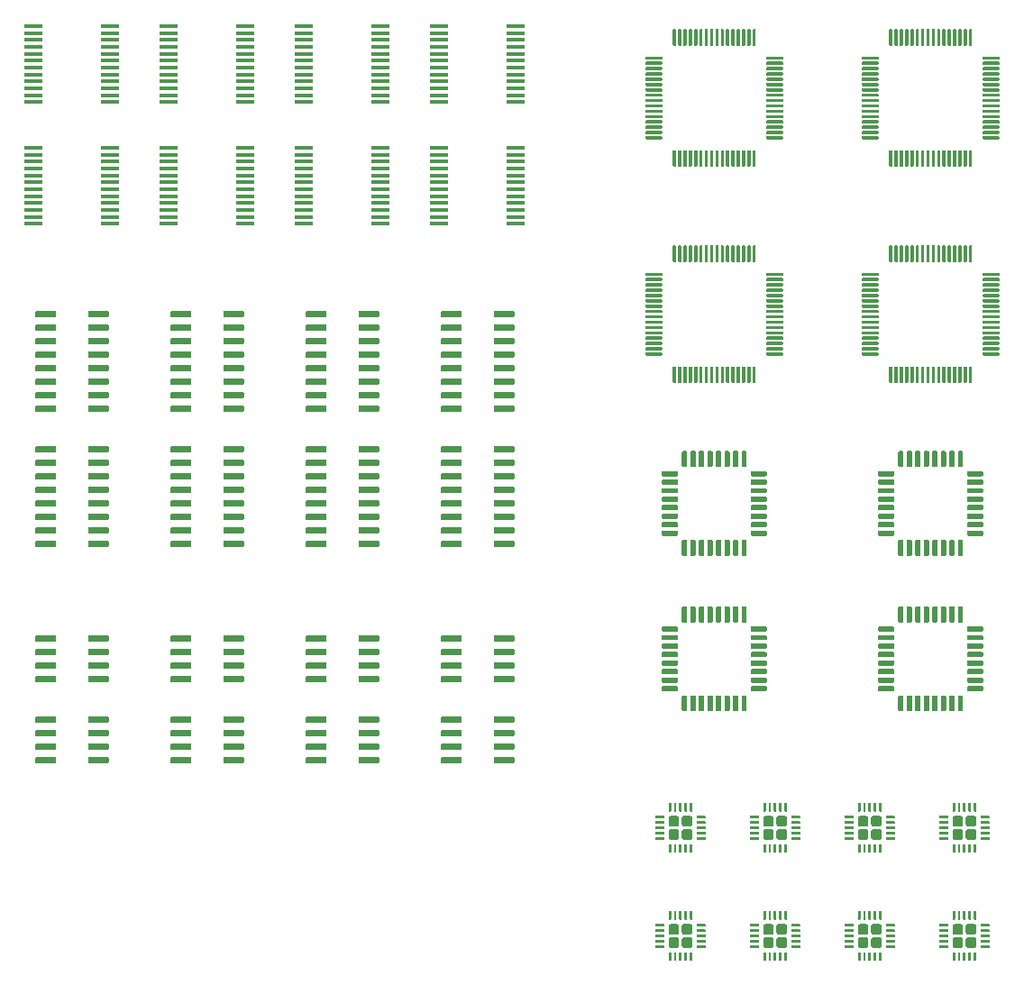
<source format=gbr>
G04 #@! TF.GenerationSoftware,KiCad,Pcbnew,(5.1.5)-3*
G04 #@! TF.CreationDate,2020-12-04T11:44:08+01:00*
G04 #@! TF.ProjectId,SolderPractice,536f6c64-6572-4507-9261-63746963652e,rev?*
G04 #@! TF.SameCoordinates,Original*
G04 #@! TF.FileFunction,Paste,Bot*
G04 #@! TF.FilePolarity,Positive*
%FSLAX46Y46*%
G04 Gerber Fmt 4.6, Leading zero omitted, Abs format (unit mm)*
G04 Created by KiCad (PCBNEW (5.1.5)-3) date 2020-12-04 11:44:08*
%MOMM*%
%LPD*%
G04 APERTURE LIST*
%ADD10C,0.100000*%
%ADD11R,1.750000X0.450000*%
G04 APERTURE END LIST*
D10*
G36*
X471947351Y-117295361D02*
G01*
X471954632Y-117296441D01*
X471961771Y-117298229D01*
X471968701Y-117300709D01*
X471975355Y-117303856D01*
X471981668Y-117307640D01*
X471987579Y-117312024D01*
X471993033Y-117316967D01*
X471997976Y-117322421D01*
X472002360Y-117328332D01*
X472006144Y-117334645D01*
X472009291Y-117341299D01*
X472011771Y-117348229D01*
X472013559Y-117355368D01*
X472014639Y-117362649D01*
X472015000Y-117370000D01*
X472015000Y-118770000D01*
X472014639Y-118777351D01*
X472013559Y-118784632D01*
X472011771Y-118791771D01*
X472009291Y-118798701D01*
X472006144Y-118805355D01*
X472002360Y-118811668D01*
X471997976Y-118817579D01*
X471993033Y-118823033D01*
X471987579Y-118827976D01*
X471981668Y-118832360D01*
X471975355Y-118836144D01*
X471968701Y-118839291D01*
X471961771Y-118841771D01*
X471954632Y-118843559D01*
X471947351Y-118844639D01*
X471940000Y-118845000D01*
X471790000Y-118845000D01*
X471782649Y-118844639D01*
X471775368Y-118843559D01*
X471768229Y-118841771D01*
X471761299Y-118839291D01*
X471754645Y-118836144D01*
X471748332Y-118832360D01*
X471742421Y-118827976D01*
X471736967Y-118823033D01*
X471732024Y-118817579D01*
X471727640Y-118811668D01*
X471723856Y-118805355D01*
X471720709Y-118798701D01*
X471718229Y-118791771D01*
X471716441Y-118784632D01*
X471715361Y-118777351D01*
X471715000Y-118770000D01*
X471715000Y-117370000D01*
X471715361Y-117362649D01*
X471716441Y-117355368D01*
X471718229Y-117348229D01*
X471720709Y-117341299D01*
X471723856Y-117334645D01*
X471727640Y-117328332D01*
X471732024Y-117322421D01*
X471736967Y-117316967D01*
X471742421Y-117312024D01*
X471748332Y-117307640D01*
X471754645Y-117303856D01*
X471761299Y-117300709D01*
X471768229Y-117298229D01*
X471775368Y-117296441D01*
X471782649Y-117295361D01*
X471790000Y-117295000D01*
X471940000Y-117295000D01*
X471947351Y-117295361D01*
G37*
G36*
X472447351Y-117295361D02*
G01*
X472454632Y-117296441D01*
X472461771Y-117298229D01*
X472468701Y-117300709D01*
X472475355Y-117303856D01*
X472481668Y-117307640D01*
X472487579Y-117312024D01*
X472493033Y-117316967D01*
X472497976Y-117322421D01*
X472502360Y-117328332D01*
X472506144Y-117334645D01*
X472509291Y-117341299D01*
X472511771Y-117348229D01*
X472513559Y-117355368D01*
X472514639Y-117362649D01*
X472515000Y-117370000D01*
X472515000Y-118770000D01*
X472514639Y-118777351D01*
X472513559Y-118784632D01*
X472511771Y-118791771D01*
X472509291Y-118798701D01*
X472506144Y-118805355D01*
X472502360Y-118811668D01*
X472497976Y-118817579D01*
X472493033Y-118823033D01*
X472487579Y-118827976D01*
X472481668Y-118832360D01*
X472475355Y-118836144D01*
X472468701Y-118839291D01*
X472461771Y-118841771D01*
X472454632Y-118843559D01*
X472447351Y-118844639D01*
X472440000Y-118845000D01*
X472290000Y-118845000D01*
X472282649Y-118844639D01*
X472275368Y-118843559D01*
X472268229Y-118841771D01*
X472261299Y-118839291D01*
X472254645Y-118836144D01*
X472248332Y-118832360D01*
X472242421Y-118827976D01*
X472236967Y-118823033D01*
X472232024Y-118817579D01*
X472227640Y-118811668D01*
X472223856Y-118805355D01*
X472220709Y-118798701D01*
X472218229Y-118791771D01*
X472216441Y-118784632D01*
X472215361Y-118777351D01*
X472215000Y-118770000D01*
X472215000Y-117370000D01*
X472215361Y-117362649D01*
X472216441Y-117355368D01*
X472218229Y-117348229D01*
X472220709Y-117341299D01*
X472223856Y-117334645D01*
X472227640Y-117328332D01*
X472232024Y-117322421D01*
X472236967Y-117316967D01*
X472242421Y-117312024D01*
X472248332Y-117307640D01*
X472254645Y-117303856D01*
X472261299Y-117300709D01*
X472268229Y-117298229D01*
X472275368Y-117296441D01*
X472282649Y-117295361D01*
X472290000Y-117295000D01*
X472440000Y-117295000D01*
X472447351Y-117295361D01*
G37*
G36*
X472947351Y-117295361D02*
G01*
X472954632Y-117296441D01*
X472961771Y-117298229D01*
X472968701Y-117300709D01*
X472975355Y-117303856D01*
X472981668Y-117307640D01*
X472987579Y-117312024D01*
X472993033Y-117316967D01*
X472997976Y-117322421D01*
X473002360Y-117328332D01*
X473006144Y-117334645D01*
X473009291Y-117341299D01*
X473011771Y-117348229D01*
X473013559Y-117355368D01*
X473014639Y-117362649D01*
X473015000Y-117370000D01*
X473015000Y-118770000D01*
X473014639Y-118777351D01*
X473013559Y-118784632D01*
X473011771Y-118791771D01*
X473009291Y-118798701D01*
X473006144Y-118805355D01*
X473002360Y-118811668D01*
X472997976Y-118817579D01*
X472993033Y-118823033D01*
X472987579Y-118827976D01*
X472981668Y-118832360D01*
X472975355Y-118836144D01*
X472968701Y-118839291D01*
X472961771Y-118841771D01*
X472954632Y-118843559D01*
X472947351Y-118844639D01*
X472940000Y-118845000D01*
X472790000Y-118845000D01*
X472782649Y-118844639D01*
X472775368Y-118843559D01*
X472768229Y-118841771D01*
X472761299Y-118839291D01*
X472754645Y-118836144D01*
X472748332Y-118832360D01*
X472742421Y-118827976D01*
X472736967Y-118823033D01*
X472732024Y-118817579D01*
X472727640Y-118811668D01*
X472723856Y-118805355D01*
X472720709Y-118798701D01*
X472718229Y-118791771D01*
X472716441Y-118784632D01*
X472715361Y-118777351D01*
X472715000Y-118770000D01*
X472715000Y-117370000D01*
X472715361Y-117362649D01*
X472716441Y-117355368D01*
X472718229Y-117348229D01*
X472720709Y-117341299D01*
X472723856Y-117334645D01*
X472727640Y-117328332D01*
X472732024Y-117322421D01*
X472736967Y-117316967D01*
X472742421Y-117312024D01*
X472748332Y-117307640D01*
X472754645Y-117303856D01*
X472761299Y-117300709D01*
X472768229Y-117298229D01*
X472775368Y-117296441D01*
X472782649Y-117295361D01*
X472790000Y-117295000D01*
X472940000Y-117295000D01*
X472947351Y-117295361D01*
G37*
G36*
X473447351Y-117295361D02*
G01*
X473454632Y-117296441D01*
X473461771Y-117298229D01*
X473468701Y-117300709D01*
X473475355Y-117303856D01*
X473481668Y-117307640D01*
X473487579Y-117312024D01*
X473493033Y-117316967D01*
X473497976Y-117322421D01*
X473502360Y-117328332D01*
X473506144Y-117334645D01*
X473509291Y-117341299D01*
X473511771Y-117348229D01*
X473513559Y-117355368D01*
X473514639Y-117362649D01*
X473515000Y-117370000D01*
X473515000Y-118770000D01*
X473514639Y-118777351D01*
X473513559Y-118784632D01*
X473511771Y-118791771D01*
X473509291Y-118798701D01*
X473506144Y-118805355D01*
X473502360Y-118811668D01*
X473497976Y-118817579D01*
X473493033Y-118823033D01*
X473487579Y-118827976D01*
X473481668Y-118832360D01*
X473475355Y-118836144D01*
X473468701Y-118839291D01*
X473461771Y-118841771D01*
X473454632Y-118843559D01*
X473447351Y-118844639D01*
X473440000Y-118845000D01*
X473290000Y-118845000D01*
X473282649Y-118844639D01*
X473275368Y-118843559D01*
X473268229Y-118841771D01*
X473261299Y-118839291D01*
X473254645Y-118836144D01*
X473248332Y-118832360D01*
X473242421Y-118827976D01*
X473236967Y-118823033D01*
X473232024Y-118817579D01*
X473227640Y-118811668D01*
X473223856Y-118805355D01*
X473220709Y-118798701D01*
X473218229Y-118791771D01*
X473216441Y-118784632D01*
X473215361Y-118777351D01*
X473215000Y-118770000D01*
X473215000Y-117370000D01*
X473215361Y-117362649D01*
X473216441Y-117355368D01*
X473218229Y-117348229D01*
X473220709Y-117341299D01*
X473223856Y-117334645D01*
X473227640Y-117328332D01*
X473232024Y-117322421D01*
X473236967Y-117316967D01*
X473242421Y-117312024D01*
X473248332Y-117307640D01*
X473254645Y-117303856D01*
X473261299Y-117300709D01*
X473268229Y-117298229D01*
X473275368Y-117296441D01*
X473282649Y-117295361D01*
X473290000Y-117295000D01*
X473440000Y-117295000D01*
X473447351Y-117295361D01*
G37*
G36*
X473947351Y-117295361D02*
G01*
X473954632Y-117296441D01*
X473961771Y-117298229D01*
X473968701Y-117300709D01*
X473975355Y-117303856D01*
X473981668Y-117307640D01*
X473987579Y-117312024D01*
X473993033Y-117316967D01*
X473997976Y-117322421D01*
X474002360Y-117328332D01*
X474006144Y-117334645D01*
X474009291Y-117341299D01*
X474011771Y-117348229D01*
X474013559Y-117355368D01*
X474014639Y-117362649D01*
X474015000Y-117370000D01*
X474015000Y-118770000D01*
X474014639Y-118777351D01*
X474013559Y-118784632D01*
X474011771Y-118791771D01*
X474009291Y-118798701D01*
X474006144Y-118805355D01*
X474002360Y-118811668D01*
X473997976Y-118817579D01*
X473993033Y-118823033D01*
X473987579Y-118827976D01*
X473981668Y-118832360D01*
X473975355Y-118836144D01*
X473968701Y-118839291D01*
X473961771Y-118841771D01*
X473954632Y-118843559D01*
X473947351Y-118844639D01*
X473940000Y-118845000D01*
X473790000Y-118845000D01*
X473782649Y-118844639D01*
X473775368Y-118843559D01*
X473768229Y-118841771D01*
X473761299Y-118839291D01*
X473754645Y-118836144D01*
X473748332Y-118832360D01*
X473742421Y-118827976D01*
X473736967Y-118823033D01*
X473732024Y-118817579D01*
X473727640Y-118811668D01*
X473723856Y-118805355D01*
X473720709Y-118798701D01*
X473718229Y-118791771D01*
X473716441Y-118784632D01*
X473715361Y-118777351D01*
X473715000Y-118770000D01*
X473715000Y-117370000D01*
X473715361Y-117362649D01*
X473716441Y-117355368D01*
X473718229Y-117348229D01*
X473720709Y-117341299D01*
X473723856Y-117334645D01*
X473727640Y-117328332D01*
X473732024Y-117322421D01*
X473736967Y-117316967D01*
X473742421Y-117312024D01*
X473748332Y-117307640D01*
X473754645Y-117303856D01*
X473761299Y-117300709D01*
X473768229Y-117298229D01*
X473775368Y-117296441D01*
X473782649Y-117295361D01*
X473790000Y-117295000D01*
X473940000Y-117295000D01*
X473947351Y-117295361D01*
G37*
G36*
X474447351Y-117295361D02*
G01*
X474454632Y-117296441D01*
X474461771Y-117298229D01*
X474468701Y-117300709D01*
X474475355Y-117303856D01*
X474481668Y-117307640D01*
X474487579Y-117312024D01*
X474493033Y-117316967D01*
X474497976Y-117322421D01*
X474502360Y-117328332D01*
X474506144Y-117334645D01*
X474509291Y-117341299D01*
X474511771Y-117348229D01*
X474513559Y-117355368D01*
X474514639Y-117362649D01*
X474515000Y-117370000D01*
X474515000Y-118770000D01*
X474514639Y-118777351D01*
X474513559Y-118784632D01*
X474511771Y-118791771D01*
X474509291Y-118798701D01*
X474506144Y-118805355D01*
X474502360Y-118811668D01*
X474497976Y-118817579D01*
X474493033Y-118823033D01*
X474487579Y-118827976D01*
X474481668Y-118832360D01*
X474475355Y-118836144D01*
X474468701Y-118839291D01*
X474461771Y-118841771D01*
X474454632Y-118843559D01*
X474447351Y-118844639D01*
X474440000Y-118845000D01*
X474290000Y-118845000D01*
X474282649Y-118844639D01*
X474275368Y-118843559D01*
X474268229Y-118841771D01*
X474261299Y-118839291D01*
X474254645Y-118836144D01*
X474248332Y-118832360D01*
X474242421Y-118827976D01*
X474236967Y-118823033D01*
X474232024Y-118817579D01*
X474227640Y-118811668D01*
X474223856Y-118805355D01*
X474220709Y-118798701D01*
X474218229Y-118791771D01*
X474216441Y-118784632D01*
X474215361Y-118777351D01*
X474215000Y-118770000D01*
X474215000Y-117370000D01*
X474215361Y-117362649D01*
X474216441Y-117355368D01*
X474218229Y-117348229D01*
X474220709Y-117341299D01*
X474223856Y-117334645D01*
X474227640Y-117328332D01*
X474232024Y-117322421D01*
X474236967Y-117316967D01*
X474242421Y-117312024D01*
X474248332Y-117307640D01*
X474254645Y-117303856D01*
X474261299Y-117300709D01*
X474268229Y-117298229D01*
X474275368Y-117296441D01*
X474282649Y-117295361D01*
X474290000Y-117295000D01*
X474440000Y-117295000D01*
X474447351Y-117295361D01*
G37*
G36*
X474947351Y-117295361D02*
G01*
X474954632Y-117296441D01*
X474961771Y-117298229D01*
X474968701Y-117300709D01*
X474975355Y-117303856D01*
X474981668Y-117307640D01*
X474987579Y-117312024D01*
X474993033Y-117316967D01*
X474997976Y-117322421D01*
X475002360Y-117328332D01*
X475006144Y-117334645D01*
X475009291Y-117341299D01*
X475011771Y-117348229D01*
X475013559Y-117355368D01*
X475014639Y-117362649D01*
X475015000Y-117370000D01*
X475015000Y-118770000D01*
X475014639Y-118777351D01*
X475013559Y-118784632D01*
X475011771Y-118791771D01*
X475009291Y-118798701D01*
X475006144Y-118805355D01*
X475002360Y-118811668D01*
X474997976Y-118817579D01*
X474993033Y-118823033D01*
X474987579Y-118827976D01*
X474981668Y-118832360D01*
X474975355Y-118836144D01*
X474968701Y-118839291D01*
X474961771Y-118841771D01*
X474954632Y-118843559D01*
X474947351Y-118844639D01*
X474940000Y-118845000D01*
X474790000Y-118845000D01*
X474782649Y-118844639D01*
X474775368Y-118843559D01*
X474768229Y-118841771D01*
X474761299Y-118839291D01*
X474754645Y-118836144D01*
X474748332Y-118832360D01*
X474742421Y-118827976D01*
X474736967Y-118823033D01*
X474732024Y-118817579D01*
X474727640Y-118811668D01*
X474723856Y-118805355D01*
X474720709Y-118798701D01*
X474718229Y-118791771D01*
X474716441Y-118784632D01*
X474715361Y-118777351D01*
X474715000Y-118770000D01*
X474715000Y-117370000D01*
X474715361Y-117362649D01*
X474716441Y-117355368D01*
X474718229Y-117348229D01*
X474720709Y-117341299D01*
X474723856Y-117334645D01*
X474727640Y-117328332D01*
X474732024Y-117322421D01*
X474736967Y-117316967D01*
X474742421Y-117312024D01*
X474748332Y-117307640D01*
X474754645Y-117303856D01*
X474761299Y-117300709D01*
X474768229Y-117298229D01*
X474775368Y-117296441D01*
X474782649Y-117295361D01*
X474790000Y-117295000D01*
X474940000Y-117295000D01*
X474947351Y-117295361D01*
G37*
G36*
X475447351Y-117295361D02*
G01*
X475454632Y-117296441D01*
X475461771Y-117298229D01*
X475468701Y-117300709D01*
X475475355Y-117303856D01*
X475481668Y-117307640D01*
X475487579Y-117312024D01*
X475493033Y-117316967D01*
X475497976Y-117322421D01*
X475502360Y-117328332D01*
X475506144Y-117334645D01*
X475509291Y-117341299D01*
X475511771Y-117348229D01*
X475513559Y-117355368D01*
X475514639Y-117362649D01*
X475515000Y-117370000D01*
X475515000Y-118770000D01*
X475514639Y-118777351D01*
X475513559Y-118784632D01*
X475511771Y-118791771D01*
X475509291Y-118798701D01*
X475506144Y-118805355D01*
X475502360Y-118811668D01*
X475497976Y-118817579D01*
X475493033Y-118823033D01*
X475487579Y-118827976D01*
X475481668Y-118832360D01*
X475475355Y-118836144D01*
X475468701Y-118839291D01*
X475461771Y-118841771D01*
X475454632Y-118843559D01*
X475447351Y-118844639D01*
X475440000Y-118845000D01*
X475290000Y-118845000D01*
X475282649Y-118844639D01*
X475275368Y-118843559D01*
X475268229Y-118841771D01*
X475261299Y-118839291D01*
X475254645Y-118836144D01*
X475248332Y-118832360D01*
X475242421Y-118827976D01*
X475236967Y-118823033D01*
X475232024Y-118817579D01*
X475227640Y-118811668D01*
X475223856Y-118805355D01*
X475220709Y-118798701D01*
X475218229Y-118791771D01*
X475216441Y-118784632D01*
X475215361Y-118777351D01*
X475215000Y-118770000D01*
X475215000Y-117370000D01*
X475215361Y-117362649D01*
X475216441Y-117355368D01*
X475218229Y-117348229D01*
X475220709Y-117341299D01*
X475223856Y-117334645D01*
X475227640Y-117328332D01*
X475232024Y-117322421D01*
X475236967Y-117316967D01*
X475242421Y-117312024D01*
X475248332Y-117307640D01*
X475254645Y-117303856D01*
X475261299Y-117300709D01*
X475268229Y-117298229D01*
X475275368Y-117296441D01*
X475282649Y-117295361D01*
X475290000Y-117295000D01*
X475440000Y-117295000D01*
X475447351Y-117295361D01*
G37*
G36*
X475947351Y-117295361D02*
G01*
X475954632Y-117296441D01*
X475961771Y-117298229D01*
X475968701Y-117300709D01*
X475975355Y-117303856D01*
X475981668Y-117307640D01*
X475987579Y-117312024D01*
X475993033Y-117316967D01*
X475997976Y-117322421D01*
X476002360Y-117328332D01*
X476006144Y-117334645D01*
X476009291Y-117341299D01*
X476011771Y-117348229D01*
X476013559Y-117355368D01*
X476014639Y-117362649D01*
X476015000Y-117370000D01*
X476015000Y-118770000D01*
X476014639Y-118777351D01*
X476013559Y-118784632D01*
X476011771Y-118791771D01*
X476009291Y-118798701D01*
X476006144Y-118805355D01*
X476002360Y-118811668D01*
X475997976Y-118817579D01*
X475993033Y-118823033D01*
X475987579Y-118827976D01*
X475981668Y-118832360D01*
X475975355Y-118836144D01*
X475968701Y-118839291D01*
X475961771Y-118841771D01*
X475954632Y-118843559D01*
X475947351Y-118844639D01*
X475940000Y-118845000D01*
X475790000Y-118845000D01*
X475782649Y-118844639D01*
X475775368Y-118843559D01*
X475768229Y-118841771D01*
X475761299Y-118839291D01*
X475754645Y-118836144D01*
X475748332Y-118832360D01*
X475742421Y-118827976D01*
X475736967Y-118823033D01*
X475732024Y-118817579D01*
X475727640Y-118811668D01*
X475723856Y-118805355D01*
X475720709Y-118798701D01*
X475718229Y-118791771D01*
X475716441Y-118784632D01*
X475715361Y-118777351D01*
X475715000Y-118770000D01*
X475715000Y-117370000D01*
X475715361Y-117362649D01*
X475716441Y-117355368D01*
X475718229Y-117348229D01*
X475720709Y-117341299D01*
X475723856Y-117334645D01*
X475727640Y-117328332D01*
X475732024Y-117322421D01*
X475736967Y-117316967D01*
X475742421Y-117312024D01*
X475748332Y-117307640D01*
X475754645Y-117303856D01*
X475761299Y-117300709D01*
X475768229Y-117298229D01*
X475775368Y-117296441D01*
X475782649Y-117295361D01*
X475790000Y-117295000D01*
X475940000Y-117295000D01*
X475947351Y-117295361D01*
G37*
G36*
X476447351Y-117295361D02*
G01*
X476454632Y-117296441D01*
X476461771Y-117298229D01*
X476468701Y-117300709D01*
X476475355Y-117303856D01*
X476481668Y-117307640D01*
X476487579Y-117312024D01*
X476493033Y-117316967D01*
X476497976Y-117322421D01*
X476502360Y-117328332D01*
X476506144Y-117334645D01*
X476509291Y-117341299D01*
X476511771Y-117348229D01*
X476513559Y-117355368D01*
X476514639Y-117362649D01*
X476515000Y-117370000D01*
X476515000Y-118770000D01*
X476514639Y-118777351D01*
X476513559Y-118784632D01*
X476511771Y-118791771D01*
X476509291Y-118798701D01*
X476506144Y-118805355D01*
X476502360Y-118811668D01*
X476497976Y-118817579D01*
X476493033Y-118823033D01*
X476487579Y-118827976D01*
X476481668Y-118832360D01*
X476475355Y-118836144D01*
X476468701Y-118839291D01*
X476461771Y-118841771D01*
X476454632Y-118843559D01*
X476447351Y-118844639D01*
X476440000Y-118845000D01*
X476290000Y-118845000D01*
X476282649Y-118844639D01*
X476275368Y-118843559D01*
X476268229Y-118841771D01*
X476261299Y-118839291D01*
X476254645Y-118836144D01*
X476248332Y-118832360D01*
X476242421Y-118827976D01*
X476236967Y-118823033D01*
X476232024Y-118817579D01*
X476227640Y-118811668D01*
X476223856Y-118805355D01*
X476220709Y-118798701D01*
X476218229Y-118791771D01*
X476216441Y-118784632D01*
X476215361Y-118777351D01*
X476215000Y-118770000D01*
X476215000Y-117370000D01*
X476215361Y-117362649D01*
X476216441Y-117355368D01*
X476218229Y-117348229D01*
X476220709Y-117341299D01*
X476223856Y-117334645D01*
X476227640Y-117328332D01*
X476232024Y-117322421D01*
X476236967Y-117316967D01*
X476242421Y-117312024D01*
X476248332Y-117307640D01*
X476254645Y-117303856D01*
X476261299Y-117300709D01*
X476268229Y-117298229D01*
X476275368Y-117296441D01*
X476282649Y-117295361D01*
X476290000Y-117295000D01*
X476440000Y-117295000D01*
X476447351Y-117295361D01*
G37*
G36*
X476947351Y-117295361D02*
G01*
X476954632Y-117296441D01*
X476961771Y-117298229D01*
X476968701Y-117300709D01*
X476975355Y-117303856D01*
X476981668Y-117307640D01*
X476987579Y-117312024D01*
X476993033Y-117316967D01*
X476997976Y-117322421D01*
X477002360Y-117328332D01*
X477006144Y-117334645D01*
X477009291Y-117341299D01*
X477011771Y-117348229D01*
X477013559Y-117355368D01*
X477014639Y-117362649D01*
X477015000Y-117370000D01*
X477015000Y-118770000D01*
X477014639Y-118777351D01*
X477013559Y-118784632D01*
X477011771Y-118791771D01*
X477009291Y-118798701D01*
X477006144Y-118805355D01*
X477002360Y-118811668D01*
X476997976Y-118817579D01*
X476993033Y-118823033D01*
X476987579Y-118827976D01*
X476981668Y-118832360D01*
X476975355Y-118836144D01*
X476968701Y-118839291D01*
X476961771Y-118841771D01*
X476954632Y-118843559D01*
X476947351Y-118844639D01*
X476940000Y-118845000D01*
X476790000Y-118845000D01*
X476782649Y-118844639D01*
X476775368Y-118843559D01*
X476768229Y-118841771D01*
X476761299Y-118839291D01*
X476754645Y-118836144D01*
X476748332Y-118832360D01*
X476742421Y-118827976D01*
X476736967Y-118823033D01*
X476732024Y-118817579D01*
X476727640Y-118811668D01*
X476723856Y-118805355D01*
X476720709Y-118798701D01*
X476718229Y-118791771D01*
X476716441Y-118784632D01*
X476715361Y-118777351D01*
X476715000Y-118770000D01*
X476715000Y-117370000D01*
X476715361Y-117362649D01*
X476716441Y-117355368D01*
X476718229Y-117348229D01*
X476720709Y-117341299D01*
X476723856Y-117334645D01*
X476727640Y-117328332D01*
X476732024Y-117322421D01*
X476736967Y-117316967D01*
X476742421Y-117312024D01*
X476748332Y-117307640D01*
X476754645Y-117303856D01*
X476761299Y-117300709D01*
X476768229Y-117298229D01*
X476775368Y-117296441D01*
X476782649Y-117295361D01*
X476790000Y-117295000D01*
X476940000Y-117295000D01*
X476947351Y-117295361D01*
G37*
G36*
X477447351Y-117295361D02*
G01*
X477454632Y-117296441D01*
X477461771Y-117298229D01*
X477468701Y-117300709D01*
X477475355Y-117303856D01*
X477481668Y-117307640D01*
X477487579Y-117312024D01*
X477493033Y-117316967D01*
X477497976Y-117322421D01*
X477502360Y-117328332D01*
X477506144Y-117334645D01*
X477509291Y-117341299D01*
X477511771Y-117348229D01*
X477513559Y-117355368D01*
X477514639Y-117362649D01*
X477515000Y-117370000D01*
X477515000Y-118770000D01*
X477514639Y-118777351D01*
X477513559Y-118784632D01*
X477511771Y-118791771D01*
X477509291Y-118798701D01*
X477506144Y-118805355D01*
X477502360Y-118811668D01*
X477497976Y-118817579D01*
X477493033Y-118823033D01*
X477487579Y-118827976D01*
X477481668Y-118832360D01*
X477475355Y-118836144D01*
X477468701Y-118839291D01*
X477461771Y-118841771D01*
X477454632Y-118843559D01*
X477447351Y-118844639D01*
X477440000Y-118845000D01*
X477290000Y-118845000D01*
X477282649Y-118844639D01*
X477275368Y-118843559D01*
X477268229Y-118841771D01*
X477261299Y-118839291D01*
X477254645Y-118836144D01*
X477248332Y-118832360D01*
X477242421Y-118827976D01*
X477236967Y-118823033D01*
X477232024Y-118817579D01*
X477227640Y-118811668D01*
X477223856Y-118805355D01*
X477220709Y-118798701D01*
X477218229Y-118791771D01*
X477216441Y-118784632D01*
X477215361Y-118777351D01*
X477215000Y-118770000D01*
X477215000Y-117370000D01*
X477215361Y-117362649D01*
X477216441Y-117355368D01*
X477218229Y-117348229D01*
X477220709Y-117341299D01*
X477223856Y-117334645D01*
X477227640Y-117328332D01*
X477232024Y-117322421D01*
X477236967Y-117316967D01*
X477242421Y-117312024D01*
X477248332Y-117307640D01*
X477254645Y-117303856D01*
X477261299Y-117300709D01*
X477268229Y-117298229D01*
X477275368Y-117296441D01*
X477282649Y-117295361D01*
X477290000Y-117295000D01*
X477440000Y-117295000D01*
X477447351Y-117295361D01*
G37*
G36*
X477947351Y-117295361D02*
G01*
X477954632Y-117296441D01*
X477961771Y-117298229D01*
X477968701Y-117300709D01*
X477975355Y-117303856D01*
X477981668Y-117307640D01*
X477987579Y-117312024D01*
X477993033Y-117316967D01*
X477997976Y-117322421D01*
X478002360Y-117328332D01*
X478006144Y-117334645D01*
X478009291Y-117341299D01*
X478011771Y-117348229D01*
X478013559Y-117355368D01*
X478014639Y-117362649D01*
X478015000Y-117370000D01*
X478015000Y-118770000D01*
X478014639Y-118777351D01*
X478013559Y-118784632D01*
X478011771Y-118791771D01*
X478009291Y-118798701D01*
X478006144Y-118805355D01*
X478002360Y-118811668D01*
X477997976Y-118817579D01*
X477993033Y-118823033D01*
X477987579Y-118827976D01*
X477981668Y-118832360D01*
X477975355Y-118836144D01*
X477968701Y-118839291D01*
X477961771Y-118841771D01*
X477954632Y-118843559D01*
X477947351Y-118844639D01*
X477940000Y-118845000D01*
X477790000Y-118845000D01*
X477782649Y-118844639D01*
X477775368Y-118843559D01*
X477768229Y-118841771D01*
X477761299Y-118839291D01*
X477754645Y-118836144D01*
X477748332Y-118832360D01*
X477742421Y-118827976D01*
X477736967Y-118823033D01*
X477732024Y-118817579D01*
X477727640Y-118811668D01*
X477723856Y-118805355D01*
X477720709Y-118798701D01*
X477718229Y-118791771D01*
X477716441Y-118784632D01*
X477715361Y-118777351D01*
X477715000Y-118770000D01*
X477715000Y-117370000D01*
X477715361Y-117362649D01*
X477716441Y-117355368D01*
X477718229Y-117348229D01*
X477720709Y-117341299D01*
X477723856Y-117334645D01*
X477727640Y-117328332D01*
X477732024Y-117322421D01*
X477736967Y-117316967D01*
X477742421Y-117312024D01*
X477748332Y-117307640D01*
X477754645Y-117303856D01*
X477761299Y-117300709D01*
X477768229Y-117298229D01*
X477775368Y-117296441D01*
X477782649Y-117295361D01*
X477790000Y-117295000D01*
X477940000Y-117295000D01*
X477947351Y-117295361D01*
G37*
G36*
X478447351Y-117295361D02*
G01*
X478454632Y-117296441D01*
X478461771Y-117298229D01*
X478468701Y-117300709D01*
X478475355Y-117303856D01*
X478481668Y-117307640D01*
X478487579Y-117312024D01*
X478493033Y-117316967D01*
X478497976Y-117322421D01*
X478502360Y-117328332D01*
X478506144Y-117334645D01*
X478509291Y-117341299D01*
X478511771Y-117348229D01*
X478513559Y-117355368D01*
X478514639Y-117362649D01*
X478515000Y-117370000D01*
X478515000Y-118770000D01*
X478514639Y-118777351D01*
X478513559Y-118784632D01*
X478511771Y-118791771D01*
X478509291Y-118798701D01*
X478506144Y-118805355D01*
X478502360Y-118811668D01*
X478497976Y-118817579D01*
X478493033Y-118823033D01*
X478487579Y-118827976D01*
X478481668Y-118832360D01*
X478475355Y-118836144D01*
X478468701Y-118839291D01*
X478461771Y-118841771D01*
X478454632Y-118843559D01*
X478447351Y-118844639D01*
X478440000Y-118845000D01*
X478290000Y-118845000D01*
X478282649Y-118844639D01*
X478275368Y-118843559D01*
X478268229Y-118841771D01*
X478261299Y-118839291D01*
X478254645Y-118836144D01*
X478248332Y-118832360D01*
X478242421Y-118827976D01*
X478236967Y-118823033D01*
X478232024Y-118817579D01*
X478227640Y-118811668D01*
X478223856Y-118805355D01*
X478220709Y-118798701D01*
X478218229Y-118791771D01*
X478216441Y-118784632D01*
X478215361Y-118777351D01*
X478215000Y-118770000D01*
X478215000Y-117370000D01*
X478215361Y-117362649D01*
X478216441Y-117355368D01*
X478218229Y-117348229D01*
X478220709Y-117341299D01*
X478223856Y-117334645D01*
X478227640Y-117328332D01*
X478232024Y-117322421D01*
X478236967Y-117316967D01*
X478242421Y-117312024D01*
X478248332Y-117307640D01*
X478254645Y-117303856D01*
X478261299Y-117300709D01*
X478268229Y-117298229D01*
X478275368Y-117296441D01*
X478282649Y-117295361D01*
X478290000Y-117295000D01*
X478440000Y-117295000D01*
X478447351Y-117295361D01*
G37*
G36*
X478947351Y-117295361D02*
G01*
X478954632Y-117296441D01*
X478961771Y-117298229D01*
X478968701Y-117300709D01*
X478975355Y-117303856D01*
X478981668Y-117307640D01*
X478987579Y-117312024D01*
X478993033Y-117316967D01*
X478997976Y-117322421D01*
X479002360Y-117328332D01*
X479006144Y-117334645D01*
X479009291Y-117341299D01*
X479011771Y-117348229D01*
X479013559Y-117355368D01*
X479014639Y-117362649D01*
X479015000Y-117370000D01*
X479015000Y-118770000D01*
X479014639Y-118777351D01*
X479013559Y-118784632D01*
X479011771Y-118791771D01*
X479009291Y-118798701D01*
X479006144Y-118805355D01*
X479002360Y-118811668D01*
X478997976Y-118817579D01*
X478993033Y-118823033D01*
X478987579Y-118827976D01*
X478981668Y-118832360D01*
X478975355Y-118836144D01*
X478968701Y-118839291D01*
X478961771Y-118841771D01*
X478954632Y-118843559D01*
X478947351Y-118844639D01*
X478940000Y-118845000D01*
X478790000Y-118845000D01*
X478782649Y-118844639D01*
X478775368Y-118843559D01*
X478768229Y-118841771D01*
X478761299Y-118839291D01*
X478754645Y-118836144D01*
X478748332Y-118832360D01*
X478742421Y-118827976D01*
X478736967Y-118823033D01*
X478732024Y-118817579D01*
X478727640Y-118811668D01*
X478723856Y-118805355D01*
X478720709Y-118798701D01*
X478718229Y-118791771D01*
X478716441Y-118784632D01*
X478715361Y-118777351D01*
X478715000Y-118770000D01*
X478715000Y-117370000D01*
X478715361Y-117362649D01*
X478716441Y-117355368D01*
X478718229Y-117348229D01*
X478720709Y-117341299D01*
X478723856Y-117334645D01*
X478727640Y-117328332D01*
X478732024Y-117322421D01*
X478736967Y-117316967D01*
X478742421Y-117312024D01*
X478748332Y-117307640D01*
X478754645Y-117303856D01*
X478761299Y-117300709D01*
X478768229Y-117298229D01*
X478775368Y-117296441D01*
X478782649Y-117295361D01*
X478790000Y-117295000D01*
X478940000Y-117295000D01*
X478947351Y-117295361D01*
G37*
G36*
X479447351Y-117295361D02*
G01*
X479454632Y-117296441D01*
X479461771Y-117298229D01*
X479468701Y-117300709D01*
X479475355Y-117303856D01*
X479481668Y-117307640D01*
X479487579Y-117312024D01*
X479493033Y-117316967D01*
X479497976Y-117322421D01*
X479502360Y-117328332D01*
X479506144Y-117334645D01*
X479509291Y-117341299D01*
X479511771Y-117348229D01*
X479513559Y-117355368D01*
X479514639Y-117362649D01*
X479515000Y-117370000D01*
X479515000Y-118770000D01*
X479514639Y-118777351D01*
X479513559Y-118784632D01*
X479511771Y-118791771D01*
X479509291Y-118798701D01*
X479506144Y-118805355D01*
X479502360Y-118811668D01*
X479497976Y-118817579D01*
X479493033Y-118823033D01*
X479487579Y-118827976D01*
X479481668Y-118832360D01*
X479475355Y-118836144D01*
X479468701Y-118839291D01*
X479461771Y-118841771D01*
X479454632Y-118843559D01*
X479447351Y-118844639D01*
X479440000Y-118845000D01*
X479290000Y-118845000D01*
X479282649Y-118844639D01*
X479275368Y-118843559D01*
X479268229Y-118841771D01*
X479261299Y-118839291D01*
X479254645Y-118836144D01*
X479248332Y-118832360D01*
X479242421Y-118827976D01*
X479236967Y-118823033D01*
X479232024Y-118817579D01*
X479227640Y-118811668D01*
X479223856Y-118805355D01*
X479220709Y-118798701D01*
X479218229Y-118791771D01*
X479216441Y-118784632D01*
X479215361Y-118777351D01*
X479215000Y-118770000D01*
X479215000Y-117370000D01*
X479215361Y-117362649D01*
X479216441Y-117355368D01*
X479218229Y-117348229D01*
X479220709Y-117341299D01*
X479223856Y-117334645D01*
X479227640Y-117328332D01*
X479232024Y-117322421D01*
X479236967Y-117316967D01*
X479242421Y-117312024D01*
X479248332Y-117307640D01*
X479254645Y-117303856D01*
X479261299Y-117300709D01*
X479268229Y-117298229D01*
X479275368Y-117296441D01*
X479282649Y-117295361D01*
X479290000Y-117295000D01*
X479440000Y-117295000D01*
X479447351Y-117295361D01*
G37*
G36*
X481997351Y-115995361D02*
G01*
X482004632Y-115996441D01*
X482011771Y-115998229D01*
X482018701Y-116000709D01*
X482025355Y-116003856D01*
X482031668Y-116007640D01*
X482037579Y-116012024D01*
X482043033Y-116016967D01*
X482047976Y-116022421D01*
X482052360Y-116028332D01*
X482056144Y-116034645D01*
X482059291Y-116041299D01*
X482061771Y-116048229D01*
X482063559Y-116055368D01*
X482064639Y-116062649D01*
X482065000Y-116070000D01*
X482065000Y-116220000D01*
X482064639Y-116227351D01*
X482063559Y-116234632D01*
X482061771Y-116241771D01*
X482059291Y-116248701D01*
X482056144Y-116255355D01*
X482052360Y-116261668D01*
X482047976Y-116267579D01*
X482043033Y-116273033D01*
X482037579Y-116277976D01*
X482031668Y-116282360D01*
X482025355Y-116286144D01*
X482018701Y-116289291D01*
X482011771Y-116291771D01*
X482004632Y-116293559D01*
X481997351Y-116294639D01*
X481990000Y-116295000D01*
X480590000Y-116295000D01*
X480582649Y-116294639D01*
X480575368Y-116293559D01*
X480568229Y-116291771D01*
X480561299Y-116289291D01*
X480554645Y-116286144D01*
X480548332Y-116282360D01*
X480542421Y-116277976D01*
X480536967Y-116273033D01*
X480532024Y-116267579D01*
X480527640Y-116261668D01*
X480523856Y-116255355D01*
X480520709Y-116248701D01*
X480518229Y-116241771D01*
X480516441Y-116234632D01*
X480515361Y-116227351D01*
X480515000Y-116220000D01*
X480515000Y-116070000D01*
X480515361Y-116062649D01*
X480516441Y-116055368D01*
X480518229Y-116048229D01*
X480520709Y-116041299D01*
X480523856Y-116034645D01*
X480527640Y-116028332D01*
X480532024Y-116022421D01*
X480536967Y-116016967D01*
X480542421Y-116012024D01*
X480548332Y-116007640D01*
X480554645Y-116003856D01*
X480561299Y-116000709D01*
X480568229Y-115998229D01*
X480575368Y-115996441D01*
X480582649Y-115995361D01*
X480590000Y-115995000D01*
X481990000Y-115995000D01*
X481997351Y-115995361D01*
G37*
G36*
X481997351Y-115495361D02*
G01*
X482004632Y-115496441D01*
X482011771Y-115498229D01*
X482018701Y-115500709D01*
X482025355Y-115503856D01*
X482031668Y-115507640D01*
X482037579Y-115512024D01*
X482043033Y-115516967D01*
X482047976Y-115522421D01*
X482052360Y-115528332D01*
X482056144Y-115534645D01*
X482059291Y-115541299D01*
X482061771Y-115548229D01*
X482063559Y-115555368D01*
X482064639Y-115562649D01*
X482065000Y-115570000D01*
X482065000Y-115720000D01*
X482064639Y-115727351D01*
X482063559Y-115734632D01*
X482061771Y-115741771D01*
X482059291Y-115748701D01*
X482056144Y-115755355D01*
X482052360Y-115761668D01*
X482047976Y-115767579D01*
X482043033Y-115773033D01*
X482037579Y-115777976D01*
X482031668Y-115782360D01*
X482025355Y-115786144D01*
X482018701Y-115789291D01*
X482011771Y-115791771D01*
X482004632Y-115793559D01*
X481997351Y-115794639D01*
X481990000Y-115795000D01*
X480590000Y-115795000D01*
X480582649Y-115794639D01*
X480575368Y-115793559D01*
X480568229Y-115791771D01*
X480561299Y-115789291D01*
X480554645Y-115786144D01*
X480548332Y-115782360D01*
X480542421Y-115777976D01*
X480536967Y-115773033D01*
X480532024Y-115767579D01*
X480527640Y-115761668D01*
X480523856Y-115755355D01*
X480520709Y-115748701D01*
X480518229Y-115741771D01*
X480516441Y-115734632D01*
X480515361Y-115727351D01*
X480515000Y-115720000D01*
X480515000Y-115570000D01*
X480515361Y-115562649D01*
X480516441Y-115555368D01*
X480518229Y-115548229D01*
X480520709Y-115541299D01*
X480523856Y-115534645D01*
X480527640Y-115528332D01*
X480532024Y-115522421D01*
X480536967Y-115516967D01*
X480542421Y-115512024D01*
X480548332Y-115507640D01*
X480554645Y-115503856D01*
X480561299Y-115500709D01*
X480568229Y-115498229D01*
X480575368Y-115496441D01*
X480582649Y-115495361D01*
X480590000Y-115495000D01*
X481990000Y-115495000D01*
X481997351Y-115495361D01*
G37*
G36*
X481997351Y-114995361D02*
G01*
X482004632Y-114996441D01*
X482011771Y-114998229D01*
X482018701Y-115000709D01*
X482025355Y-115003856D01*
X482031668Y-115007640D01*
X482037579Y-115012024D01*
X482043033Y-115016967D01*
X482047976Y-115022421D01*
X482052360Y-115028332D01*
X482056144Y-115034645D01*
X482059291Y-115041299D01*
X482061771Y-115048229D01*
X482063559Y-115055368D01*
X482064639Y-115062649D01*
X482065000Y-115070000D01*
X482065000Y-115220000D01*
X482064639Y-115227351D01*
X482063559Y-115234632D01*
X482061771Y-115241771D01*
X482059291Y-115248701D01*
X482056144Y-115255355D01*
X482052360Y-115261668D01*
X482047976Y-115267579D01*
X482043033Y-115273033D01*
X482037579Y-115277976D01*
X482031668Y-115282360D01*
X482025355Y-115286144D01*
X482018701Y-115289291D01*
X482011771Y-115291771D01*
X482004632Y-115293559D01*
X481997351Y-115294639D01*
X481990000Y-115295000D01*
X480590000Y-115295000D01*
X480582649Y-115294639D01*
X480575368Y-115293559D01*
X480568229Y-115291771D01*
X480561299Y-115289291D01*
X480554645Y-115286144D01*
X480548332Y-115282360D01*
X480542421Y-115277976D01*
X480536967Y-115273033D01*
X480532024Y-115267579D01*
X480527640Y-115261668D01*
X480523856Y-115255355D01*
X480520709Y-115248701D01*
X480518229Y-115241771D01*
X480516441Y-115234632D01*
X480515361Y-115227351D01*
X480515000Y-115220000D01*
X480515000Y-115070000D01*
X480515361Y-115062649D01*
X480516441Y-115055368D01*
X480518229Y-115048229D01*
X480520709Y-115041299D01*
X480523856Y-115034645D01*
X480527640Y-115028332D01*
X480532024Y-115022421D01*
X480536967Y-115016967D01*
X480542421Y-115012024D01*
X480548332Y-115007640D01*
X480554645Y-115003856D01*
X480561299Y-115000709D01*
X480568229Y-114998229D01*
X480575368Y-114996441D01*
X480582649Y-114995361D01*
X480590000Y-114995000D01*
X481990000Y-114995000D01*
X481997351Y-114995361D01*
G37*
G36*
X481997351Y-114495361D02*
G01*
X482004632Y-114496441D01*
X482011771Y-114498229D01*
X482018701Y-114500709D01*
X482025355Y-114503856D01*
X482031668Y-114507640D01*
X482037579Y-114512024D01*
X482043033Y-114516967D01*
X482047976Y-114522421D01*
X482052360Y-114528332D01*
X482056144Y-114534645D01*
X482059291Y-114541299D01*
X482061771Y-114548229D01*
X482063559Y-114555368D01*
X482064639Y-114562649D01*
X482065000Y-114570000D01*
X482065000Y-114720000D01*
X482064639Y-114727351D01*
X482063559Y-114734632D01*
X482061771Y-114741771D01*
X482059291Y-114748701D01*
X482056144Y-114755355D01*
X482052360Y-114761668D01*
X482047976Y-114767579D01*
X482043033Y-114773033D01*
X482037579Y-114777976D01*
X482031668Y-114782360D01*
X482025355Y-114786144D01*
X482018701Y-114789291D01*
X482011771Y-114791771D01*
X482004632Y-114793559D01*
X481997351Y-114794639D01*
X481990000Y-114795000D01*
X480590000Y-114795000D01*
X480582649Y-114794639D01*
X480575368Y-114793559D01*
X480568229Y-114791771D01*
X480561299Y-114789291D01*
X480554645Y-114786144D01*
X480548332Y-114782360D01*
X480542421Y-114777976D01*
X480536967Y-114773033D01*
X480532024Y-114767579D01*
X480527640Y-114761668D01*
X480523856Y-114755355D01*
X480520709Y-114748701D01*
X480518229Y-114741771D01*
X480516441Y-114734632D01*
X480515361Y-114727351D01*
X480515000Y-114720000D01*
X480515000Y-114570000D01*
X480515361Y-114562649D01*
X480516441Y-114555368D01*
X480518229Y-114548229D01*
X480520709Y-114541299D01*
X480523856Y-114534645D01*
X480527640Y-114528332D01*
X480532024Y-114522421D01*
X480536967Y-114516967D01*
X480542421Y-114512024D01*
X480548332Y-114507640D01*
X480554645Y-114503856D01*
X480561299Y-114500709D01*
X480568229Y-114498229D01*
X480575368Y-114496441D01*
X480582649Y-114495361D01*
X480590000Y-114495000D01*
X481990000Y-114495000D01*
X481997351Y-114495361D01*
G37*
G36*
X481997351Y-113995361D02*
G01*
X482004632Y-113996441D01*
X482011771Y-113998229D01*
X482018701Y-114000709D01*
X482025355Y-114003856D01*
X482031668Y-114007640D01*
X482037579Y-114012024D01*
X482043033Y-114016967D01*
X482047976Y-114022421D01*
X482052360Y-114028332D01*
X482056144Y-114034645D01*
X482059291Y-114041299D01*
X482061771Y-114048229D01*
X482063559Y-114055368D01*
X482064639Y-114062649D01*
X482065000Y-114070000D01*
X482065000Y-114220000D01*
X482064639Y-114227351D01*
X482063559Y-114234632D01*
X482061771Y-114241771D01*
X482059291Y-114248701D01*
X482056144Y-114255355D01*
X482052360Y-114261668D01*
X482047976Y-114267579D01*
X482043033Y-114273033D01*
X482037579Y-114277976D01*
X482031668Y-114282360D01*
X482025355Y-114286144D01*
X482018701Y-114289291D01*
X482011771Y-114291771D01*
X482004632Y-114293559D01*
X481997351Y-114294639D01*
X481990000Y-114295000D01*
X480590000Y-114295000D01*
X480582649Y-114294639D01*
X480575368Y-114293559D01*
X480568229Y-114291771D01*
X480561299Y-114289291D01*
X480554645Y-114286144D01*
X480548332Y-114282360D01*
X480542421Y-114277976D01*
X480536967Y-114273033D01*
X480532024Y-114267579D01*
X480527640Y-114261668D01*
X480523856Y-114255355D01*
X480520709Y-114248701D01*
X480518229Y-114241771D01*
X480516441Y-114234632D01*
X480515361Y-114227351D01*
X480515000Y-114220000D01*
X480515000Y-114070000D01*
X480515361Y-114062649D01*
X480516441Y-114055368D01*
X480518229Y-114048229D01*
X480520709Y-114041299D01*
X480523856Y-114034645D01*
X480527640Y-114028332D01*
X480532024Y-114022421D01*
X480536967Y-114016967D01*
X480542421Y-114012024D01*
X480548332Y-114007640D01*
X480554645Y-114003856D01*
X480561299Y-114000709D01*
X480568229Y-113998229D01*
X480575368Y-113996441D01*
X480582649Y-113995361D01*
X480590000Y-113995000D01*
X481990000Y-113995000D01*
X481997351Y-113995361D01*
G37*
G36*
X481997351Y-113495361D02*
G01*
X482004632Y-113496441D01*
X482011771Y-113498229D01*
X482018701Y-113500709D01*
X482025355Y-113503856D01*
X482031668Y-113507640D01*
X482037579Y-113512024D01*
X482043033Y-113516967D01*
X482047976Y-113522421D01*
X482052360Y-113528332D01*
X482056144Y-113534645D01*
X482059291Y-113541299D01*
X482061771Y-113548229D01*
X482063559Y-113555368D01*
X482064639Y-113562649D01*
X482065000Y-113570000D01*
X482065000Y-113720000D01*
X482064639Y-113727351D01*
X482063559Y-113734632D01*
X482061771Y-113741771D01*
X482059291Y-113748701D01*
X482056144Y-113755355D01*
X482052360Y-113761668D01*
X482047976Y-113767579D01*
X482043033Y-113773033D01*
X482037579Y-113777976D01*
X482031668Y-113782360D01*
X482025355Y-113786144D01*
X482018701Y-113789291D01*
X482011771Y-113791771D01*
X482004632Y-113793559D01*
X481997351Y-113794639D01*
X481990000Y-113795000D01*
X480590000Y-113795000D01*
X480582649Y-113794639D01*
X480575368Y-113793559D01*
X480568229Y-113791771D01*
X480561299Y-113789291D01*
X480554645Y-113786144D01*
X480548332Y-113782360D01*
X480542421Y-113777976D01*
X480536967Y-113773033D01*
X480532024Y-113767579D01*
X480527640Y-113761668D01*
X480523856Y-113755355D01*
X480520709Y-113748701D01*
X480518229Y-113741771D01*
X480516441Y-113734632D01*
X480515361Y-113727351D01*
X480515000Y-113720000D01*
X480515000Y-113570000D01*
X480515361Y-113562649D01*
X480516441Y-113555368D01*
X480518229Y-113548229D01*
X480520709Y-113541299D01*
X480523856Y-113534645D01*
X480527640Y-113528332D01*
X480532024Y-113522421D01*
X480536967Y-113516967D01*
X480542421Y-113512024D01*
X480548332Y-113507640D01*
X480554645Y-113503856D01*
X480561299Y-113500709D01*
X480568229Y-113498229D01*
X480575368Y-113496441D01*
X480582649Y-113495361D01*
X480590000Y-113495000D01*
X481990000Y-113495000D01*
X481997351Y-113495361D01*
G37*
G36*
X481997351Y-112995361D02*
G01*
X482004632Y-112996441D01*
X482011771Y-112998229D01*
X482018701Y-113000709D01*
X482025355Y-113003856D01*
X482031668Y-113007640D01*
X482037579Y-113012024D01*
X482043033Y-113016967D01*
X482047976Y-113022421D01*
X482052360Y-113028332D01*
X482056144Y-113034645D01*
X482059291Y-113041299D01*
X482061771Y-113048229D01*
X482063559Y-113055368D01*
X482064639Y-113062649D01*
X482065000Y-113070000D01*
X482065000Y-113220000D01*
X482064639Y-113227351D01*
X482063559Y-113234632D01*
X482061771Y-113241771D01*
X482059291Y-113248701D01*
X482056144Y-113255355D01*
X482052360Y-113261668D01*
X482047976Y-113267579D01*
X482043033Y-113273033D01*
X482037579Y-113277976D01*
X482031668Y-113282360D01*
X482025355Y-113286144D01*
X482018701Y-113289291D01*
X482011771Y-113291771D01*
X482004632Y-113293559D01*
X481997351Y-113294639D01*
X481990000Y-113295000D01*
X480590000Y-113295000D01*
X480582649Y-113294639D01*
X480575368Y-113293559D01*
X480568229Y-113291771D01*
X480561299Y-113289291D01*
X480554645Y-113286144D01*
X480548332Y-113282360D01*
X480542421Y-113277976D01*
X480536967Y-113273033D01*
X480532024Y-113267579D01*
X480527640Y-113261668D01*
X480523856Y-113255355D01*
X480520709Y-113248701D01*
X480518229Y-113241771D01*
X480516441Y-113234632D01*
X480515361Y-113227351D01*
X480515000Y-113220000D01*
X480515000Y-113070000D01*
X480515361Y-113062649D01*
X480516441Y-113055368D01*
X480518229Y-113048229D01*
X480520709Y-113041299D01*
X480523856Y-113034645D01*
X480527640Y-113028332D01*
X480532024Y-113022421D01*
X480536967Y-113016967D01*
X480542421Y-113012024D01*
X480548332Y-113007640D01*
X480554645Y-113003856D01*
X480561299Y-113000709D01*
X480568229Y-112998229D01*
X480575368Y-112996441D01*
X480582649Y-112995361D01*
X480590000Y-112995000D01*
X481990000Y-112995000D01*
X481997351Y-112995361D01*
G37*
G36*
X481997351Y-112495361D02*
G01*
X482004632Y-112496441D01*
X482011771Y-112498229D01*
X482018701Y-112500709D01*
X482025355Y-112503856D01*
X482031668Y-112507640D01*
X482037579Y-112512024D01*
X482043033Y-112516967D01*
X482047976Y-112522421D01*
X482052360Y-112528332D01*
X482056144Y-112534645D01*
X482059291Y-112541299D01*
X482061771Y-112548229D01*
X482063559Y-112555368D01*
X482064639Y-112562649D01*
X482065000Y-112570000D01*
X482065000Y-112720000D01*
X482064639Y-112727351D01*
X482063559Y-112734632D01*
X482061771Y-112741771D01*
X482059291Y-112748701D01*
X482056144Y-112755355D01*
X482052360Y-112761668D01*
X482047976Y-112767579D01*
X482043033Y-112773033D01*
X482037579Y-112777976D01*
X482031668Y-112782360D01*
X482025355Y-112786144D01*
X482018701Y-112789291D01*
X482011771Y-112791771D01*
X482004632Y-112793559D01*
X481997351Y-112794639D01*
X481990000Y-112795000D01*
X480590000Y-112795000D01*
X480582649Y-112794639D01*
X480575368Y-112793559D01*
X480568229Y-112791771D01*
X480561299Y-112789291D01*
X480554645Y-112786144D01*
X480548332Y-112782360D01*
X480542421Y-112777976D01*
X480536967Y-112773033D01*
X480532024Y-112767579D01*
X480527640Y-112761668D01*
X480523856Y-112755355D01*
X480520709Y-112748701D01*
X480518229Y-112741771D01*
X480516441Y-112734632D01*
X480515361Y-112727351D01*
X480515000Y-112720000D01*
X480515000Y-112570000D01*
X480515361Y-112562649D01*
X480516441Y-112555368D01*
X480518229Y-112548229D01*
X480520709Y-112541299D01*
X480523856Y-112534645D01*
X480527640Y-112528332D01*
X480532024Y-112522421D01*
X480536967Y-112516967D01*
X480542421Y-112512024D01*
X480548332Y-112507640D01*
X480554645Y-112503856D01*
X480561299Y-112500709D01*
X480568229Y-112498229D01*
X480575368Y-112496441D01*
X480582649Y-112495361D01*
X480590000Y-112495000D01*
X481990000Y-112495000D01*
X481997351Y-112495361D01*
G37*
G36*
X481997351Y-111995361D02*
G01*
X482004632Y-111996441D01*
X482011771Y-111998229D01*
X482018701Y-112000709D01*
X482025355Y-112003856D01*
X482031668Y-112007640D01*
X482037579Y-112012024D01*
X482043033Y-112016967D01*
X482047976Y-112022421D01*
X482052360Y-112028332D01*
X482056144Y-112034645D01*
X482059291Y-112041299D01*
X482061771Y-112048229D01*
X482063559Y-112055368D01*
X482064639Y-112062649D01*
X482065000Y-112070000D01*
X482065000Y-112220000D01*
X482064639Y-112227351D01*
X482063559Y-112234632D01*
X482061771Y-112241771D01*
X482059291Y-112248701D01*
X482056144Y-112255355D01*
X482052360Y-112261668D01*
X482047976Y-112267579D01*
X482043033Y-112273033D01*
X482037579Y-112277976D01*
X482031668Y-112282360D01*
X482025355Y-112286144D01*
X482018701Y-112289291D01*
X482011771Y-112291771D01*
X482004632Y-112293559D01*
X481997351Y-112294639D01*
X481990000Y-112295000D01*
X480590000Y-112295000D01*
X480582649Y-112294639D01*
X480575368Y-112293559D01*
X480568229Y-112291771D01*
X480561299Y-112289291D01*
X480554645Y-112286144D01*
X480548332Y-112282360D01*
X480542421Y-112277976D01*
X480536967Y-112273033D01*
X480532024Y-112267579D01*
X480527640Y-112261668D01*
X480523856Y-112255355D01*
X480520709Y-112248701D01*
X480518229Y-112241771D01*
X480516441Y-112234632D01*
X480515361Y-112227351D01*
X480515000Y-112220000D01*
X480515000Y-112070000D01*
X480515361Y-112062649D01*
X480516441Y-112055368D01*
X480518229Y-112048229D01*
X480520709Y-112041299D01*
X480523856Y-112034645D01*
X480527640Y-112028332D01*
X480532024Y-112022421D01*
X480536967Y-112016967D01*
X480542421Y-112012024D01*
X480548332Y-112007640D01*
X480554645Y-112003856D01*
X480561299Y-112000709D01*
X480568229Y-111998229D01*
X480575368Y-111996441D01*
X480582649Y-111995361D01*
X480590000Y-111995000D01*
X481990000Y-111995000D01*
X481997351Y-111995361D01*
G37*
G36*
X481997351Y-111495361D02*
G01*
X482004632Y-111496441D01*
X482011771Y-111498229D01*
X482018701Y-111500709D01*
X482025355Y-111503856D01*
X482031668Y-111507640D01*
X482037579Y-111512024D01*
X482043033Y-111516967D01*
X482047976Y-111522421D01*
X482052360Y-111528332D01*
X482056144Y-111534645D01*
X482059291Y-111541299D01*
X482061771Y-111548229D01*
X482063559Y-111555368D01*
X482064639Y-111562649D01*
X482065000Y-111570000D01*
X482065000Y-111720000D01*
X482064639Y-111727351D01*
X482063559Y-111734632D01*
X482061771Y-111741771D01*
X482059291Y-111748701D01*
X482056144Y-111755355D01*
X482052360Y-111761668D01*
X482047976Y-111767579D01*
X482043033Y-111773033D01*
X482037579Y-111777976D01*
X482031668Y-111782360D01*
X482025355Y-111786144D01*
X482018701Y-111789291D01*
X482011771Y-111791771D01*
X482004632Y-111793559D01*
X481997351Y-111794639D01*
X481990000Y-111795000D01*
X480590000Y-111795000D01*
X480582649Y-111794639D01*
X480575368Y-111793559D01*
X480568229Y-111791771D01*
X480561299Y-111789291D01*
X480554645Y-111786144D01*
X480548332Y-111782360D01*
X480542421Y-111777976D01*
X480536967Y-111773033D01*
X480532024Y-111767579D01*
X480527640Y-111761668D01*
X480523856Y-111755355D01*
X480520709Y-111748701D01*
X480518229Y-111741771D01*
X480516441Y-111734632D01*
X480515361Y-111727351D01*
X480515000Y-111720000D01*
X480515000Y-111570000D01*
X480515361Y-111562649D01*
X480516441Y-111555368D01*
X480518229Y-111548229D01*
X480520709Y-111541299D01*
X480523856Y-111534645D01*
X480527640Y-111528332D01*
X480532024Y-111522421D01*
X480536967Y-111516967D01*
X480542421Y-111512024D01*
X480548332Y-111507640D01*
X480554645Y-111503856D01*
X480561299Y-111500709D01*
X480568229Y-111498229D01*
X480575368Y-111496441D01*
X480582649Y-111495361D01*
X480590000Y-111495000D01*
X481990000Y-111495000D01*
X481997351Y-111495361D01*
G37*
G36*
X481997351Y-110995361D02*
G01*
X482004632Y-110996441D01*
X482011771Y-110998229D01*
X482018701Y-111000709D01*
X482025355Y-111003856D01*
X482031668Y-111007640D01*
X482037579Y-111012024D01*
X482043033Y-111016967D01*
X482047976Y-111022421D01*
X482052360Y-111028332D01*
X482056144Y-111034645D01*
X482059291Y-111041299D01*
X482061771Y-111048229D01*
X482063559Y-111055368D01*
X482064639Y-111062649D01*
X482065000Y-111070000D01*
X482065000Y-111220000D01*
X482064639Y-111227351D01*
X482063559Y-111234632D01*
X482061771Y-111241771D01*
X482059291Y-111248701D01*
X482056144Y-111255355D01*
X482052360Y-111261668D01*
X482047976Y-111267579D01*
X482043033Y-111273033D01*
X482037579Y-111277976D01*
X482031668Y-111282360D01*
X482025355Y-111286144D01*
X482018701Y-111289291D01*
X482011771Y-111291771D01*
X482004632Y-111293559D01*
X481997351Y-111294639D01*
X481990000Y-111295000D01*
X480590000Y-111295000D01*
X480582649Y-111294639D01*
X480575368Y-111293559D01*
X480568229Y-111291771D01*
X480561299Y-111289291D01*
X480554645Y-111286144D01*
X480548332Y-111282360D01*
X480542421Y-111277976D01*
X480536967Y-111273033D01*
X480532024Y-111267579D01*
X480527640Y-111261668D01*
X480523856Y-111255355D01*
X480520709Y-111248701D01*
X480518229Y-111241771D01*
X480516441Y-111234632D01*
X480515361Y-111227351D01*
X480515000Y-111220000D01*
X480515000Y-111070000D01*
X480515361Y-111062649D01*
X480516441Y-111055368D01*
X480518229Y-111048229D01*
X480520709Y-111041299D01*
X480523856Y-111034645D01*
X480527640Y-111028332D01*
X480532024Y-111022421D01*
X480536967Y-111016967D01*
X480542421Y-111012024D01*
X480548332Y-111007640D01*
X480554645Y-111003856D01*
X480561299Y-111000709D01*
X480568229Y-110998229D01*
X480575368Y-110996441D01*
X480582649Y-110995361D01*
X480590000Y-110995000D01*
X481990000Y-110995000D01*
X481997351Y-110995361D01*
G37*
G36*
X481997351Y-110495361D02*
G01*
X482004632Y-110496441D01*
X482011771Y-110498229D01*
X482018701Y-110500709D01*
X482025355Y-110503856D01*
X482031668Y-110507640D01*
X482037579Y-110512024D01*
X482043033Y-110516967D01*
X482047976Y-110522421D01*
X482052360Y-110528332D01*
X482056144Y-110534645D01*
X482059291Y-110541299D01*
X482061771Y-110548229D01*
X482063559Y-110555368D01*
X482064639Y-110562649D01*
X482065000Y-110570000D01*
X482065000Y-110720000D01*
X482064639Y-110727351D01*
X482063559Y-110734632D01*
X482061771Y-110741771D01*
X482059291Y-110748701D01*
X482056144Y-110755355D01*
X482052360Y-110761668D01*
X482047976Y-110767579D01*
X482043033Y-110773033D01*
X482037579Y-110777976D01*
X482031668Y-110782360D01*
X482025355Y-110786144D01*
X482018701Y-110789291D01*
X482011771Y-110791771D01*
X482004632Y-110793559D01*
X481997351Y-110794639D01*
X481990000Y-110795000D01*
X480590000Y-110795000D01*
X480582649Y-110794639D01*
X480575368Y-110793559D01*
X480568229Y-110791771D01*
X480561299Y-110789291D01*
X480554645Y-110786144D01*
X480548332Y-110782360D01*
X480542421Y-110777976D01*
X480536967Y-110773033D01*
X480532024Y-110767579D01*
X480527640Y-110761668D01*
X480523856Y-110755355D01*
X480520709Y-110748701D01*
X480518229Y-110741771D01*
X480516441Y-110734632D01*
X480515361Y-110727351D01*
X480515000Y-110720000D01*
X480515000Y-110570000D01*
X480515361Y-110562649D01*
X480516441Y-110555368D01*
X480518229Y-110548229D01*
X480520709Y-110541299D01*
X480523856Y-110534645D01*
X480527640Y-110528332D01*
X480532024Y-110522421D01*
X480536967Y-110516967D01*
X480542421Y-110512024D01*
X480548332Y-110507640D01*
X480554645Y-110503856D01*
X480561299Y-110500709D01*
X480568229Y-110498229D01*
X480575368Y-110496441D01*
X480582649Y-110495361D01*
X480590000Y-110495000D01*
X481990000Y-110495000D01*
X481997351Y-110495361D01*
G37*
G36*
X481997351Y-109995361D02*
G01*
X482004632Y-109996441D01*
X482011771Y-109998229D01*
X482018701Y-110000709D01*
X482025355Y-110003856D01*
X482031668Y-110007640D01*
X482037579Y-110012024D01*
X482043033Y-110016967D01*
X482047976Y-110022421D01*
X482052360Y-110028332D01*
X482056144Y-110034645D01*
X482059291Y-110041299D01*
X482061771Y-110048229D01*
X482063559Y-110055368D01*
X482064639Y-110062649D01*
X482065000Y-110070000D01*
X482065000Y-110220000D01*
X482064639Y-110227351D01*
X482063559Y-110234632D01*
X482061771Y-110241771D01*
X482059291Y-110248701D01*
X482056144Y-110255355D01*
X482052360Y-110261668D01*
X482047976Y-110267579D01*
X482043033Y-110273033D01*
X482037579Y-110277976D01*
X482031668Y-110282360D01*
X482025355Y-110286144D01*
X482018701Y-110289291D01*
X482011771Y-110291771D01*
X482004632Y-110293559D01*
X481997351Y-110294639D01*
X481990000Y-110295000D01*
X480590000Y-110295000D01*
X480582649Y-110294639D01*
X480575368Y-110293559D01*
X480568229Y-110291771D01*
X480561299Y-110289291D01*
X480554645Y-110286144D01*
X480548332Y-110282360D01*
X480542421Y-110277976D01*
X480536967Y-110273033D01*
X480532024Y-110267579D01*
X480527640Y-110261668D01*
X480523856Y-110255355D01*
X480520709Y-110248701D01*
X480518229Y-110241771D01*
X480516441Y-110234632D01*
X480515361Y-110227351D01*
X480515000Y-110220000D01*
X480515000Y-110070000D01*
X480515361Y-110062649D01*
X480516441Y-110055368D01*
X480518229Y-110048229D01*
X480520709Y-110041299D01*
X480523856Y-110034645D01*
X480527640Y-110028332D01*
X480532024Y-110022421D01*
X480536967Y-110016967D01*
X480542421Y-110012024D01*
X480548332Y-110007640D01*
X480554645Y-110003856D01*
X480561299Y-110000709D01*
X480568229Y-109998229D01*
X480575368Y-109996441D01*
X480582649Y-109995361D01*
X480590000Y-109995000D01*
X481990000Y-109995000D01*
X481997351Y-109995361D01*
G37*
G36*
X481997351Y-109495361D02*
G01*
X482004632Y-109496441D01*
X482011771Y-109498229D01*
X482018701Y-109500709D01*
X482025355Y-109503856D01*
X482031668Y-109507640D01*
X482037579Y-109512024D01*
X482043033Y-109516967D01*
X482047976Y-109522421D01*
X482052360Y-109528332D01*
X482056144Y-109534645D01*
X482059291Y-109541299D01*
X482061771Y-109548229D01*
X482063559Y-109555368D01*
X482064639Y-109562649D01*
X482065000Y-109570000D01*
X482065000Y-109720000D01*
X482064639Y-109727351D01*
X482063559Y-109734632D01*
X482061771Y-109741771D01*
X482059291Y-109748701D01*
X482056144Y-109755355D01*
X482052360Y-109761668D01*
X482047976Y-109767579D01*
X482043033Y-109773033D01*
X482037579Y-109777976D01*
X482031668Y-109782360D01*
X482025355Y-109786144D01*
X482018701Y-109789291D01*
X482011771Y-109791771D01*
X482004632Y-109793559D01*
X481997351Y-109794639D01*
X481990000Y-109795000D01*
X480590000Y-109795000D01*
X480582649Y-109794639D01*
X480575368Y-109793559D01*
X480568229Y-109791771D01*
X480561299Y-109789291D01*
X480554645Y-109786144D01*
X480548332Y-109782360D01*
X480542421Y-109777976D01*
X480536967Y-109773033D01*
X480532024Y-109767579D01*
X480527640Y-109761668D01*
X480523856Y-109755355D01*
X480520709Y-109748701D01*
X480518229Y-109741771D01*
X480516441Y-109734632D01*
X480515361Y-109727351D01*
X480515000Y-109720000D01*
X480515000Y-109570000D01*
X480515361Y-109562649D01*
X480516441Y-109555368D01*
X480518229Y-109548229D01*
X480520709Y-109541299D01*
X480523856Y-109534645D01*
X480527640Y-109528332D01*
X480532024Y-109522421D01*
X480536967Y-109516967D01*
X480542421Y-109512024D01*
X480548332Y-109507640D01*
X480554645Y-109503856D01*
X480561299Y-109500709D01*
X480568229Y-109498229D01*
X480575368Y-109496441D01*
X480582649Y-109495361D01*
X480590000Y-109495000D01*
X481990000Y-109495000D01*
X481997351Y-109495361D01*
G37*
G36*
X481997351Y-108995361D02*
G01*
X482004632Y-108996441D01*
X482011771Y-108998229D01*
X482018701Y-109000709D01*
X482025355Y-109003856D01*
X482031668Y-109007640D01*
X482037579Y-109012024D01*
X482043033Y-109016967D01*
X482047976Y-109022421D01*
X482052360Y-109028332D01*
X482056144Y-109034645D01*
X482059291Y-109041299D01*
X482061771Y-109048229D01*
X482063559Y-109055368D01*
X482064639Y-109062649D01*
X482065000Y-109070000D01*
X482065000Y-109220000D01*
X482064639Y-109227351D01*
X482063559Y-109234632D01*
X482061771Y-109241771D01*
X482059291Y-109248701D01*
X482056144Y-109255355D01*
X482052360Y-109261668D01*
X482047976Y-109267579D01*
X482043033Y-109273033D01*
X482037579Y-109277976D01*
X482031668Y-109282360D01*
X482025355Y-109286144D01*
X482018701Y-109289291D01*
X482011771Y-109291771D01*
X482004632Y-109293559D01*
X481997351Y-109294639D01*
X481990000Y-109295000D01*
X480590000Y-109295000D01*
X480582649Y-109294639D01*
X480575368Y-109293559D01*
X480568229Y-109291771D01*
X480561299Y-109289291D01*
X480554645Y-109286144D01*
X480548332Y-109282360D01*
X480542421Y-109277976D01*
X480536967Y-109273033D01*
X480532024Y-109267579D01*
X480527640Y-109261668D01*
X480523856Y-109255355D01*
X480520709Y-109248701D01*
X480518229Y-109241771D01*
X480516441Y-109234632D01*
X480515361Y-109227351D01*
X480515000Y-109220000D01*
X480515000Y-109070000D01*
X480515361Y-109062649D01*
X480516441Y-109055368D01*
X480518229Y-109048229D01*
X480520709Y-109041299D01*
X480523856Y-109034645D01*
X480527640Y-109028332D01*
X480532024Y-109022421D01*
X480536967Y-109016967D01*
X480542421Y-109012024D01*
X480548332Y-109007640D01*
X480554645Y-109003856D01*
X480561299Y-109000709D01*
X480568229Y-108998229D01*
X480575368Y-108996441D01*
X480582649Y-108995361D01*
X480590000Y-108995000D01*
X481990000Y-108995000D01*
X481997351Y-108995361D01*
G37*
G36*
X481997351Y-108495361D02*
G01*
X482004632Y-108496441D01*
X482011771Y-108498229D01*
X482018701Y-108500709D01*
X482025355Y-108503856D01*
X482031668Y-108507640D01*
X482037579Y-108512024D01*
X482043033Y-108516967D01*
X482047976Y-108522421D01*
X482052360Y-108528332D01*
X482056144Y-108534645D01*
X482059291Y-108541299D01*
X482061771Y-108548229D01*
X482063559Y-108555368D01*
X482064639Y-108562649D01*
X482065000Y-108570000D01*
X482065000Y-108720000D01*
X482064639Y-108727351D01*
X482063559Y-108734632D01*
X482061771Y-108741771D01*
X482059291Y-108748701D01*
X482056144Y-108755355D01*
X482052360Y-108761668D01*
X482047976Y-108767579D01*
X482043033Y-108773033D01*
X482037579Y-108777976D01*
X482031668Y-108782360D01*
X482025355Y-108786144D01*
X482018701Y-108789291D01*
X482011771Y-108791771D01*
X482004632Y-108793559D01*
X481997351Y-108794639D01*
X481990000Y-108795000D01*
X480590000Y-108795000D01*
X480582649Y-108794639D01*
X480575368Y-108793559D01*
X480568229Y-108791771D01*
X480561299Y-108789291D01*
X480554645Y-108786144D01*
X480548332Y-108782360D01*
X480542421Y-108777976D01*
X480536967Y-108773033D01*
X480532024Y-108767579D01*
X480527640Y-108761668D01*
X480523856Y-108755355D01*
X480520709Y-108748701D01*
X480518229Y-108741771D01*
X480516441Y-108734632D01*
X480515361Y-108727351D01*
X480515000Y-108720000D01*
X480515000Y-108570000D01*
X480515361Y-108562649D01*
X480516441Y-108555368D01*
X480518229Y-108548229D01*
X480520709Y-108541299D01*
X480523856Y-108534645D01*
X480527640Y-108528332D01*
X480532024Y-108522421D01*
X480536967Y-108516967D01*
X480542421Y-108512024D01*
X480548332Y-108507640D01*
X480554645Y-108503856D01*
X480561299Y-108500709D01*
X480568229Y-108498229D01*
X480575368Y-108496441D01*
X480582649Y-108495361D01*
X480590000Y-108495000D01*
X481990000Y-108495000D01*
X481997351Y-108495361D01*
G37*
G36*
X479447351Y-105945361D02*
G01*
X479454632Y-105946441D01*
X479461771Y-105948229D01*
X479468701Y-105950709D01*
X479475355Y-105953856D01*
X479481668Y-105957640D01*
X479487579Y-105962024D01*
X479493033Y-105966967D01*
X479497976Y-105972421D01*
X479502360Y-105978332D01*
X479506144Y-105984645D01*
X479509291Y-105991299D01*
X479511771Y-105998229D01*
X479513559Y-106005368D01*
X479514639Y-106012649D01*
X479515000Y-106020000D01*
X479515000Y-107420000D01*
X479514639Y-107427351D01*
X479513559Y-107434632D01*
X479511771Y-107441771D01*
X479509291Y-107448701D01*
X479506144Y-107455355D01*
X479502360Y-107461668D01*
X479497976Y-107467579D01*
X479493033Y-107473033D01*
X479487579Y-107477976D01*
X479481668Y-107482360D01*
X479475355Y-107486144D01*
X479468701Y-107489291D01*
X479461771Y-107491771D01*
X479454632Y-107493559D01*
X479447351Y-107494639D01*
X479440000Y-107495000D01*
X479290000Y-107495000D01*
X479282649Y-107494639D01*
X479275368Y-107493559D01*
X479268229Y-107491771D01*
X479261299Y-107489291D01*
X479254645Y-107486144D01*
X479248332Y-107482360D01*
X479242421Y-107477976D01*
X479236967Y-107473033D01*
X479232024Y-107467579D01*
X479227640Y-107461668D01*
X479223856Y-107455355D01*
X479220709Y-107448701D01*
X479218229Y-107441771D01*
X479216441Y-107434632D01*
X479215361Y-107427351D01*
X479215000Y-107420000D01*
X479215000Y-106020000D01*
X479215361Y-106012649D01*
X479216441Y-106005368D01*
X479218229Y-105998229D01*
X479220709Y-105991299D01*
X479223856Y-105984645D01*
X479227640Y-105978332D01*
X479232024Y-105972421D01*
X479236967Y-105966967D01*
X479242421Y-105962024D01*
X479248332Y-105957640D01*
X479254645Y-105953856D01*
X479261299Y-105950709D01*
X479268229Y-105948229D01*
X479275368Y-105946441D01*
X479282649Y-105945361D01*
X479290000Y-105945000D01*
X479440000Y-105945000D01*
X479447351Y-105945361D01*
G37*
G36*
X478947351Y-105945361D02*
G01*
X478954632Y-105946441D01*
X478961771Y-105948229D01*
X478968701Y-105950709D01*
X478975355Y-105953856D01*
X478981668Y-105957640D01*
X478987579Y-105962024D01*
X478993033Y-105966967D01*
X478997976Y-105972421D01*
X479002360Y-105978332D01*
X479006144Y-105984645D01*
X479009291Y-105991299D01*
X479011771Y-105998229D01*
X479013559Y-106005368D01*
X479014639Y-106012649D01*
X479015000Y-106020000D01*
X479015000Y-107420000D01*
X479014639Y-107427351D01*
X479013559Y-107434632D01*
X479011771Y-107441771D01*
X479009291Y-107448701D01*
X479006144Y-107455355D01*
X479002360Y-107461668D01*
X478997976Y-107467579D01*
X478993033Y-107473033D01*
X478987579Y-107477976D01*
X478981668Y-107482360D01*
X478975355Y-107486144D01*
X478968701Y-107489291D01*
X478961771Y-107491771D01*
X478954632Y-107493559D01*
X478947351Y-107494639D01*
X478940000Y-107495000D01*
X478790000Y-107495000D01*
X478782649Y-107494639D01*
X478775368Y-107493559D01*
X478768229Y-107491771D01*
X478761299Y-107489291D01*
X478754645Y-107486144D01*
X478748332Y-107482360D01*
X478742421Y-107477976D01*
X478736967Y-107473033D01*
X478732024Y-107467579D01*
X478727640Y-107461668D01*
X478723856Y-107455355D01*
X478720709Y-107448701D01*
X478718229Y-107441771D01*
X478716441Y-107434632D01*
X478715361Y-107427351D01*
X478715000Y-107420000D01*
X478715000Y-106020000D01*
X478715361Y-106012649D01*
X478716441Y-106005368D01*
X478718229Y-105998229D01*
X478720709Y-105991299D01*
X478723856Y-105984645D01*
X478727640Y-105978332D01*
X478732024Y-105972421D01*
X478736967Y-105966967D01*
X478742421Y-105962024D01*
X478748332Y-105957640D01*
X478754645Y-105953856D01*
X478761299Y-105950709D01*
X478768229Y-105948229D01*
X478775368Y-105946441D01*
X478782649Y-105945361D01*
X478790000Y-105945000D01*
X478940000Y-105945000D01*
X478947351Y-105945361D01*
G37*
G36*
X478447351Y-105945361D02*
G01*
X478454632Y-105946441D01*
X478461771Y-105948229D01*
X478468701Y-105950709D01*
X478475355Y-105953856D01*
X478481668Y-105957640D01*
X478487579Y-105962024D01*
X478493033Y-105966967D01*
X478497976Y-105972421D01*
X478502360Y-105978332D01*
X478506144Y-105984645D01*
X478509291Y-105991299D01*
X478511771Y-105998229D01*
X478513559Y-106005368D01*
X478514639Y-106012649D01*
X478515000Y-106020000D01*
X478515000Y-107420000D01*
X478514639Y-107427351D01*
X478513559Y-107434632D01*
X478511771Y-107441771D01*
X478509291Y-107448701D01*
X478506144Y-107455355D01*
X478502360Y-107461668D01*
X478497976Y-107467579D01*
X478493033Y-107473033D01*
X478487579Y-107477976D01*
X478481668Y-107482360D01*
X478475355Y-107486144D01*
X478468701Y-107489291D01*
X478461771Y-107491771D01*
X478454632Y-107493559D01*
X478447351Y-107494639D01*
X478440000Y-107495000D01*
X478290000Y-107495000D01*
X478282649Y-107494639D01*
X478275368Y-107493559D01*
X478268229Y-107491771D01*
X478261299Y-107489291D01*
X478254645Y-107486144D01*
X478248332Y-107482360D01*
X478242421Y-107477976D01*
X478236967Y-107473033D01*
X478232024Y-107467579D01*
X478227640Y-107461668D01*
X478223856Y-107455355D01*
X478220709Y-107448701D01*
X478218229Y-107441771D01*
X478216441Y-107434632D01*
X478215361Y-107427351D01*
X478215000Y-107420000D01*
X478215000Y-106020000D01*
X478215361Y-106012649D01*
X478216441Y-106005368D01*
X478218229Y-105998229D01*
X478220709Y-105991299D01*
X478223856Y-105984645D01*
X478227640Y-105978332D01*
X478232024Y-105972421D01*
X478236967Y-105966967D01*
X478242421Y-105962024D01*
X478248332Y-105957640D01*
X478254645Y-105953856D01*
X478261299Y-105950709D01*
X478268229Y-105948229D01*
X478275368Y-105946441D01*
X478282649Y-105945361D01*
X478290000Y-105945000D01*
X478440000Y-105945000D01*
X478447351Y-105945361D01*
G37*
G36*
X477947351Y-105945361D02*
G01*
X477954632Y-105946441D01*
X477961771Y-105948229D01*
X477968701Y-105950709D01*
X477975355Y-105953856D01*
X477981668Y-105957640D01*
X477987579Y-105962024D01*
X477993033Y-105966967D01*
X477997976Y-105972421D01*
X478002360Y-105978332D01*
X478006144Y-105984645D01*
X478009291Y-105991299D01*
X478011771Y-105998229D01*
X478013559Y-106005368D01*
X478014639Y-106012649D01*
X478015000Y-106020000D01*
X478015000Y-107420000D01*
X478014639Y-107427351D01*
X478013559Y-107434632D01*
X478011771Y-107441771D01*
X478009291Y-107448701D01*
X478006144Y-107455355D01*
X478002360Y-107461668D01*
X477997976Y-107467579D01*
X477993033Y-107473033D01*
X477987579Y-107477976D01*
X477981668Y-107482360D01*
X477975355Y-107486144D01*
X477968701Y-107489291D01*
X477961771Y-107491771D01*
X477954632Y-107493559D01*
X477947351Y-107494639D01*
X477940000Y-107495000D01*
X477790000Y-107495000D01*
X477782649Y-107494639D01*
X477775368Y-107493559D01*
X477768229Y-107491771D01*
X477761299Y-107489291D01*
X477754645Y-107486144D01*
X477748332Y-107482360D01*
X477742421Y-107477976D01*
X477736967Y-107473033D01*
X477732024Y-107467579D01*
X477727640Y-107461668D01*
X477723856Y-107455355D01*
X477720709Y-107448701D01*
X477718229Y-107441771D01*
X477716441Y-107434632D01*
X477715361Y-107427351D01*
X477715000Y-107420000D01*
X477715000Y-106020000D01*
X477715361Y-106012649D01*
X477716441Y-106005368D01*
X477718229Y-105998229D01*
X477720709Y-105991299D01*
X477723856Y-105984645D01*
X477727640Y-105978332D01*
X477732024Y-105972421D01*
X477736967Y-105966967D01*
X477742421Y-105962024D01*
X477748332Y-105957640D01*
X477754645Y-105953856D01*
X477761299Y-105950709D01*
X477768229Y-105948229D01*
X477775368Y-105946441D01*
X477782649Y-105945361D01*
X477790000Y-105945000D01*
X477940000Y-105945000D01*
X477947351Y-105945361D01*
G37*
G36*
X477447351Y-105945361D02*
G01*
X477454632Y-105946441D01*
X477461771Y-105948229D01*
X477468701Y-105950709D01*
X477475355Y-105953856D01*
X477481668Y-105957640D01*
X477487579Y-105962024D01*
X477493033Y-105966967D01*
X477497976Y-105972421D01*
X477502360Y-105978332D01*
X477506144Y-105984645D01*
X477509291Y-105991299D01*
X477511771Y-105998229D01*
X477513559Y-106005368D01*
X477514639Y-106012649D01*
X477515000Y-106020000D01*
X477515000Y-107420000D01*
X477514639Y-107427351D01*
X477513559Y-107434632D01*
X477511771Y-107441771D01*
X477509291Y-107448701D01*
X477506144Y-107455355D01*
X477502360Y-107461668D01*
X477497976Y-107467579D01*
X477493033Y-107473033D01*
X477487579Y-107477976D01*
X477481668Y-107482360D01*
X477475355Y-107486144D01*
X477468701Y-107489291D01*
X477461771Y-107491771D01*
X477454632Y-107493559D01*
X477447351Y-107494639D01*
X477440000Y-107495000D01*
X477290000Y-107495000D01*
X477282649Y-107494639D01*
X477275368Y-107493559D01*
X477268229Y-107491771D01*
X477261299Y-107489291D01*
X477254645Y-107486144D01*
X477248332Y-107482360D01*
X477242421Y-107477976D01*
X477236967Y-107473033D01*
X477232024Y-107467579D01*
X477227640Y-107461668D01*
X477223856Y-107455355D01*
X477220709Y-107448701D01*
X477218229Y-107441771D01*
X477216441Y-107434632D01*
X477215361Y-107427351D01*
X477215000Y-107420000D01*
X477215000Y-106020000D01*
X477215361Y-106012649D01*
X477216441Y-106005368D01*
X477218229Y-105998229D01*
X477220709Y-105991299D01*
X477223856Y-105984645D01*
X477227640Y-105978332D01*
X477232024Y-105972421D01*
X477236967Y-105966967D01*
X477242421Y-105962024D01*
X477248332Y-105957640D01*
X477254645Y-105953856D01*
X477261299Y-105950709D01*
X477268229Y-105948229D01*
X477275368Y-105946441D01*
X477282649Y-105945361D01*
X477290000Y-105945000D01*
X477440000Y-105945000D01*
X477447351Y-105945361D01*
G37*
G36*
X476947351Y-105945361D02*
G01*
X476954632Y-105946441D01*
X476961771Y-105948229D01*
X476968701Y-105950709D01*
X476975355Y-105953856D01*
X476981668Y-105957640D01*
X476987579Y-105962024D01*
X476993033Y-105966967D01*
X476997976Y-105972421D01*
X477002360Y-105978332D01*
X477006144Y-105984645D01*
X477009291Y-105991299D01*
X477011771Y-105998229D01*
X477013559Y-106005368D01*
X477014639Y-106012649D01*
X477015000Y-106020000D01*
X477015000Y-107420000D01*
X477014639Y-107427351D01*
X477013559Y-107434632D01*
X477011771Y-107441771D01*
X477009291Y-107448701D01*
X477006144Y-107455355D01*
X477002360Y-107461668D01*
X476997976Y-107467579D01*
X476993033Y-107473033D01*
X476987579Y-107477976D01*
X476981668Y-107482360D01*
X476975355Y-107486144D01*
X476968701Y-107489291D01*
X476961771Y-107491771D01*
X476954632Y-107493559D01*
X476947351Y-107494639D01*
X476940000Y-107495000D01*
X476790000Y-107495000D01*
X476782649Y-107494639D01*
X476775368Y-107493559D01*
X476768229Y-107491771D01*
X476761299Y-107489291D01*
X476754645Y-107486144D01*
X476748332Y-107482360D01*
X476742421Y-107477976D01*
X476736967Y-107473033D01*
X476732024Y-107467579D01*
X476727640Y-107461668D01*
X476723856Y-107455355D01*
X476720709Y-107448701D01*
X476718229Y-107441771D01*
X476716441Y-107434632D01*
X476715361Y-107427351D01*
X476715000Y-107420000D01*
X476715000Y-106020000D01*
X476715361Y-106012649D01*
X476716441Y-106005368D01*
X476718229Y-105998229D01*
X476720709Y-105991299D01*
X476723856Y-105984645D01*
X476727640Y-105978332D01*
X476732024Y-105972421D01*
X476736967Y-105966967D01*
X476742421Y-105962024D01*
X476748332Y-105957640D01*
X476754645Y-105953856D01*
X476761299Y-105950709D01*
X476768229Y-105948229D01*
X476775368Y-105946441D01*
X476782649Y-105945361D01*
X476790000Y-105945000D01*
X476940000Y-105945000D01*
X476947351Y-105945361D01*
G37*
G36*
X476447351Y-105945361D02*
G01*
X476454632Y-105946441D01*
X476461771Y-105948229D01*
X476468701Y-105950709D01*
X476475355Y-105953856D01*
X476481668Y-105957640D01*
X476487579Y-105962024D01*
X476493033Y-105966967D01*
X476497976Y-105972421D01*
X476502360Y-105978332D01*
X476506144Y-105984645D01*
X476509291Y-105991299D01*
X476511771Y-105998229D01*
X476513559Y-106005368D01*
X476514639Y-106012649D01*
X476515000Y-106020000D01*
X476515000Y-107420000D01*
X476514639Y-107427351D01*
X476513559Y-107434632D01*
X476511771Y-107441771D01*
X476509291Y-107448701D01*
X476506144Y-107455355D01*
X476502360Y-107461668D01*
X476497976Y-107467579D01*
X476493033Y-107473033D01*
X476487579Y-107477976D01*
X476481668Y-107482360D01*
X476475355Y-107486144D01*
X476468701Y-107489291D01*
X476461771Y-107491771D01*
X476454632Y-107493559D01*
X476447351Y-107494639D01*
X476440000Y-107495000D01*
X476290000Y-107495000D01*
X476282649Y-107494639D01*
X476275368Y-107493559D01*
X476268229Y-107491771D01*
X476261299Y-107489291D01*
X476254645Y-107486144D01*
X476248332Y-107482360D01*
X476242421Y-107477976D01*
X476236967Y-107473033D01*
X476232024Y-107467579D01*
X476227640Y-107461668D01*
X476223856Y-107455355D01*
X476220709Y-107448701D01*
X476218229Y-107441771D01*
X476216441Y-107434632D01*
X476215361Y-107427351D01*
X476215000Y-107420000D01*
X476215000Y-106020000D01*
X476215361Y-106012649D01*
X476216441Y-106005368D01*
X476218229Y-105998229D01*
X476220709Y-105991299D01*
X476223856Y-105984645D01*
X476227640Y-105978332D01*
X476232024Y-105972421D01*
X476236967Y-105966967D01*
X476242421Y-105962024D01*
X476248332Y-105957640D01*
X476254645Y-105953856D01*
X476261299Y-105950709D01*
X476268229Y-105948229D01*
X476275368Y-105946441D01*
X476282649Y-105945361D01*
X476290000Y-105945000D01*
X476440000Y-105945000D01*
X476447351Y-105945361D01*
G37*
G36*
X475947351Y-105945361D02*
G01*
X475954632Y-105946441D01*
X475961771Y-105948229D01*
X475968701Y-105950709D01*
X475975355Y-105953856D01*
X475981668Y-105957640D01*
X475987579Y-105962024D01*
X475993033Y-105966967D01*
X475997976Y-105972421D01*
X476002360Y-105978332D01*
X476006144Y-105984645D01*
X476009291Y-105991299D01*
X476011771Y-105998229D01*
X476013559Y-106005368D01*
X476014639Y-106012649D01*
X476015000Y-106020000D01*
X476015000Y-107420000D01*
X476014639Y-107427351D01*
X476013559Y-107434632D01*
X476011771Y-107441771D01*
X476009291Y-107448701D01*
X476006144Y-107455355D01*
X476002360Y-107461668D01*
X475997976Y-107467579D01*
X475993033Y-107473033D01*
X475987579Y-107477976D01*
X475981668Y-107482360D01*
X475975355Y-107486144D01*
X475968701Y-107489291D01*
X475961771Y-107491771D01*
X475954632Y-107493559D01*
X475947351Y-107494639D01*
X475940000Y-107495000D01*
X475790000Y-107495000D01*
X475782649Y-107494639D01*
X475775368Y-107493559D01*
X475768229Y-107491771D01*
X475761299Y-107489291D01*
X475754645Y-107486144D01*
X475748332Y-107482360D01*
X475742421Y-107477976D01*
X475736967Y-107473033D01*
X475732024Y-107467579D01*
X475727640Y-107461668D01*
X475723856Y-107455355D01*
X475720709Y-107448701D01*
X475718229Y-107441771D01*
X475716441Y-107434632D01*
X475715361Y-107427351D01*
X475715000Y-107420000D01*
X475715000Y-106020000D01*
X475715361Y-106012649D01*
X475716441Y-106005368D01*
X475718229Y-105998229D01*
X475720709Y-105991299D01*
X475723856Y-105984645D01*
X475727640Y-105978332D01*
X475732024Y-105972421D01*
X475736967Y-105966967D01*
X475742421Y-105962024D01*
X475748332Y-105957640D01*
X475754645Y-105953856D01*
X475761299Y-105950709D01*
X475768229Y-105948229D01*
X475775368Y-105946441D01*
X475782649Y-105945361D01*
X475790000Y-105945000D01*
X475940000Y-105945000D01*
X475947351Y-105945361D01*
G37*
G36*
X475447351Y-105945361D02*
G01*
X475454632Y-105946441D01*
X475461771Y-105948229D01*
X475468701Y-105950709D01*
X475475355Y-105953856D01*
X475481668Y-105957640D01*
X475487579Y-105962024D01*
X475493033Y-105966967D01*
X475497976Y-105972421D01*
X475502360Y-105978332D01*
X475506144Y-105984645D01*
X475509291Y-105991299D01*
X475511771Y-105998229D01*
X475513559Y-106005368D01*
X475514639Y-106012649D01*
X475515000Y-106020000D01*
X475515000Y-107420000D01*
X475514639Y-107427351D01*
X475513559Y-107434632D01*
X475511771Y-107441771D01*
X475509291Y-107448701D01*
X475506144Y-107455355D01*
X475502360Y-107461668D01*
X475497976Y-107467579D01*
X475493033Y-107473033D01*
X475487579Y-107477976D01*
X475481668Y-107482360D01*
X475475355Y-107486144D01*
X475468701Y-107489291D01*
X475461771Y-107491771D01*
X475454632Y-107493559D01*
X475447351Y-107494639D01*
X475440000Y-107495000D01*
X475290000Y-107495000D01*
X475282649Y-107494639D01*
X475275368Y-107493559D01*
X475268229Y-107491771D01*
X475261299Y-107489291D01*
X475254645Y-107486144D01*
X475248332Y-107482360D01*
X475242421Y-107477976D01*
X475236967Y-107473033D01*
X475232024Y-107467579D01*
X475227640Y-107461668D01*
X475223856Y-107455355D01*
X475220709Y-107448701D01*
X475218229Y-107441771D01*
X475216441Y-107434632D01*
X475215361Y-107427351D01*
X475215000Y-107420000D01*
X475215000Y-106020000D01*
X475215361Y-106012649D01*
X475216441Y-106005368D01*
X475218229Y-105998229D01*
X475220709Y-105991299D01*
X475223856Y-105984645D01*
X475227640Y-105978332D01*
X475232024Y-105972421D01*
X475236967Y-105966967D01*
X475242421Y-105962024D01*
X475248332Y-105957640D01*
X475254645Y-105953856D01*
X475261299Y-105950709D01*
X475268229Y-105948229D01*
X475275368Y-105946441D01*
X475282649Y-105945361D01*
X475290000Y-105945000D01*
X475440000Y-105945000D01*
X475447351Y-105945361D01*
G37*
G36*
X474947351Y-105945361D02*
G01*
X474954632Y-105946441D01*
X474961771Y-105948229D01*
X474968701Y-105950709D01*
X474975355Y-105953856D01*
X474981668Y-105957640D01*
X474987579Y-105962024D01*
X474993033Y-105966967D01*
X474997976Y-105972421D01*
X475002360Y-105978332D01*
X475006144Y-105984645D01*
X475009291Y-105991299D01*
X475011771Y-105998229D01*
X475013559Y-106005368D01*
X475014639Y-106012649D01*
X475015000Y-106020000D01*
X475015000Y-107420000D01*
X475014639Y-107427351D01*
X475013559Y-107434632D01*
X475011771Y-107441771D01*
X475009291Y-107448701D01*
X475006144Y-107455355D01*
X475002360Y-107461668D01*
X474997976Y-107467579D01*
X474993033Y-107473033D01*
X474987579Y-107477976D01*
X474981668Y-107482360D01*
X474975355Y-107486144D01*
X474968701Y-107489291D01*
X474961771Y-107491771D01*
X474954632Y-107493559D01*
X474947351Y-107494639D01*
X474940000Y-107495000D01*
X474790000Y-107495000D01*
X474782649Y-107494639D01*
X474775368Y-107493559D01*
X474768229Y-107491771D01*
X474761299Y-107489291D01*
X474754645Y-107486144D01*
X474748332Y-107482360D01*
X474742421Y-107477976D01*
X474736967Y-107473033D01*
X474732024Y-107467579D01*
X474727640Y-107461668D01*
X474723856Y-107455355D01*
X474720709Y-107448701D01*
X474718229Y-107441771D01*
X474716441Y-107434632D01*
X474715361Y-107427351D01*
X474715000Y-107420000D01*
X474715000Y-106020000D01*
X474715361Y-106012649D01*
X474716441Y-106005368D01*
X474718229Y-105998229D01*
X474720709Y-105991299D01*
X474723856Y-105984645D01*
X474727640Y-105978332D01*
X474732024Y-105972421D01*
X474736967Y-105966967D01*
X474742421Y-105962024D01*
X474748332Y-105957640D01*
X474754645Y-105953856D01*
X474761299Y-105950709D01*
X474768229Y-105948229D01*
X474775368Y-105946441D01*
X474782649Y-105945361D01*
X474790000Y-105945000D01*
X474940000Y-105945000D01*
X474947351Y-105945361D01*
G37*
G36*
X474447351Y-105945361D02*
G01*
X474454632Y-105946441D01*
X474461771Y-105948229D01*
X474468701Y-105950709D01*
X474475355Y-105953856D01*
X474481668Y-105957640D01*
X474487579Y-105962024D01*
X474493033Y-105966967D01*
X474497976Y-105972421D01*
X474502360Y-105978332D01*
X474506144Y-105984645D01*
X474509291Y-105991299D01*
X474511771Y-105998229D01*
X474513559Y-106005368D01*
X474514639Y-106012649D01*
X474515000Y-106020000D01*
X474515000Y-107420000D01*
X474514639Y-107427351D01*
X474513559Y-107434632D01*
X474511771Y-107441771D01*
X474509291Y-107448701D01*
X474506144Y-107455355D01*
X474502360Y-107461668D01*
X474497976Y-107467579D01*
X474493033Y-107473033D01*
X474487579Y-107477976D01*
X474481668Y-107482360D01*
X474475355Y-107486144D01*
X474468701Y-107489291D01*
X474461771Y-107491771D01*
X474454632Y-107493559D01*
X474447351Y-107494639D01*
X474440000Y-107495000D01*
X474290000Y-107495000D01*
X474282649Y-107494639D01*
X474275368Y-107493559D01*
X474268229Y-107491771D01*
X474261299Y-107489291D01*
X474254645Y-107486144D01*
X474248332Y-107482360D01*
X474242421Y-107477976D01*
X474236967Y-107473033D01*
X474232024Y-107467579D01*
X474227640Y-107461668D01*
X474223856Y-107455355D01*
X474220709Y-107448701D01*
X474218229Y-107441771D01*
X474216441Y-107434632D01*
X474215361Y-107427351D01*
X474215000Y-107420000D01*
X474215000Y-106020000D01*
X474215361Y-106012649D01*
X474216441Y-106005368D01*
X474218229Y-105998229D01*
X474220709Y-105991299D01*
X474223856Y-105984645D01*
X474227640Y-105978332D01*
X474232024Y-105972421D01*
X474236967Y-105966967D01*
X474242421Y-105962024D01*
X474248332Y-105957640D01*
X474254645Y-105953856D01*
X474261299Y-105950709D01*
X474268229Y-105948229D01*
X474275368Y-105946441D01*
X474282649Y-105945361D01*
X474290000Y-105945000D01*
X474440000Y-105945000D01*
X474447351Y-105945361D01*
G37*
G36*
X473947351Y-105945361D02*
G01*
X473954632Y-105946441D01*
X473961771Y-105948229D01*
X473968701Y-105950709D01*
X473975355Y-105953856D01*
X473981668Y-105957640D01*
X473987579Y-105962024D01*
X473993033Y-105966967D01*
X473997976Y-105972421D01*
X474002360Y-105978332D01*
X474006144Y-105984645D01*
X474009291Y-105991299D01*
X474011771Y-105998229D01*
X474013559Y-106005368D01*
X474014639Y-106012649D01*
X474015000Y-106020000D01*
X474015000Y-107420000D01*
X474014639Y-107427351D01*
X474013559Y-107434632D01*
X474011771Y-107441771D01*
X474009291Y-107448701D01*
X474006144Y-107455355D01*
X474002360Y-107461668D01*
X473997976Y-107467579D01*
X473993033Y-107473033D01*
X473987579Y-107477976D01*
X473981668Y-107482360D01*
X473975355Y-107486144D01*
X473968701Y-107489291D01*
X473961771Y-107491771D01*
X473954632Y-107493559D01*
X473947351Y-107494639D01*
X473940000Y-107495000D01*
X473790000Y-107495000D01*
X473782649Y-107494639D01*
X473775368Y-107493559D01*
X473768229Y-107491771D01*
X473761299Y-107489291D01*
X473754645Y-107486144D01*
X473748332Y-107482360D01*
X473742421Y-107477976D01*
X473736967Y-107473033D01*
X473732024Y-107467579D01*
X473727640Y-107461668D01*
X473723856Y-107455355D01*
X473720709Y-107448701D01*
X473718229Y-107441771D01*
X473716441Y-107434632D01*
X473715361Y-107427351D01*
X473715000Y-107420000D01*
X473715000Y-106020000D01*
X473715361Y-106012649D01*
X473716441Y-106005368D01*
X473718229Y-105998229D01*
X473720709Y-105991299D01*
X473723856Y-105984645D01*
X473727640Y-105978332D01*
X473732024Y-105972421D01*
X473736967Y-105966967D01*
X473742421Y-105962024D01*
X473748332Y-105957640D01*
X473754645Y-105953856D01*
X473761299Y-105950709D01*
X473768229Y-105948229D01*
X473775368Y-105946441D01*
X473782649Y-105945361D01*
X473790000Y-105945000D01*
X473940000Y-105945000D01*
X473947351Y-105945361D01*
G37*
G36*
X473447351Y-105945361D02*
G01*
X473454632Y-105946441D01*
X473461771Y-105948229D01*
X473468701Y-105950709D01*
X473475355Y-105953856D01*
X473481668Y-105957640D01*
X473487579Y-105962024D01*
X473493033Y-105966967D01*
X473497976Y-105972421D01*
X473502360Y-105978332D01*
X473506144Y-105984645D01*
X473509291Y-105991299D01*
X473511771Y-105998229D01*
X473513559Y-106005368D01*
X473514639Y-106012649D01*
X473515000Y-106020000D01*
X473515000Y-107420000D01*
X473514639Y-107427351D01*
X473513559Y-107434632D01*
X473511771Y-107441771D01*
X473509291Y-107448701D01*
X473506144Y-107455355D01*
X473502360Y-107461668D01*
X473497976Y-107467579D01*
X473493033Y-107473033D01*
X473487579Y-107477976D01*
X473481668Y-107482360D01*
X473475355Y-107486144D01*
X473468701Y-107489291D01*
X473461771Y-107491771D01*
X473454632Y-107493559D01*
X473447351Y-107494639D01*
X473440000Y-107495000D01*
X473290000Y-107495000D01*
X473282649Y-107494639D01*
X473275368Y-107493559D01*
X473268229Y-107491771D01*
X473261299Y-107489291D01*
X473254645Y-107486144D01*
X473248332Y-107482360D01*
X473242421Y-107477976D01*
X473236967Y-107473033D01*
X473232024Y-107467579D01*
X473227640Y-107461668D01*
X473223856Y-107455355D01*
X473220709Y-107448701D01*
X473218229Y-107441771D01*
X473216441Y-107434632D01*
X473215361Y-107427351D01*
X473215000Y-107420000D01*
X473215000Y-106020000D01*
X473215361Y-106012649D01*
X473216441Y-106005368D01*
X473218229Y-105998229D01*
X473220709Y-105991299D01*
X473223856Y-105984645D01*
X473227640Y-105978332D01*
X473232024Y-105972421D01*
X473236967Y-105966967D01*
X473242421Y-105962024D01*
X473248332Y-105957640D01*
X473254645Y-105953856D01*
X473261299Y-105950709D01*
X473268229Y-105948229D01*
X473275368Y-105946441D01*
X473282649Y-105945361D01*
X473290000Y-105945000D01*
X473440000Y-105945000D01*
X473447351Y-105945361D01*
G37*
G36*
X472947351Y-105945361D02*
G01*
X472954632Y-105946441D01*
X472961771Y-105948229D01*
X472968701Y-105950709D01*
X472975355Y-105953856D01*
X472981668Y-105957640D01*
X472987579Y-105962024D01*
X472993033Y-105966967D01*
X472997976Y-105972421D01*
X473002360Y-105978332D01*
X473006144Y-105984645D01*
X473009291Y-105991299D01*
X473011771Y-105998229D01*
X473013559Y-106005368D01*
X473014639Y-106012649D01*
X473015000Y-106020000D01*
X473015000Y-107420000D01*
X473014639Y-107427351D01*
X473013559Y-107434632D01*
X473011771Y-107441771D01*
X473009291Y-107448701D01*
X473006144Y-107455355D01*
X473002360Y-107461668D01*
X472997976Y-107467579D01*
X472993033Y-107473033D01*
X472987579Y-107477976D01*
X472981668Y-107482360D01*
X472975355Y-107486144D01*
X472968701Y-107489291D01*
X472961771Y-107491771D01*
X472954632Y-107493559D01*
X472947351Y-107494639D01*
X472940000Y-107495000D01*
X472790000Y-107495000D01*
X472782649Y-107494639D01*
X472775368Y-107493559D01*
X472768229Y-107491771D01*
X472761299Y-107489291D01*
X472754645Y-107486144D01*
X472748332Y-107482360D01*
X472742421Y-107477976D01*
X472736967Y-107473033D01*
X472732024Y-107467579D01*
X472727640Y-107461668D01*
X472723856Y-107455355D01*
X472720709Y-107448701D01*
X472718229Y-107441771D01*
X472716441Y-107434632D01*
X472715361Y-107427351D01*
X472715000Y-107420000D01*
X472715000Y-106020000D01*
X472715361Y-106012649D01*
X472716441Y-106005368D01*
X472718229Y-105998229D01*
X472720709Y-105991299D01*
X472723856Y-105984645D01*
X472727640Y-105978332D01*
X472732024Y-105972421D01*
X472736967Y-105966967D01*
X472742421Y-105962024D01*
X472748332Y-105957640D01*
X472754645Y-105953856D01*
X472761299Y-105950709D01*
X472768229Y-105948229D01*
X472775368Y-105946441D01*
X472782649Y-105945361D01*
X472790000Y-105945000D01*
X472940000Y-105945000D01*
X472947351Y-105945361D01*
G37*
G36*
X472447351Y-105945361D02*
G01*
X472454632Y-105946441D01*
X472461771Y-105948229D01*
X472468701Y-105950709D01*
X472475355Y-105953856D01*
X472481668Y-105957640D01*
X472487579Y-105962024D01*
X472493033Y-105966967D01*
X472497976Y-105972421D01*
X472502360Y-105978332D01*
X472506144Y-105984645D01*
X472509291Y-105991299D01*
X472511771Y-105998229D01*
X472513559Y-106005368D01*
X472514639Y-106012649D01*
X472515000Y-106020000D01*
X472515000Y-107420000D01*
X472514639Y-107427351D01*
X472513559Y-107434632D01*
X472511771Y-107441771D01*
X472509291Y-107448701D01*
X472506144Y-107455355D01*
X472502360Y-107461668D01*
X472497976Y-107467579D01*
X472493033Y-107473033D01*
X472487579Y-107477976D01*
X472481668Y-107482360D01*
X472475355Y-107486144D01*
X472468701Y-107489291D01*
X472461771Y-107491771D01*
X472454632Y-107493559D01*
X472447351Y-107494639D01*
X472440000Y-107495000D01*
X472290000Y-107495000D01*
X472282649Y-107494639D01*
X472275368Y-107493559D01*
X472268229Y-107491771D01*
X472261299Y-107489291D01*
X472254645Y-107486144D01*
X472248332Y-107482360D01*
X472242421Y-107477976D01*
X472236967Y-107473033D01*
X472232024Y-107467579D01*
X472227640Y-107461668D01*
X472223856Y-107455355D01*
X472220709Y-107448701D01*
X472218229Y-107441771D01*
X472216441Y-107434632D01*
X472215361Y-107427351D01*
X472215000Y-107420000D01*
X472215000Y-106020000D01*
X472215361Y-106012649D01*
X472216441Y-106005368D01*
X472218229Y-105998229D01*
X472220709Y-105991299D01*
X472223856Y-105984645D01*
X472227640Y-105978332D01*
X472232024Y-105972421D01*
X472236967Y-105966967D01*
X472242421Y-105962024D01*
X472248332Y-105957640D01*
X472254645Y-105953856D01*
X472261299Y-105950709D01*
X472268229Y-105948229D01*
X472275368Y-105946441D01*
X472282649Y-105945361D01*
X472290000Y-105945000D01*
X472440000Y-105945000D01*
X472447351Y-105945361D01*
G37*
G36*
X471947351Y-105945361D02*
G01*
X471954632Y-105946441D01*
X471961771Y-105948229D01*
X471968701Y-105950709D01*
X471975355Y-105953856D01*
X471981668Y-105957640D01*
X471987579Y-105962024D01*
X471993033Y-105966967D01*
X471997976Y-105972421D01*
X472002360Y-105978332D01*
X472006144Y-105984645D01*
X472009291Y-105991299D01*
X472011771Y-105998229D01*
X472013559Y-106005368D01*
X472014639Y-106012649D01*
X472015000Y-106020000D01*
X472015000Y-107420000D01*
X472014639Y-107427351D01*
X472013559Y-107434632D01*
X472011771Y-107441771D01*
X472009291Y-107448701D01*
X472006144Y-107455355D01*
X472002360Y-107461668D01*
X471997976Y-107467579D01*
X471993033Y-107473033D01*
X471987579Y-107477976D01*
X471981668Y-107482360D01*
X471975355Y-107486144D01*
X471968701Y-107489291D01*
X471961771Y-107491771D01*
X471954632Y-107493559D01*
X471947351Y-107494639D01*
X471940000Y-107495000D01*
X471790000Y-107495000D01*
X471782649Y-107494639D01*
X471775368Y-107493559D01*
X471768229Y-107491771D01*
X471761299Y-107489291D01*
X471754645Y-107486144D01*
X471748332Y-107482360D01*
X471742421Y-107477976D01*
X471736967Y-107473033D01*
X471732024Y-107467579D01*
X471727640Y-107461668D01*
X471723856Y-107455355D01*
X471720709Y-107448701D01*
X471718229Y-107441771D01*
X471716441Y-107434632D01*
X471715361Y-107427351D01*
X471715000Y-107420000D01*
X471715000Y-106020000D01*
X471715361Y-106012649D01*
X471716441Y-106005368D01*
X471718229Y-105998229D01*
X471720709Y-105991299D01*
X471723856Y-105984645D01*
X471727640Y-105978332D01*
X471732024Y-105972421D01*
X471736967Y-105966967D01*
X471742421Y-105962024D01*
X471748332Y-105957640D01*
X471754645Y-105953856D01*
X471761299Y-105950709D01*
X471768229Y-105948229D01*
X471775368Y-105946441D01*
X471782649Y-105945361D01*
X471790000Y-105945000D01*
X471940000Y-105945000D01*
X471947351Y-105945361D01*
G37*
G36*
X470647351Y-108495361D02*
G01*
X470654632Y-108496441D01*
X470661771Y-108498229D01*
X470668701Y-108500709D01*
X470675355Y-108503856D01*
X470681668Y-108507640D01*
X470687579Y-108512024D01*
X470693033Y-108516967D01*
X470697976Y-108522421D01*
X470702360Y-108528332D01*
X470706144Y-108534645D01*
X470709291Y-108541299D01*
X470711771Y-108548229D01*
X470713559Y-108555368D01*
X470714639Y-108562649D01*
X470715000Y-108570000D01*
X470715000Y-108720000D01*
X470714639Y-108727351D01*
X470713559Y-108734632D01*
X470711771Y-108741771D01*
X470709291Y-108748701D01*
X470706144Y-108755355D01*
X470702360Y-108761668D01*
X470697976Y-108767579D01*
X470693033Y-108773033D01*
X470687579Y-108777976D01*
X470681668Y-108782360D01*
X470675355Y-108786144D01*
X470668701Y-108789291D01*
X470661771Y-108791771D01*
X470654632Y-108793559D01*
X470647351Y-108794639D01*
X470640000Y-108795000D01*
X469240000Y-108795000D01*
X469232649Y-108794639D01*
X469225368Y-108793559D01*
X469218229Y-108791771D01*
X469211299Y-108789291D01*
X469204645Y-108786144D01*
X469198332Y-108782360D01*
X469192421Y-108777976D01*
X469186967Y-108773033D01*
X469182024Y-108767579D01*
X469177640Y-108761668D01*
X469173856Y-108755355D01*
X469170709Y-108748701D01*
X469168229Y-108741771D01*
X469166441Y-108734632D01*
X469165361Y-108727351D01*
X469165000Y-108720000D01*
X469165000Y-108570000D01*
X469165361Y-108562649D01*
X469166441Y-108555368D01*
X469168229Y-108548229D01*
X469170709Y-108541299D01*
X469173856Y-108534645D01*
X469177640Y-108528332D01*
X469182024Y-108522421D01*
X469186967Y-108516967D01*
X469192421Y-108512024D01*
X469198332Y-108507640D01*
X469204645Y-108503856D01*
X469211299Y-108500709D01*
X469218229Y-108498229D01*
X469225368Y-108496441D01*
X469232649Y-108495361D01*
X469240000Y-108495000D01*
X470640000Y-108495000D01*
X470647351Y-108495361D01*
G37*
G36*
X470647351Y-108995361D02*
G01*
X470654632Y-108996441D01*
X470661771Y-108998229D01*
X470668701Y-109000709D01*
X470675355Y-109003856D01*
X470681668Y-109007640D01*
X470687579Y-109012024D01*
X470693033Y-109016967D01*
X470697976Y-109022421D01*
X470702360Y-109028332D01*
X470706144Y-109034645D01*
X470709291Y-109041299D01*
X470711771Y-109048229D01*
X470713559Y-109055368D01*
X470714639Y-109062649D01*
X470715000Y-109070000D01*
X470715000Y-109220000D01*
X470714639Y-109227351D01*
X470713559Y-109234632D01*
X470711771Y-109241771D01*
X470709291Y-109248701D01*
X470706144Y-109255355D01*
X470702360Y-109261668D01*
X470697976Y-109267579D01*
X470693033Y-109273033D01*
X470687579Y-109277976D01*
X470681668Y-109282360D01*
X470675355Y-109286144D01*
X470668701Y-109289291D01*
X470661771Y-109291771D01*
X470654632Y-109293559D01*
X470647351Y-109294639D01*
X470640000Y-109295000D01*
X469240000Y-109295000D01*
X469232649Y-109294639D01*
X469225368Y-109293559D01*
X469218229Y-109291771D01*
X469211299Y-109289291D01*
X469204645Y-109286144D01*
X469198332Y-109282360D01*
X469192421Y-109277976D01*
X469186967Y-109273033D01*
X469182024Y-109267579D01*
X469177640Y-109261668D01*
X469173856Y-109255355D01*
X469170709Y-109248701D01*
X469168229Y-109241771D01*
X469166441Y-109234632D01*
X469165361Y-109227351D01*
X469165000Y-109220000D01*
X469165000Y-109070000D01*
X469165361Y-109062649D01*
X469166441Y-109055368D01*
X469168229Y-109048229D01*
X469170709Y-109041299D01*
X469173856Y-109034645D01*
X469177640Y-109028332D01*
X469182024Y-109022421D01*
X469186967Y-109016967D01*
X469192421Y-109012024D01*
X469198332Y-109007640D01*
X469204645Y-109003856D01*
X469211299Y-109000709D01*
X469218229Y-108998229D01*
X469225368Y-108996441D01*
X469232649Y-108995361D01*
X469240000Y-108995000D01*
X470640000Y-108995000D01*
X470647351Y-108995361D01*
G37*
G36*
X470647351Y-109495361D02*
G01*
X470654632Y-109496441D01*
X470661771Y-109498229D01*
X470668701Y-109500709D01*
X470675355Y-109503856D01*
X470681668Y-109507640D01*
X470687579Y-109512024D01*
X470693033Y-109516967D01*
X470697976Y-109522421D01*
X470702360Y-109528332D01*
X470706144Y-109534645D01*
X470709291Y-109541299D01*
X470711771Y-109548229D01*
X470713559Y-109555368D01*
X470714639Y-109562649D01*
X470715000Y-109570000D01*
X470715000Y-109720000D01*
X470714639Y-109727351D01*
X470713559Y-109734632D01*
X470711771Y-109741771D01*
X470709291Y-109748701D01*
X470706144Y-109755355D01*
X470702360Y-109761668D01*
X470697976Y-109767579D01*
X470693033Y-109773033D01*
X470687579Y-109777976D01*
X470681668Y-109782360D01*
X470675355Y-109786144D01*
X470668701Y-109789291D01*
X470661771Y-109791771D01*
X470654632Y-109793559D01*
X470647351Y-109794639D01*
X470640000Y-109795000D01*
X469240000Y-109795000D01*
X469232649Y-109794639D01*
X469225368Y-109793559D01*
X469218229Y-109791771D01*
X469211299Y-109789291D01*
X469204645Y-109786144D01*
X469198332Y-109782360D01*
X469192421Y-109777976D01*
X469186967Y-109773033D01*
X469182024Y-109767579D01*
X469177640Y-109761668D01*
X469173856Y-109755355D01*
X469170709Y-109748701D01*
X469168229Y-109741771D01*
X469166441Y-109734632D01*
X469165361Y-109727351D01*
X469165000Y-109720000D01*
X469165000Y-109570000D01*
X469165361Y-109562649D01*
X469166441Y-109555368D01*
X469168229Y-109548229D01*
X469170709Y-109541299D01*
X469173856Y-109534645D01*
X469177640Y-109528332D01*
X469182024Y-109522421D01*
X469186967Y-109516967D01*
X469192421Y-109512024D01*
X469198332Y-109507640D01*
X469204645Y-109503856D01*
X469211299Y-109500709D01*
X469218229Y-109498229D01*
X469225368Y-109496441D01*
X469232649Y-109495361D01*
X469240000Y-109495000D01*
X470640000Y-109495000D01*
X470647351Y-109495361D01*
G37*
G36*
X470647351Y-109995361D02*
G01*
X470654632Y-109996441D01*
X470661771Y-109998229D01*
X470668701Y-110000709D01*
X470675355Y-110003856D01*
X470681668Y-110007640D01*
X470687579Y-110012024D01*
X470693033Y-110016967D01*
X470697976Y-110022421D01*
X470702360Y-110028332D01*
X470706144Y-110034645D01*
X470709291Y-110041299D01*
X470711771Y-110048229D01*
X470713559Y-110055368D01*
X470714639Y-110062649D01*
X470715000Y-110070000D01*
X470715000Y-110220000D01*
X470714639Y-110227351D01*
X470713559Y-110234632D01*
X470711771Y-110241771D01*
X470709291Y-110248701D01*
X470706144Y-110255355D01*
X470702360Y-110261668D01*
X470697976Y-110267579D01*
X470693033Y-110273033D01*
X470687579Y-110277976D01*
X470681668Y-110282360D01*
X470675355Y-110286144D01*
X470668701Y-110289291D01*
X470661771Y-110291771D01*
X470654632Y-110293559D01*
X470647351Y-110294639D01*
X470640000Y-110295000D01*
X469240000Y-110295000D01*
X469232649Y-110294639D01*
X469225368Y-110293559D01*
X469218229Y-110291771D01*
X469211299Y-110289291D01*
X469204645Y-110286144D01*
X469198332Y-110282360D01*
X469192421Y-110277976D01*
X469186967Y-110273033D01*
X469182024Y-110267579D01*
X469177640Y-110261668D01*
X469173856Y-110255355D01*
X469170709Y-110248701D01*
X469168229Y-110241771D01*
X469166441Y-110234632D01*
X469165361Y-110227351D01*
X469165000Y-110220000D01*
X469165000Y-110070000D01*
X469165361Y-110062649D01*
X469166441Y-110055368D01*
X469168229Y-110048229D01*
X469170709Y-110041299D01*
X469173856Y-110034645D01*
X469177640Y-110028332D01*
X469182024Y-110022421D01*
X469186967Y-110016967D01*
X469192421Y-110012024D01*
X469198332Y-110007640D01*
X469204645Y-110003856D01*
X469211299Y-110000709D01*
X469218229Y-109998229D01*
X469225368Y-109996441D01*
X469232649Y-109995361D01*
X469240000Y-109995000D01*
X470640000Y-109995000D01*
X470647351Y-109995361D01*
G37*
G36*
X470647351Y-110495361D02*
G01*
X470654632Y-110496441D01*
X470661771Y-110498229D01*
X470668701Y-110500709D01*
X470675355Y-110503856D01*
X470681668Y-110507640D01*
X470687579Y-110512024D01*
X470693033Y-110516967D01*
X470697976Y-110522421D01*
X470702360Y-110528332D01*
X470706144Y-110534645D01*
X470709291Y-110541299D01*
X470711771Y-110548229D01*
X470713559Y-110555368D01*
X470714639Y-110562649D01*
X470715000Y-110570000D01*
X470715000Y-110720000D01*
X470714639Y-110727351D01*
X470713559Y-110734632D01*
X470711771Y-110741771D01*
X470709291Y-110748701D01*
X470706144Y-110755355D01*
X470702360Y-110761668D01*
X470697976Y-110767579D01*
X470693033Y-110773033D01*
X470687579Y-110777976D01*
X470681668Y-110782360D01*
X470675355Y-110786144D01*
X470668701Y-110789291D01*
X470661771Y-110791771D01*
X470654632Y-110793559D01*
X470647351Y-110794639D01*
X470640000Y-110795000D01*
X469240000Y-110795000D01*
X469232649Y-110794639D01*
X469225368Y-110793559D01*
X469218229Y-110791771D01*
X469211299Y-110789291D01*
X469204645Y-110786144D01*
X469198332Y-110782360D01*
X469192421Y-110777976D01*
X469186967Y-110773033D01*
X469182024Y-110767579D01*
X469177640Y-110761668D01*
X469173856Y-110755355D01*
X469170709Y-110748701D01*
X469168229Y-110741771D01*
X469166441Y-110734632D01*
X469165361Y-110727351D01*
X469165000Y-110720000D01*
X469165000Y-110570000D01*
X469165361Y-110562649D01*
X469166441Y-110555368D01*
X469168229Y-110548229D01*
X469170709Y-110541299D01*
X469173856Y-110534645D01*
X469177640Y-110528332D01*
X469182024Y-110522421D01*
X469186967Y-110516967D01*
X469192421Y-110512024D01*
X469198332Y-110507640D01*
X469204645Y-110503856D01*
X469211299Y-110500709D01*
X469218229Y-110498229D01*
X469225368Y-110496441D01*
X469232649Y-110495361D01*
X469240000Y-110495000D01*
X470640000Y-110495000D01*
X470647351Y-110495361D01*
G37*
G36*
X470647351Y-110995361D02*
G01*
X470654632Y-110996441D01*
X470661771Y-110998229D01*
X470668701Y-111000709D01*
X470675355Y-111003856D01*
X470681668Y-111007640D01*
X470687579Y-111012024D01*
X470693033Y-111016967D01*
X470697976Y-111022421D01*
X470702360Y-111028332D01*
X470706144Y-111034645D01*
X470709291Y-111041299D01*
X470711771Y-111048229D01*
X470713559Y-111055368D01*
X470714639Y-111062649D01*
X470715000Y-111070000D01*
X470715000Y-111220000D01*
X470714639Y-111227351D01*
X470713559Y-111234632D01*
X470711771Y-111241771D01*
X470709291Y-111248701D01*
X470706144Y-111255355D01*
X470702360Y-111261668D01*
X470697976Y-111267579D01*
X470693033Y-111273033D01*
X470687579Y-111277976D01*
X470681668Y-111282360D01*
X470675355Y-111286144D01*
X470668701Y-111289291D01*
X470661771Y-111291771D01*
X470654632Y-111293559D01*
X470647351Y-111294639D01*
X470640000Y-111295000D01*
X469240000Y-111295000D01*
X469232649Y-111294639D01*
X469225368Y-111293559D01*
X469218229Y-111291771D01*
X469211299Y-111289291D01*
X469204645Y-111286144D01*
X469198332Y-111282360D01*
X469192421Y-111277976D01*
X469186967Y-111273033D01*
X469182024Y-111267579D01*
X469177640Y-111261668D01*
X469173856Y-111255355D01*
X469170709Y-111248701D01*
X469168229Y-111241771D01*
X469166441Y-111234632D01*
X469165361Y-111227351D01*
X469165000Y-111220000D01*
X469165000Y-111070000D01*
X469165361Y-111062649D01*
X469166441Y-111055368D01*
X469168229Y-111048229D01*
X469170709Y-111041299D01*
X469173856Y-111034645D01*
X469177640Y-111028332D01*
X469182024Y-111022421D01*
X469186967Y-111016967D01*
X469192421Y-111012024D01*
X469198332Y-111007640D01*
X469204645Y-111003856D01*
X469211299Y-111000709D01*
X469218229Y-110998229D01*
X469225368Y-110996441D01*
X469232649Y-110995361D01*
X469240000Y-110995000D01*
X470640000Y-110995000D01*
X470647351Y-110995361D01*
G37*
G36*
X470647351Y-111495361D02*
G01*
X470654632Y-111496441D01*
X470661771Y-111498229D01*
X470668701Y-111500709D01*
X470675355Y-111503856D01*
X470681668Y-111507640D01*
X470687579Y-111512024D01*
X470693033Y-111516967D01*
X470697976Y-111522421D01*
X470702360Y-111528332D01*
X470706144Y-111534645D01*
X470709291Y-111541299D01*
X470711771Y-111548229D01*
X470713559Y-111555368D01*
X470714639Y-111562649D01*
X470715000Y-111570000D01*
X470715000Y-111720000D01*
X470714639Y-111727351D01*
X470713559Y-111734632D01*
X470711771Y-111741771D01*
X470709291Y-111748701D01*
X470706144Y-111755355D01*
X470702360Y-111761668D01*
X470697976Y-111767579D01*
X470693033Y-111773033D01*
X470687579Y-111777976D01*
X470681668Y-111782360D01*
X470675355Y-111786144D01*
X470668701Y-111789291D01*
X470661771Y-111791771D01*
X470654632Y-111793559D01*
X470647351Y-111794639D01*
X470640000Y-111795000D01*
X469240000Y-111795000D01*
X469232649Y-111794639D01*
X469225368Y-111793559D01*
X469218229Y-111791771D01*
X469211299Y-111789291D01*
X469204645Y-111786144D01*
X469198332Y-111782360D01*
X469192421Y-111777976D01*
X469186967Y-111773033D01*
X469182024Y-111767579D01*
X469177640Y-111761668D01*
X469173856Y-111755355D01*
X469170709Y-111748701D01*
X469168229Y-111741771D01*
X469166441Y-111734632D01*
X469165361Y-111727351D01*
X469165000Y-111720000D01*
X469165000Y-111570000D01*
X469165361Y-111562649D01*
X469166441Y-111555368D01*
X469168229Y-111548229D01*
X469170709Y-111541299D01*
X469173856Y-111534645D01*
X469177640Y-111528332D01*
X469182024Y-111522421D01*
X469186967Y-111516967D01*
X469192421Y-111512024D01*
X469198332Y-111507640D01*
X469204645Y-111503856D01*
X469211299Y-111500709D01*
X469218229Y-111498229D01*
X469225368Y-111496441D01*
X469232649Y-111495361D01*
X469240000Y-111495000D01*
X470640000Y-111495000D01*
X470647351Y-111495361D01*
G37*
G36*
X470647351Y-111995361D02*
G01*
X470654632Y-111996441D01*
X470661771Y-111998229D01*
X470668701Y-112000709D01*
X470675355Y-112003856D01*
X470681668Y-112007640D01*
X470687579Y-112012024D01*
X470693033Y-112016967D01*
X470697976Y-112022421D01*
X470702360Y-112028332D01*
X470706144Y-112034645D01*
X470709291Y-112041299D01*
X470711771Y-112048229D01*
X470713559Y-112055368D01*
X470714639Y-112062649D01*
X470715000Y-112070000D01*
X470715000Y-112220000D01*
X470714639Y-112227351D01*
X470713559Y-112234632D01*
X470711771Y-112241771D01*
X470709291Y-112248701D01*
X470706144Y-112255355D01*
X470702360Y-112261668D01*
X470697976Y-112267579D01*
X470693033Y-112273033D01*
X470687579Y-112277976D01*
X470681668Y-112282360D01*
X470675355Y-112286144D01*
X470668701Y-112289291D01*
X470661771Y-112291771D01*
X470654632Y-112293559D01*
X470647351Y-112294639D01*
X470640000Y-112295000D01*
X469240000Y-112295000D01*
X469232649Y-112294639D01*
X469225368Y-112293559D01*
X469218229Y-112291771D01*
X469211299Y-112289291D01*
X469204645Y-112286144D01*
X469198332Y-112282360D01*
X469192421Y-112277976D01*
X469186967Y-112273033D01*
X469182024Y-112267579D01*
X469177640Y-112261668D01*
X469173856Y-112255355D01*
X469170709Y-112248701D01*
X469168229Y-112241771D01*
X469166441Y-112234632D01*
X469165361Y-112227351D01*
X469165000Y-112220000D01*
X469165000Y-112070000D01*
X469165361Y-112062649D01*
X469166441Y-112055368D01*
X469168229Y-112048229D01*
X469170709Y-112041299D01*
X469173856Y-112034645D01*
X469177640Y-112028332D01*
X469182024Y-112022421D01*
X469186967Y-112016967D01*
X469192421Y-112012024D01*
X469198332Y-112007640D01*
X469204645Y-112003856D01*
X469211299Y-112000709D01*
X469218229Y-111998229D01*
X469225368Y-111996441D01*
X469232649Y-111995361D01*
X469240000Y-111995000D01*
X470640000Y-111995000D01*
X470647351Y-111995361D01*
G37*
G36*
X470647351Y-112495361D02*
G01*
X470654632Y-112496441D01*
X470661771Y-112498229D01*
X470668701Y-112500709D01*
X470675355Y-112503856D01*
X470681668Y-112507640D01*
X470687579Y-112512024D01*
X470693033Y-112516967D01*
X470697976Y-112522421D01*
X470702360Y-112528332D01*
X470706144Y-112534645D01*
X470709291Y-112541299D01*
X470711771Y-112548229D01*
X470713559Y-112555368D01*
X470714639Y-112562649D01*
X470715000Y-112570000D01*
X470715000Y-112720000D01*
X470714639Y-112727351D01*
X470713559Y-112734632D01*
X470711771Y-112741771D01*
X470709291Y-112748701D01*
X470706144Y-112755355D01*
X470702360Y-112761668D01*
X470697976Y-112767579D01*
X470693033Y-112773033D01*
X470687579Y-112777976D01*
X470681668Y-112782360D01*
X470675355Y-112786144D01*
X470668701Y-112789291D01*
X470661771Y-112791771D01*
X470654632Y-112793559D01*
X470647351Y-112794639D01*
X470640000Y-112795000D01*
X469240000Y-112795000D01*
X469232649Y-112794639D01*
X469225368Y-112793559D01*
X469218229Y-112791771D01*
X469211299Y-112789291D01*
X469204645Y-112786144D01*
X469198332Y-112782360D01*
X469192421Y-112777976D01*
X469186967Y-112773033D01*
X469182024Y-112767579D01*
X469177640Y-112761668D01*
X469173856Y-112755355D01*
X469170709Y-112748701D01*
X469168229Y-112741771D01*
X469166441Y-112734632D01*
X469165361Y-112727351D01*
X469165000Y-112720000D01*
X469165000Y-112570000D01*
X469165361Y-112562649D01*
X469166441Y-112555368D01*
X469168229Y-112548229D01*
X469170709Y-112541299D01*
X469173856Y-112534645D01*
X469177640Y-112528332D01*
X469182024Y-112522421D01*
X469186967Y-112516967D01*
X469192421Y-112512024D01*
X469198332Y-112507640D01*
X469204645Y-112503856D01*
X469211299Y-112500709D01*
X469218229Y-112498229D01*
X469225368Y-112496441D01*
X469232649Y-112495361D01*
X469240000Y-112495000D01*
X470640000Y-112495000D01*
X470647351Y-112495361D01*
G37*
G36*
X470647351Y-112995361D02*
G01*
X470654632Y-112996441D01*
X470661771Y-112998229D01*
X470668701Y-113000709D01*
X470675355Y-113003856D01*
X470681668Y-113007640D01*
X470687579Y-113012024D01*
X470693033Y-113016967D01*
X470697976Y-113022421D01*
X470702360Y-113028332D01*
X470706144Y-113034645D01*
X470709291Y-113041299D01*
X470711771Y-113048229D01*
X470713559Y-113055368D01*
X470714639Y-113062649D01*
X470715000Y-113070000D01*
X470715000Y-113220000D01*
X470714639Y-113227351D01*
X470713559Y-113234632D01*
X470711771Y-113241771D01*
X470709291Y-113248701D01*
X470706144Y-113255355D01*
X470702360Y-113261668D01*
X470697976Y-113267579D01*
X470693033Y-113273033D01*
X470687579Y-113277976D01*
X470681668Y-113282360D01*
X470675355Y-113286144D01*
X470668701Y-113289291D01*
X470661771Y-113291771D01*
X470654632Y-113293559D01*
X470647351Y-113294639D01*
X470640000Y-113295000D01*
X469240000Y-113295000D01*
X469232649Y-113294639D01*
X469225368Y-113293559D01*
X469218229Y-113291771D01*
X469211299Y-113289291D01*
X469204645Y-113286144D01*
X469198332Y-113282360D01*
X469192421Y-113277976D01*
X469186967Y-113273033D01*
X469182024Y-113267579D01*
X469177640Y-113261668D01*
X469173856Y-113255355D01*
X469170709Y-113248701D01*
X469168229Y-113241771D01*
X469166441Y-113234632D01*
X469165361Y-113227351D01*
X469165000Y-113220000D01*
X469165000Y-113070000D01*
X469165361Y-113062649D01*
X469166441Y-113055368D01*
X469168229Y-113048229D01*
X469170709Y-113041299D01*
X469173856Y-113034645D01*
X469177640Y-113028332D01*
X469182024Y-113022421D01*
X469186967Y-113016967D01*
X469192421Y-113012024D01*
X469198332Y-113007640D01*
X469204645Y-113003856D01*
X469211299Y-113000709D01*
X469218229Y-112998229D01*
X469225368Y-112996441D01*
X469232649Y-112995361D01*
X469240000Y-112995000D01*
X470640000Y-112995000D01*
X470647351Y-112995361D01*
G37*
G36*
X470647351Y-113495361D02*
G01*
X470654632Y-113496441D01*
X470661771Y-113498229D01*
X470668701Y-113500709D01*
X470675355Y-113503856D01*
X470681668Y-113507640D01*
X470687579Y-113512024D01*
X470693033Y-113516967D01*
X470697976Y-113522421D01*
X470702360Y-113528332D01*
X470706144Y-113534645D01*
X470709291Y-113541299D01*
X470711771Y-113548229D01*
X470713559Y-113555368D01*
X470714639Y-113562649D01*
X470715000Y-113570000D01*
X470715000Y-113720000D01*
X470714639Y-113727351D01*
X470713559Y-113734632D01*
X470711771Y-113741771D01*
X470709291Y-113748701D01*
X470706144Y-113755355D01*
X470702360Y-113761668D01*
X470697976Y-113767579D01*
X470693033Y-113773033D01*
X470687579Y-113777976D01*
X470681668Y-113782360D01*
X470675355Y-113786144D01*
X470668701Y-113789291D01*
X470661771Y-113791771D01*
X470654632Y-113793559D01*
X470647351Y-113794639D01*
X470640000Y-113795000D01*
X469240000Y-113795000D01*
X469232649Y-113794639D01*
X469225368Y-113793559D01*
X469218229Y-113791771D01*
X469211299Y-113789291D01*
X469204645Y-113786144D01*
X469198332Y-113782360D01*
X469192421Y-113777976D01*
X469186967Y-113773033D01*
X469182024Y-113767579D01*
X469177640Y-113761668D01*
X469173856Y-113755355D01*
X469170709Y-113748701D01*
X469168229Y-113741771D01*
X469166441Y-113734632D01*
X469165361Y-113727351D01*
X469165000Y-113720000D01*
X469165000Y-113570000D01*
X469165361Y-113562649D01*
X469166441Y-113555368D01*
X469168229Y-113548229D01*
X469170709Y-113541299D01*
X469173856Y-113534645D01*
X469177640Y-113528332D01*
X469182024Y-113522421D01*
X469186967Y-113516967D01*
X469192421Y-113512024D01*
X469198332Y-113507640D01*
X469204645Y-113503856D01*
X469211299Y-113500709D01*
X469218229Y-113498229D01*
X469225368Y-113496441D01*
X469232649Y-113495361D01*
X469240000Y-113495000D01*
X470640000Y-113495000D01*
X470647351Y-113495361D01*
G37*
G36*
X470647351Y-113995361D02*
G01*
X470654632Y-113996441D01*
X470661771Y-113998229D01*
X470668701Y-114000709D01*
X470675355Y-114003856D01*
X470681668Y-114007640D01*
X470687579Y-114012024D01*
X470693033Y-114016967D01*
X470697976Y-114022421D01*
X470702360Y-114028332D01*
X470706144Y-114034645D01*
X470709291Y-114041299D01*
X470711771Y-114048229D01*
X470713559Y-114055368D01*
X470714639Y-114062649D01*
X470715000Y-114070000D01*
X470715000Y-114220000D01*
X470714639Y-114227351D01*
X470713559Y-114234632D01*
X470711771Y-114241771D01*
X470709291Y-114248701D01*
X470706144Y-114255355D01*
X470702360Y-114261668D01*
X470697976Y-114267579D01*
X470693033Y-114273033D01*
X470687579Y-114277976D01*
X470681668Y-114282360D01*
X470675355Y-114286144D01*
X470668701Y-114289291D01*
X470661771Y-114291771D01*
X470654632Y-114293559D01*
X470647351Y-114294639D01*
X470640000Y-114295000D01*
X469240000Y-114295000D01*
X469232649Y-114294639D01*
X469225368Y-114293559D01*
X469218229Y-114291771D01*
X469211299Y-114289291D01*
X469204645Y-114286144D01*
X469198332Y-114282360D01*
X469192421Y-114277976D01*
X469186967Y-114273033D01*
X469182024Y-114267579D01*
X469177640Y-114261668D01*
X469173856Y-114255355D01*
X469170709Y-114248701D01*
X469168229Y-114241771D01*
X469166441Y-114234632D01*
X469165361Y-114227351D01*
X469165000Y-114220000D01*
X469165000Y-114070000D01*
X469165361Y-114062649D01*
X469166441Y-114055368D01*
X469168229Y-114048229D01*
X469170709Y-114041299D01*
X469173856Y-114034645D01*
X469177640Y-114028332D01*
X469182024Y-114022421D01*
X469186967Y-114016967D01*
X469192421Y-114012024D01*
X469198332Y-114007640D01*
X469204645Y-114003856D01*
X469211299Y-114000709D01*
X469218229Y-113998229D01*
X469225368Y-113996441D01*
X469232649Y-113995361D01*
X469240000Y-113995000D01*
X470640000Y-113995000D01*
X470647351Y-113995361D01*
G37*
G36*
X470647351Y-114495361D02*
G01*
X470654632Y-114496441D01*
X470661771Y-114498229D01*
X470668701Y-114500709D01*
X470675355Y-114503856D01*
X470681668Y-114507640D01*
X470687579Y-114512024D01*
X470693033Y-114516967D01*
X470697976Y-114522421D01*
X470702360Y-114528332D01*
X470706144Y-114534645D01*
X470709291Y-114541299D01*
X470711771Y-114548229D01*
X470713559Y-114555368D01*
X470714639Y-114562649D01*
X470715000Y-114570000D01*
X470715000Y-114720000D01*
X470714639Y-114727351D01*
X470713559Y-114734632D01*
X470711771Y-114741771D01*
X470709291Y-114748701D01*
X470706144Y-114755355D01*
X470702360Y-114761668D01*
X470697976Y-114767579D01*
X470693033Y-114773033D01*
X470687579Y-114777976D01*
X470681668Y-114782360D01*
X470675355Y-114786144D01*
X470668701Y-114789291D01*
X470661771Y-114791771D01*
X470654632Y-114793559D01*
X470647351Y-114794639D01*
X470640000Y-114795000D01*
X469240000Y-114795000D01*
X469232649Y-114794639D01*
X469225368Y-114793559D01*
X469218229Y-114791771D01*
X469211299Y-114789291D01*
X469204645Y-114786144D01*
X469198332Y-114782360D01*
X469192421Y-114777976D01*
X469186967Y-114773033D01*
X469182024Y-114767579D01*
X469177640Y-114761668D01*
X469173856Y-114755355D01*
X469170709Y-114748701D01*
X469168229Y-114741771D01*
X469166441Y-114734632D01*
X469165361Y-114727351D01*
X469165000Y-114720000D01*
X469165000Y-114570000D01*
X469165361Y-114562649D01*
X469166441Y-114555368D01*
X469168229Y-114548229D01*
X469170709Y-114541299D01*
X469173856Y-114534645D01*
X469177640Y-114528332D01*
X469182024Y-114522421D01*
X469186967Y-114516967D01*
X469192421Y-114512024D01*
X469198332Y-114507640D01*
X469204645Y-114503856D01*
X469211299Y-114500709D01*
X469218229Y-114498229D01*
X469225368Y-114496441D01*
X469232649Y-114495361D01*
X469240000Y-114495000D01*
X470640000Y-114495000D01*
X470647351Y-114495361D01*
G37*
G36*
X470647351Y-114995361D02*
G01*
X470654632Y-114996441D01*
X470661771Y-114998229D01*
X470668701Y-115000709D01*
X470675355Y-115003856D01*
X470681668Y-115007640D01*
X470687579Y-115012024D01*
X470693033Y-115016967D01*
X470697976Y-115022421D01*
X470702360Y-115028332D01*
X470706144Y-115034645D01*
X470709291Y-115041299D01*
X470711771Y-115048229D01*
X470713559Y-115055368D01*
X470714639Y-115062649D01*
X470715000Y-115070000D01*
X470715000Y-115220000D01*
X470714639Y-115227351D01*
X470713559Y-115234632D01*
X470711771Y-115241771D01*
X470709291Y-115248701D01*
X470706144Y-115255355D01*
X470702360Y-115261668D01*
X470697976Y-115267579D01*
X470693033Y-115273033D01*
X470687579Y-115277976D01*
X470681668Y-115282360D01*
X470675355Y-115286144D01*
X470668701Y-115289291D01*
X470661771Y-115291771D01*
X470654632Y-115293559D01*
X470647351Y-115294639D01*
X470640000Y-115295000D01*
X469240000Y-115295000D01*
X469232649Y-115294639D01*
X469225368Y-115293559D01*
X469218229Y-115291771D01*
X469211299Y-115289291D01*
X469204645Y-115286144D01*
X469198332Y-115282360D01*
X469192421Y-115277976D01*
X469186967Y-115273033D01*
X469182024Y-115267579D01*
X469177640Y-115261668D01*
X469173856Y-115255355D01*
X469170709Y-115248701D01*
X469168229Y-115241771D01*
X469166441Y-115234632D01*
X469165361Y-115227351D01*
X469165000Y-115220000D01*
X469165000Y-115070000D01*
X469165361Y-115062649D01*
X469166441Y-115055368D01*
X469168229Y-115048229D01*
X469170709Y-115041299D01*
X469173856Y-115034645D01*
X469177640Y-115028332D01*
X469182024Y-115022421D01*
X469186967Y-115016967D01*
X469192421Y-115012024D01*
X469198332Y-115007640D01*
X469204645Y-115003856D01*
X469211299Y-115000709D01*
X469218229Y-114998229D01*
X469225368Y-114996441D01*
X469232649Y-114995361D01*
X469240000Y-114995000D01*
X470640000Y-114995000D01*
X470647351Y-114995361D01*
G37*
G36*
X470647351Y-115495361D02*
G01*
X470654632Y-115496441D01*
X470661771Y-115498229D01*
X470668701Y-115500709D01*
X470675355Y-115503856D01*
X470681668Y-115507640D01*
X470687579Y-115512024D01*
X470693033Y-115516967D01*
X470697976Y-115522421D01*
X470702360Y-115528332D01*
X470706144Y-115534645D01*
X470709291Y-115541299D01*
X470711771Y-115548229D01*
X470713559Y-115555368D01*
X470714639Y-115562649D01*
X470715000Y-115570000D01*
X470715000Y-115720000D01*
X470714639Y-115727351D01*
X470713559Y-115734632D01*
X470711771Y-115741771D01*
X470709291Y-115748701D01*
X470706144Y-115755355D01*
X470702360Y-115761668D01*
X470697976Y-115767579D01*
X470693033Y-115773033D01*
X470687579Y-115777976D01*
X470681668Y-115782360D01*
X470675355Y-115786144D01*
X470668701Y-115789291D01*
X470661771Y-115791771D01*
X470654632Y-115793559D01*
X470647351Y-115794639D01*
X470640000Y-115795000D01*
X469240000Y-115795000D01*
X469232649Y-115794639D01*
X469225368Y-115793559D01*
X469218229Y-115791771D01*
X469211299Y-115789291D01*
X469204645Y-115786144D01*
X469198332Y-115782360D01*
X469192421Y-115777976D01*
X469186967Y-115773033D01*
X469182024Y-115767579D01*
X469177640Y-115761668D01*
X469173856Y-115755355D01*
X469170709Y-115748701D01*
X469168229Y-115741771D01*
X469166441Y-115734632D01*
X469165361Y-115727351D01*
X469165000Y-115720000D01*
X469165000Y-115570000D01*
X469165361Y-115562649D01*
X469166441Y-115555368D01*
X469168229Y-115548229D01*
X469170709Y-115541299D01*
X469173856Y-115534645D01*
X469177640Y-115528332D01*
X469182024Y-115522421D01*
X469186967Y-115516967D01*
X469192421Y-115512024D01*
X469198332Y-115507640D01*
X469204645Y-115503856D01*
X469211299Y-115500709D01*
X469218229Y-115498229D01*
X469225368Y-115496441D01*
X469232649Y-115495361D01*
X469240000Y-115495000D01*
X470640000Y-115495000D01*
X470647351Y-115495361D01*
G37*
G36*
X470647351Y-115995361D02*
G01*
X470654632Y-115996441D01*
X470661771Y-115998229D01*
X470668701Y-116000709D01*
X470675355Y-116003856D01*
X470681668Y-116007640D01*
X470687579Y-116012024D01*
X470693033Y-116016967D01*
X470697976Y-116022421D01*
X470702360Y-116028332D01*
X470706144Y-116034645D01*
X470709291Y-116041299D01*
X470711771Y-116048229D01*
X470713559Y-116055368D01*
X470714639Y-116062649D01*
X470715000Y-116070000D01*
X470715000Y-116220000D01*
X470714639Y-116227351D01*
X470713559Y-116234632D01*
X470711771Y-116241771D01*
X470709291Y-116248701D01*
X470706144Y-116255355D01*
X470702360Y-116261668D01*
X470697976Y-116267579D01*
X470693033Y-116273033D01*
X470687579Y-116277976D01*
X470681668Y-116282360D01*
X470675355Y-116286144D01*
X470668701Y-116289291D01*
X470661771Y-116291771D01*
X470654632Y-116293559D01*
X470647351Y-116294639D01*
X470640000Y-116295000D01*
X469240000Y-116295000D01*
X469232649Y-116294639D01*
X469225368Y-116293559D01*
X469218229Y-116291771D01*
X469211299Y-116289291D01*
X469204645Y-116286144D01*
X469198332Y-116282360D01*
X469192421Y-116277976D01*
X469186967Y-116273033D01*
X469182024Y-116267579D01*
X469177640Y-116261668D01*
X469173856Y-116255355D01*
X469170709Y-116248701D01*
X469168229Y-116241771D01*
X469166441Y-116234632D01*
X469165361Y-116227351D01*
X469165000Y-116220000D01*
X469165000Y-116070000D01*
X469165361Y-116062649D01*
X469166441Y-116055368D01*
X469168229Y-116048229D01*
X469170709Y-116041299D01*
X469173856Y-116034645D01*
X469177640Y-116028332D01*
X469182024Y-116022421D01*
X469186967Y-116016967D01*
X469192421Y-116012024D01*
X469198332Y-116007640D01*
X469204645Y-116003856D01*
X469211299Y-116000709D01*
X469218229Y-115998229D01*
X469225368Y-115996441D01*
X469232649Y-115995361D01*
X469240000Y-115995000D01*
X470640000Y-115995000D01*
X470647351Y-115995361D01*
G37*
G36*
X472952252Y-153920602D02*
G01*
X472964386Y-153922402D01*
X472976286Y-153925382D01*
X472987835Y-153929515D01*
X472998925Y-153934760D01*
X473009446Y-153941066D01*
X473019299Y-153948374D01*
X473028388Y-153956612D01*
X473036626Y-153965701D01*
X473043934Y-153975554D01*
X473050240Y-153986075D01*
X473055485Y-153997165D01*
X473059618Y-154008714D01*
X473062598Y-154020614D01*
X473064398Y-154032748D01*
X473065000Y-154045000D01*
X473065000Y-155295000D01*
X473064398Y-155307252D01*
X473062598Y-155319386D01*
X473059618Y-155331286D01*
X473055485Y-155342835D01*
X473050240Y-155353925D01*
X473043934Y-155364446D01*
X473036626Y-155374299D01*
X473028388Y-155383388D01*
X473019299Y-155391626D01*
X473009446Y-155398934D01*
X472998925Y-155405240D01*
X472987835Y-155410485D01*
X472976286Y-155414618D01*
X472964386Y-155417598D01*
X472952252Y-155419398D01*
X472940000Y-155420000D01*
X472690000Y-155420000D01*
X472677748Y-155419398D01*
X472665614Y-155417598D01*
X472653714Y-155414618D01*
X472642165Y-155410485D01*
X472631075Y-155405240D01*
X472620554Y-155398934D01*
X472610701Y-155391626D01*
X472601612Y-155383388D01*
X472593374Y-155374299D01*
X472586066Y-155364446D01*
X472579760Y-155353925D01*
X472574515Y-155342835D01*
X472570382Y-155331286D01*
X472567402Y-155319386D01*
X472565602Y-155307252D01*
X472565000Y-155295000D01*
X472565000Y-154045000D01*
X472565602Y-154032748D01*
X472567402Y-154020614D01*
X472570382Y-154008714D01*
X472574515Y-153997165D01*
X472579760Y-153986075D01*
X472586066Y-153975554D01*
X472593374Y-153965701D01*
X472601612Y-153956612D01*
X472610701Y-153948374D01*
X472620554Y-153941066D01*
X472631075Y-153934760D01*
X472642165Y-153929515D01*
X472653714Y-153925382D01*
X472665614Y-153922402D01*
X472677748Y-153920602D01*
X472690000Y-153920000D01*
X472940000Y-153920000D01*
X472952252Y-153920602D01*
G37*
G36*
X473752252Y-153920602D02*
G01*
X473764386Y-153922402D01*
X473776286Y-153925382D01*
X473787835Y-153929515D01*
X473798925Y-153934760D01*
X473809446Y-153941066D01*
X473819299Y-153948374D01*
X473828388Y-153956612D01*
X473836626Y-153965701D01*
X473843934Y-153975554D01*
X473850240Y-153986075D01*
X473855485Y-153997165D01*
X473859618Y-154008714D01*
X473862598Y-154020614D01*
X473864398Y-154032748D01*
X473865000Y-154045000D01*
X473865000Y-155295000D01*
X473864398Y-155307252D01*
X473862598Y-155319386D01*
X473859618Y-155331286D01*
X473855485Y-155342835D01*
X473850240Y-155353925D01*
X473843934Y-155364446D01*
X473836626Y-155374299D01*
X473828388Y-155383388D01*
X473819299Y-155391626D01*
X473809446Y-155398934D01*
X473798925Y-155405240D01*
X473787835Y-155410485D01*
X473776286Y-155414618D01*
X473764386Y-155417598D01*
X473752252Y-155419398D01*
X473740000Y-155420000D01*
X473490000Y-155420000D01*
X473477748Y-155419398D01*
X473465614Y-155417598D01*
X473453714Y-155414618D01*
X473442165Y-155410485D01*
X473431075Y-155405240D01*
X473420554Y-155398934D01*
X473410701Y-155391626D01*
X473401612Y-155383388D01*
X473393374Y-155374299D01*
X473386066Y-155364446D01*
X473379760Y-155353925D01*
X473374515Y-155342835D01*
X473370382Y-155331286D01*
X473367402Y-155319386D01*
X473365602Y-155307252D01*
X473365000Y-155295000D01*
X473365000Y-154045000D01*
X473365602Y-154032748D01*
X473367402Y-154020614D01*
X473370382Y-154008714D01*
X473374515Y-153997165D01*
X473379760Y-153986075D01*
X473386066Y-153975554D01*
X473393374Y-153965701D01*
X473401612Y-153956612D01*
X473410701Y-153948374D01*
X473420554Y-153941066D01*
X473431075Y-153934760D01*
X473442165Y-153929515D01*
X473453714Y-153925382D01*
X473465614Y-153922402D01*
X473477748Y-153920602D01*
X473490000Y-153920000D01*
X473740000Y-153920000D01*
X473752252Y-153920602D01*
G37*
G36*
X474552252Y-153920602D02*
G01*
X474564386Y-153922402D01*
X474576286Y-153925382D01*
X474587835Y-153929515D01*
X474598925Y-153934760D01*
X474609446Y-153941066D01*
X474619299Y-153948374D01*
X474628388Y-153956612D01*
X474636626Y-153965701D01*
X474643934Y-153975554D01*
X474650240Y-153986075D01*
X474655485Y-153997165D01*
X474659618Y-154008714D01*
X474662598Y-154020614D01*
X474664398Y-154032748D01*
X474665000Y-154045000D01*
X474665000Y-155295000D01*
X474664398Y-155307252D01*
X474662598Y-155319386D01*
X474659618Y-155331286D01*
X474655485Y-155342835D01*
X474650240Y-155353925D01*
X474643934Y-155364446D01*
X474636626Y-155374299D01*
X474628388Y-155383388D01*
X474619299Y-155391626D01*
X474609446Y-155398934D01*
X474598925Y-155405240D01*
X474587835Y-155410485D01*
X474576286Y-155414618D01*
X474564386Y-155417598D01*
X474552252Y-155419398D01*
X474540000Y-155420000D01*
X474290000Y-155420000D01*
X474277748Y-155419398D01*
X474265614Y-155417598D01*
X474253714Y-155414618D01*
X474242165Y-155410485D01*
X474231075Y-155405240D01*
X474220554Y-155398934D01*
X474210701Y-155391626D01*
X474201612Y-155383388D01*
X474193374Y-155374299D01*
X474186066Y-155364446D01*
X474179760Y-155353925D01*
X474174515Y-155342835D01*
X474170382Y-155331286D01*
X474167402Y-155319386D01*
X474165602Y-155307252D01*
X474165000Y-155295000D01*
X474165000Y-154045000D01*
X474165602Y-154032748D01*
X474167402Y-154020614D01*
X474170382Y-154008714D01*
X474174515Y-153997165D01*
X474179760Y-153986075D01*
X474186066Y-153975554D01*
X474193374Y-153965701D01*
X474201612Y-153956612D01*
X474210701Y-153948374D01*
X474220554Y-153941066D01*
X474231075Y-153934760D01*
X474242165Y-153929515D01*
X474253714Y-153925382D01*
X474265614Y-153922402D01*
X474277748Y-153920602D01*
X474290000Y-153920000D01*
X474540000Y-153920000D01*
X474552252Y-153920602D01*
G37*
G36*
X475352252Y-153920602D02*
G01*
X475364386Y-153922402D01*
X475376286Y-153925382D01*
X475387835Y-153929515D01*
X475398925Y-153934760D01*
X475409446Y-153941066D01*
X475419299Y-153948374D01*
X475428388Y-153956612D01*
X475436626Y-153965701D01*
X475443934Y-153975554D01*
X475450240Y-153986075D01*
X475455485Y-153997165D01*
X475459618Y-154008714D01*
X475462598Y-154020614D01*
X475464398Y-154032748D01*
X475465000Y-154045000D01*
X475465000Y-155295000D01*
X475464398Y-155307252D01*
X475462598Y-155319386D01*
X475459618Y-155331286D01*
X475455485Y-155342835D01*
X475450240Y-155353925D01*
X475443934Y-155364446D01*
X475436626Y-155374299D01*
X475428388Y-155383388D01*
X475419299Y-155391626D01*
X475409446Y-155398934D01*
X475398925Y-155405240D01*
X475387835Y-155410485D01*
X475376286Y-155414618D01*
X475364386Y-155417598D01*
X475352252Y-155419398D01*
X475340000Y-155420000D01*
X475090000Y-155420000D01*
X475077748Y-155419398D01*
X475065614Y-155417598D01*
X475053714Y-155414618D01*
X475042165Y-155410485D01*
X475031075Y-155405240D01*
X475020554Y-155398934D01*
X475010701Y-155391626D01*
X475001612Y-155383388D01*
X474993374Y-155374299D01*
X474986066Y-155364446D01*
X474979760Y-155353925D01*
X474974515Y-155342835D01*
X474970382Y-155331286D01*
X474967402Y-155319386D01*
X474965602Y-155307252D01*
X474965000Y-155295000D01*
X474965000Y-154045000D01*
X474965602Y-154032748D01*
X474967402Y-154020614D01*
X474970382Y-154008714D01*
X474974515Y-153997165D01*
X474979760Y-153986075D01*
X474986066Y-153975554D01*
X474993374Y-153965701D01*
X475001612Y-153956612D01*
X475010701Y-153948374D01*
X475020554Y-153941066D01*
X475031075Y-153934760D01*
X475042165Y-153929515D01*
X475053714Y-153925382D01*
X475065614Y-153922402D01*
X475077748Y-153920602D01*
X475090000Y-153920000D01*
X475340000Y-153920000D01*
X475352252Y-153920602D01*
G37*
G36*
X476152252Y-153920602D02*
G01*
X476164386Y-153922402D01*
X476176286Y-153925382D01*
X476187835Y-153929515D01*
X476198925Y-153934760D01*
X476209446Y-153941066D01*
X476219299Y-153948374D01*
X476228388Y-153956612D01*
X476236626Y-153965701D01*
X476243934Y-153975554D01*
X476250240Y-153986075D01*
X476255485Y-153997165D01*
X476259618Y-154008714D01*
X476262598Y-154020614D01*
X476264398Y-154032748D01*
X476265000Y-154045000D01*
X476265000Y-155295000D01*
X476264398Y-155307252D01*
X476262598Y-155319386D01*
X476259618Y-155331286D01*
X476255485Y-155342835D01*
X476250240Y-155353925D01*
X476243934Y-155364446D01*
X476236626Y-155374299D01*
X476228388Y-155383388D01*
X476219299Y-155391626D01*
X476209446Y-155398934D01*
X476198925Y-155405240D01*
X476187835Y-155410485D01*
X476176286Y-155414618D01*
X476164386Y-155417598D01*
X476152252Y-155419398D01*
X476140000Y-155420000D01*
X475890000Y-155420000D01*
X475877748Y-155419398D01*
X475865614Y-155417598D01*
X475853714Y-155414618D01*
X475842165Y-155410485D01*
X475831075Y-155405240D01*
X475820554Y-155398934D01*
X475810701Y-155391626D01*
X475801612Y-155383388D01*
X475793374Y-155374299D01*
X475786066Y-155364446D01*
X475779760Y-155353925D01*
X475774515Y-155342835D01*
X475770382Y-155331286D01*
X475767402Y-155319386D01*
X475765602Y-155307252D01*
X475765000Y-155295000D01*
X475765000Y-154045000D01*
X475765602Y-154032748D01*
X475767402Y-154020614D01*
X475770382Y-154008714D01*
X475774515Y-153997165D01*
X475779760Y-153986075D01*
X475786066Y-153975554D01*
X475793374Y-153965701D01*
X475801612Y-153956612D01*
X475810701Y-153948374D01*
X475820554Y-153941066D01*
X475831075Y-153934760D01*
X475842165Y-153929515D01*
X475853714Y-153925382D01*
X475865614Y-153922402D01*
X475877748Y-153920602D01*
X475890000Y-153920000D01*
X476140000Y-153920000D01*
X476152252Y-153920602D01*
G37*
G36*
X476952252Y-153920602D02*
G01*
X476964386Y-153922402D01*
X476976286Y-153925382D01*
X476987835Y-153929515D01*
X476998925Y-153934760D01*
X477009446Y-153941066D01*
X477019299Y-153948374D01*
X477028388Y-153956612D01*
X477036626Y-153965701D01*
X477043934Y-153975554D01*
X477050240Y-153986075D01*
X477055485Y-153997165D01*
X477059618Y-154008714D01*
X477062598Y-154020614D01*
X477064398Y-154032748D01*
X477065000Y-154045000D01*
X477065000Y-155295000D01*
X477064398Y-155307252D01*
X477062598Y-155319386D01*
X477059618Y-155331286D01*
X477055485Y-155342835D01*
X477050240Y-155353925D01*
X477043934Y-155364446D01*
X477036626Y-155374299D01*
X477028388Y-155383388D01*
X477019299Y-155391626D01*
X477009446Y-155398934D01*
X476998925Y-155405240D01*
X476987835Y-155410485D01*
X476976286Y-155414618D01*
X476964386Y-155417598D01*
X476952252Y-155419398D01*
X476940000Y-155420000D01*
X476690000Y-155420000D01*
X476677748Y-155419398D01*
X476665614Y-155417598D01*
X476653714Y-155414618D01*
X476642165Y-155410485D01*
X476631075Y-155405240D01*
X476620554Y-155398934D01*
X476610701Y-155391626D01*
X476601612Y-155383388D01*
X476593374Y-155374299D01*
X476586066Y-155364446D01*
X476579760Y-155353925D01*
X476574515Y-155342835D01*
X476570382Y-155331286D01*
X476567402Y-155319386D01*
X476565602Y-155307252D01*
X476565000Y-155295000D01*
X476565000Y-154045000D01*
X476565602Y-154032748D01*
X476567402Y-154020614D01*
X476570382Y-154008714D01*
X476574515Y-153997165D01*
X476579760Y-153986075D01*
X476586066Y-153975554D01*
X476593374Y-153965701D01*
X476601612Y-153956612D01*
X476610701Y-153948374D01*
X476620554Y-153941066D01*
X476631075Y-153934760D01*
X476642165Y-153929515D01*
X476653714Y-153925382D01*
X476665614Y-153922402D01*
X476677748Y-153920602D01*
X476690000Y-153920000D01*
X476940000Y-153920000D01*
X476952252Y-153920602D01*
G37*
G36*
X477752252Y-153920602D02*
G01*
X477764386Y-153922402D01*
X477776286Y-153925382D01*
X477787835Y-153929515D01*
X477798925Y-153934760D01*
X477809446Y-153941066D01*
X477819299Y-153948374D01*
X477828388Y-153956612D01*
X477836626Y-153965701D01*
X477843934Y-153975554D01*
X477850240Y-153986075D01*
X477855485Y-153997165D01*
X477859618Y-154008714D01*
X477862598Y-154020614D01*
X477864398Y-154032748D01*
X477865000Y-154045000D01*
X477865000Y-155295000D01*
X477864398Y-155307252D01*
X477862598Y-155319386D01*
X477859618Y-155331286D01*
X477855485Y-155342835D01*
X477850240Y-155353925D01*
X477843934Y-155364446D01*
X477836626Y-155374299D01*
X477828388Y-155383388D01*
X477819299Y-155391626D01*
X477809446Y-155398934D01*
X477798925Y-155405240D01*
X477787835Y-155410485D01*
X477776286Y-155414618D01*
X477764386Y-155417598D01*
X477752252Y-155419398D01*
X477740000Y-155420000D01*
X477490000Y-155420000D01*
X477477748Y-155419398D01*
X477465614Y-155417598D01*
X477453714Y-155414618D01*
X477442165Y-155410485D01*
X477431075Y-155405240D01*
X477420554Y-155398934D01*
X477410701Y-155391626D01*
X477401612Y-155383388D01*
X477393374Y-155374299D01*
X477386066Y-155364446D01*
X477379760Y-155353925D01*
X477374515Y-155342835D01*
X477370382Y-155331286D01*
X477367402Y-155319386D01*
X477365602Y-155307252D01*
X477365000Y-155295000D01*
X477365000Y-154045000D01*
X477365602Y-154032748D01*
X477367402Y-154020614D01*
X477370382Y-154008714D01*
X477374515Y-153997165D01*
X477379760Y-153986075D01*
X477386066Y-153975554D01*
X477393374Y-153965701D01*
X477401612Y-153956612D01*
X477410701Y-153948374D01*
X477420554Y-153941066D01*
X477431075Y-153934760D01*
X477442165Y-153929515D01*
X477453714Y-153925382D01*
X477465614Y-153922402D01*
X477477748Y-153920602D01*
X477490000Y-153920000D01*
X477740000Y-153920000D01*
X477752252Y-153920602D01*
G37*
G36*
X478552252Y-153920602D02*
G01*
X478564386Y-153922402D01*
X478576286Y-153925382D01*
X478587835Y-153929515D01*
X478598925Y-153934760D01*
X478609446Y-153941066D01*
X478619299Y-153948374D01*
X478628388Y-153956612D01*
X478636626Y-153965701D01*
X478643934Y-153975554D01*
X478650240Y-153986075D01*
X478655485Y-153997165D01*
X478659618Y-154008714D01*
X478662598Y-154020614D01*
X478664398Y-154032748D01*
X478665000Y-154045000D01*
X478665000Y-155295000D01*
X478664398Y-155307252D01*
X478662598Y-155319386D01*
X478659618Y-155331286D01*
X478655485Y-155342835D01*
X478650240Y-155353925D01*
X478643934Y-155364446D01*
X478636626Y-155374299D01*
X478628388Y-155383388D01*
X478619299Y-155391626D01*
X478609446Y-155398934D01*
X478598925Y-155405240D01*
X478587835Y-155410485D01*
X478576286Y-155414618D01*
X478564386Y-155417598D01*
X478552252Y-155419398D01*
X478540000Y-155420000D01*
X478290000Y-155420000D01*
X478277748Y-155419398D01*
X478265614Y-155417598D01*
X478253714Y-155414618D01*
X478242165Y-155410485D01*
X478231075Y-155405240D01*
X478220554Y-155398934D01*
X478210701Y-155391626D01*
X478201612Y-155383388D01*
X478193374Y-155374299D01*
X478186066Y-155364446D01*
X478179760Y-155353925D01*
X478174515Y-155342835D01*
X478170382Y-155331286D01*
X478167402Y-155319386D01*
X478165602Y-155307252D01*
X478165000Y-155295000D01*
X478165000Y-154045000D01*
X478165602Y-154032748D01*
X478167402Y-154020614D01*
X478170382Y-154008714D01*
X478174515Y-153997165D01*
X478179760Y-153986075D01*
X478186066Y-153975554D01*
X478193374Y-153965701D01*
X478201612Y-153956612D01*
X478210701Y-153948374D01*
X478220554Y-153941066D01*
X478231075Y-153934760D01*
X478242165Y-153929515D01*
X478253714Y-153925382D01*
X478265614Y-153922402D01*
X478277748Y-153920602D01*
X478290000Y-153920000D01*
X478540000Y-153920000D01*
X478552252Y-153920602D01*
G37*
G36*
X480427252Y-153045602D02*
G01*
X480439386Y-153047402D01*
X480451286Y-153050382D01*
X480462835Y-153054515D01*
X480473925Y-153059760D01*
X480484446Y-153066066D01*
X480494299Y-153073374D01*
X480503388Y-153081612D01*
X480511626Y-153090701D01*
X480518934Y-153100554D01*
X480525240Y-153111075D01*
X480530485Y-153122165D01*
X480534618Y-153133714D01*
X480537598Y-153145614D01*
X480539398Y-153157748D01*
X480540000Y-153170000D01*
X480540000Y-153420000D01*
X480539398Y-153432252D01*
X480537598Y-153444386D01*
X480534618Y-153456286D01*
X480530485Y-153467835D01*
X480525240Y-153478925D01*
X480518934Y-153489446D01*
X480511626Y-153499299D01*
X480503388Y-153508388D01*
X480494299Y-153516626D01*
X480484446Y-153523934D01*
X480473925Y-153530240D01*
X480462835Y-153535485D01*
X480451286Y-153539618D01*
X480439386Y-153542598D01*
X480427252Y-153544398D01*
X480415000Y-153545000D01*
X479165000Y-153545000D01*
X479152748Y-153544398D01*
X479140614Y-153542598D01*
X479128714Y-153539618D01*
X479117165Y-153535485D01*
X479106075Y-153530240D01*
X479095554Y-153523934D01*
X479085701Y-153516626D01*
X479076612Y-153508388D01*
X479068374Y-153499299D01*
X479061066Y-153489446D01*
X479054760Y-153478925D01*
X479049515Y-153467835D01*
X479045382Y-153456286D01*
X479042402Y-153444386D01*
X479040602Y-153432252D01*
X479040000Y-153420000D01*
X479040000Y-153170000D01*
X479040602Y-153157748D01*
X479042402Y-153145614D01*
X479045382Y-153133714D01*
X479049515Y-153122165D01*
X479054760Y-153111075D01*
X479061066Y-153100554D01*
X479068374Y-153090701D01*
X479076612Y-153081612D01*
X479085701Y-153073374D01*
X479095554Y-153066066D01*
X479106075Y-153059760D01*
X479117165Y-153054515D01*
X479128714Y-153050382D01*
X479140614Y-153047402D01*
X479152748Y-153045602D01*
X479165000Y-153045000D01*
X480415000Y-153045000D01*
X480427252Y-153045602D01*
G37*
G36*
X480427252Y-152245602D02*
G01*
X480439386Y-152247402D01*
X480451286Y-152250382D01*
X480462835Y-152254515D01*
X480473925Y-152259760D01*
X480484446Y-152266066D01*
X480494299Y-152273374D01*
X480503388Y-152281612D01*
X480511626Y-152290701D01*
X480518934Y-152300554D01*
X480525240Y-152311075D01*
X480530485Y-152322165D01*
X480534618Y-152333714D01*
X480537598Y-152345614D01*
X480539398Y-152357748D01*
X480540000Y-152370000D01*
X480540000Y-152620000D01*
X480539398Y-152632252D01*
X480537598Y-152644386D01*
X480534618Y-152656286D01*
X480530485Y-152667835D01*
X480525240Y-152678925D01*
X480518934Y-152689446D01*
X480511626Y-152699299D01*
X480503388Y-152708388D01*
X480494299Y-152716626D01*
X480484446Y-152723934D01*
X480473925Y-152730240D01*
X480462835Y-152735485D01*
X480451286Y-152739618D01*
X480439386Y-152742598D01*
X480427252Y-152744398D01*
X480415000Y-152745000D01*
X479165000Y-152745000D01*
X479152748Y-152744398D01*
X479140614Y-152742598D01*
X479128714Y-152739618D01*
X479117165Y-152735485D01*
X479106075Y-152730240D01*
X479095554Y-152723934D01*
X479085701Y-152716626D01*
X479076612Y-152708388D01*
X479068374Y-152699299D01*
X479061066Y-152689446D01*
X479054760Y-152678925D01*
X479049515Y-152667835D01*
X479045382Y-152656286D01*
X479042402Y-152644386D01*
X479040602Y-152632252D01*
X479040000Y-152620000D01*
X479040000Y-152370000D01*
X479040602Y-152357748D01*
X479042402Y-152345614D01*
X479045382Y-152333714D01*
X479049515Y-152322165D01*
X479054760Y-152311075D01*
X479061066Y-152300554D01*
X479068374Y-152290701D01*
X479076612Y-152281612D01*
X479085701Y-152273374D01*
X479095554Y-152266066D01*
X479106075Y-152259760D01*
X479117165Y-152254515D01*
X479128714Y-152250382D01*
X479140614Y-152247402D01*
X479152748Y-152245602D01*
X479165000Y-152245000D01*
X480415000Y-152245000D01*
X480427252Y-152245602D01*
G37*
G36*
X480427252Y-151445602D02*
G01*
X480439386Y-151447402D01*
X480451286Y-151450382D01*
X480462835Y-151454515D01*
X480473925Y-151459760D01*
X480484446Y-151466066D01*
X480494299Y-151473374D01*
X480503388Y-151481612D01*
X480511626Y-151490701D01*
X480518934Y-151500554D01*
X480525240Y-151511075D01*
X480530485Y-151522165D01*
X480534618Y-151533714D01*
X480537598Y-151545614D01*
X480539398Y-151557748D01*
X480540000Y-151570000D01*
X480540000Y-151820000D01*
X480539398Y-151832252D01*
X480537598Y-151844386D01*
X480534618Y-151856286D01*
X480530485Y-151867835D01*
X480525240Y-151878925D01*
X480518934Y-151889446D01*
X480511626Y-151899299D01*
X480503388Y-151908388D01*
X480494299Y-151916626D01*
X480484446Y-151923934D01*
X480473925Y-151930240D01*
X480462835Y-151935485D01*
X480451286Y-151939618D01*
X480439386Y-151942598D01*
X480427252Y-151944398D01*
X480415000Y-151945000D01*
X479165000Y-151945000D01*
X479152748Y-151944398D01*
X479140614Y-151942598D01*
X479128714Y-151939618D01*
X479117165Y-151935485D01*
X479106075Y-151930240D01*
X479095554Y-151923934D01*
X479085701Y-151916626D01*
X479076612Y-151908388D01*
X479068374Y-151899299D01*
X479061066Y-151889446D01*
X479054760Y-151878925D01*
X479049515Y-151867835D01*
X479045382Y-151856286D01*
X479042402Y-151844386D01*
X479040602Y-151832252D01*
X479040000Y-151820000D01*
X479040000Y-151570000D01*
X479040602Y-151557748D01*
X479042402Y-151545614D01*
X479045382Y-151533714D01*
X479049515Y-151522165D01*
X479054760Y-151511075D01*
X479061066Y-151500554D01*
X479068374Y-151490701D01*
X479076612Y-151481612D01*
X479085701Y-151473374D01*
X479095554Y-151466066D01*
X479106075Y-151459760D01*
X479117165Y-151454515D01*
X479128714Y-151450382D01*
X479140614Y-151447402D01*
X479152748Y-151445602D01*
X479165000Y-151445000D01*
X480415000Y-151445000D01*
X480427252Y-151445602D01*
G37*
G36*
X480427252Y-150645602D02*
G01*
X480439386Y-150647402D01*
X480451286Y-150650382D01*
X480462835Y-150654515D01*
X480473925Y-150659760D01*
X480484446Y-150666066D01*
X480494299Y-150673374D01*
X480503388Y-150681612D01*
X480511626Y-150690701D01*
X480518934Y-150700554D01*
X480525240Y-150711075D01*
X480530485Y-150722165D01*
X480534618Y-150733714D01*
X480537598Y-150745614D01*
X480539398Y-150757748D01*
X480540000Y-150770000D01*
X480540000Y-151020000D01*
X480539398Y-151032252D01*
X480537598Y-151044386D01*
X480534618Y-151056286D01*
X480530485Y-151067835D01*
X480525240Y-151078925D01*
X480518934Y-151089446D01*
X480511626Y-151099299D01*
X480503388Y-151108388D01*
X480494299Y-151116626D01*
X480484446Y-151123934D01*
X480473925Y-151130240D01*
X480462835Y-151135485D01*
X480451286Y-151139618D01*
X480439386Y-151142598D01*
X480427252Y-151144398D01*
X480415000Y-151145000D01*
X479165000Y-151145000D01*
X479152748Y-151144398D01*
X479140614Y-151142598D01*
X479128714Y-151139618D01*
X479117165Y-151135485D01*
X479106075Y-151130240D01*
X479095554Y-151123934D01*
X479085701Y-151116626D01*
X479076612Y-151108388D01*
X479068374Y-151099299D01*
X479061066Y-151089446D01*
X479054760Y-151078925D01*
X479049515Y-151067835D01*
X479045382Y-151056286D01*
X479042402Y-151044386D01*
X479040602Y-151032252D01*
X479040000Y-151020000D01*
X479040000Y-150770000D01*
X479040602Y-150757748D01*
X479042402Y-150745614D01*
X479045382Y-150733714D01*
X479049515Y-150722165D01*
X479054760Y-150711075D01*
X479061066Y-150700554D01*
X479068374Y-150690701D01*
X479076612Y-150681612D01*
X479085701Y-150673374D01*
X479095554Y-150666066D01*
X479106075Y-150659760D01*
X479117165Y-150654515D01*
X479128714Y-150650382D01*
X479140614Y-150647402D01*
X479152748Y-150645602D01*
X479165000Y-150645000D01*
X480415000Y-150645000D01*
X480427252Y-150645602D01*
G37*
G36*
X480427252Y-149845602D02*
G01*
X480439386Y-149847402D01*
X480451286Y-149850382D01*
X480462835Y-149854515D01*
X480473925Y-149859760D01*
X480484446Y-149866066D01*
X480494299Y-149873374D01*
X480503388Y-149881612D01*
X480511626Y-149890701D01*
X480518934Y-149900554D01*
X480525240Y-149911075D01*
X480530485Y-149922165D01*
X480534618Y-149933714D01*
X480537598Y-149945614D01*
X480539398Y-149957748D01*
X480540000Y-149970000D01*
X480540000Y-150220000D01*
X480539398Y-150232252D01*
X480537598Y-150244386D01*
X480534618Y-150256286D01*
X480530485Y-150267835D01*
X480525240Y-150278925D01*
X480518934Y-150289446D01*
X480511626Y-150299299D01*
X480503388Y-150308388D01*
X480494299Y-150316626D01*
X480484446Y-150323934D01*
X480473925Y-150330240D01*
X480462835Y-150335485D01*
X480451286Y-150339618D01*
X480439386Y-150342598D01*
X480427252Y-150344398D01*
X480415000Y-150345000D01*
X479165000Y-150345000D01*
X479152748Y-150344398D01*
X479140614Y-150342598D01*
X479128714Y-150339618D01*
X479117165Y-150335485D01*
X479106075Y-150330240D01*
X479095554Y-150323934D01*
X479085701Y-150316626D01*
X479076612Y-150308388D01*
X479068374Y-150299299D01*
X479061066Y-150289446D01*
X479054760Y-150278925D01*
X479049515Y-150267835D01*
X479045382Y-150256286D01*
X479042402Y-150244386D01*
X479040602Y-150232252D01*
X479040000Y-150220000D01*
X479040000Y-149970000D01*
X479040602Y-149957748D01*
X479042402Y-149945614D01*
X479045382Y-149933714D01*
X479049515Y-149922165D01*
X479054760Y-149911075D01*
X479061066Y-149900554D01*
X479068374Y-149890701D01*
X479076612Y-149881612D01*
X479085701Y-149873374D01*
X479095554Y-149866066D01*
X479106075Y-149859760D01*
X479117165Y-149854515D01*
X479128714Y-149850382D01*
X479140614Y-149847402D01*
X479152748Y-149845602D01*
X479165000Y-149845000D01*
X480415000Y-149845000D01*
X480427252Y-149845602D01*
G37*
G36*
X480427252Y-149045602D02*
G01*
X480439386Y-149047402D01*
X480451286Y-149050382D01*
X480462835Y-149054515D01*
X480473925Y-149059760D01*
X480484446Y-149066066D01*
X480494299Y-149073374D01*
X480503388Y-149081612D01*
X480511626Y-149090701D01*
X480518934Y-149100554D01*
X480525240Y-149111075D01*
X480530485Y-149122165D01*
X480534618Y-149133714D01*
X480537598Y-149145614D01*
X480539398Y-149157748D01*
X480540000Y-149170000D01*
X480540000Y-149420000D01*
X480539398Y-149432252D01*
X480537598Y-149444386D01*
X480534618Y-149456286D01*
X480530485Y-149467835D01*
X480525240Y-149478925D01*
X480518934Y-149489446D01*
X480511626Y-149499299D01*
X480503388Y-149508388D01*
X480494299Y-149516626D01*
X480484446Y-149523934D01*
X480473925Y-149530240D01*
X480462835Y-149535485D01*
X480451286Y-149539618D01*
X480439386Y-149542598D01*
X480427252Y-149544398D01*
X480415000Y-149545000D01*
X479165000Y-149545000D01*
X479152748Y-149544398D01*
X479140614Y-149542598D01*
X479128714Y-149539618D01*
X479117165Y-149535485D01*
X479106075Y-149530240D01*
X479095554Y-149523934D01*
X479085701Y-149516626D01*
X479076612Y-149508388D01*
X479068374Y-149499299D01*
X479061066Y-149489446D01*
X479054760Y-149478925D01*
X479049515Y-149467835D01*
X479045382Y-149456286D01*
X479042402Y-149444386D01*
X479040602Y-149432252D01*
X479040000Y-149420000D01*
X479040000Y-149170000D01*
X479040602Y-149157748D01*
X479042402Y-149145614D01*
X479045382Y-149133714D01*
X479049515Y-149122165D01*
X479054760Y-149111075D01*
X479061066Y-149100554D01*
X479068374Y-149090701D01*
X479076612Y-149081612D01*
X479085701Y-149073374D01*
X479095554Y-149066066D01*
X479106075Y-149059760D01*
X479117165Y-149054515D01*
X479128714Y-149050382D01*
X479140614Y-149047402D01*
X479152748Y-149045602D01*
X479165000Y-149045000D01*
X480415000Y-149045000D01*
X480427252Y-149045602D01*
G37*
G36*
X480427252Y-148245602D02*
G01*
X480439386Y-148247402D01*
X480451286Y-148250382D01*
X480462835Y-148254515D01*
X480473925Y-148259760D01*
X480484446Y-148266066D01*
X480494299Y-148273374D01*
X480503388Y-148281612D01*
X480511626Y-148290701D01*
X480518934Y-148300554D01*
X480525240Y-148311075D01*
X480530485Y-148322165D01*
X480534618Y-148333714D01*
X480537598Y-148345614D01*
X480539398Y-148357748D01*
X480540000Y-148370000D01*
X480540000Y-148620000D01*
X480539398Y-148632252D01*
X480537598Y-148644386D01*
X480534618Y-148656286D01*
X480530485Y-148667835D01*
X480525240Y-148678925D01*
X480518934Y-148689446D01*
X480511626Y-148699299D01*
X480503388Y-148708388D01*
X480494299Y-148716626D01*
X480484446Y-148723934D01*
X480473925Y-148730240D01*
X480462835Y-148735485D01*
X480451286Y-148739618D01*
X480439386Y-148742598D01*
X480427252Y-148744398D01*
X480415000Y-148745000D01*
X479165000Y-148745000D01*
X479152748Y-148744398D01*
X479140614Y-148742598D01*
X479128714Y-148739618D01*
X479117165Y-148735485D01*
X479106075Y-148730240D01*
X479095554Y-148723934D01*
X479085701Y-148716626D01*
X479076612Y-148708388D01*
X479068374Y-148699299D01*
X479061066Y-148689446D01*
X479054760Y-148678925D01*
X479049515Y-148667835D01*
X479045382Y-148656286D01*
X479042402Y-148644386D01*
X479040602Y-148632252D01*
X479040000Y-148620000D01*
X479040000Y-148370000D01*
X479040602Y-148357748D01*
X479042402Y-148345614D01*
X479045382Y-148333714D01*
X479049515Y-148322165D01*
X479054760Y-148311075D01*
X479061066Y-148300554D01*
X479068374Y-148290701D01*
X479076612Y-148281612D01*
X479085701Y-148273374D01*
X479095554Y-148266066D01*
X479106075Y-148259760D01*
X479117165Y-148254515D01*
X479128714Y-148250382D01*
X479140614Y-148247402D01*
X479152748Y-148245602D01*
X479165000Y-148245000D01*
X480415000Y-148245000D01*
X480427252Y-148245602D01*
G37*
G36*
X480427252Y-147445602D02*
G01*
X480439386Y-147447402D01*
X480451286Y-147450382D01*
X480462835Y-147454515D01*
X480473925Y-147459760D01*
X480484446Y-147466066D01*
X480494299Y-147473374D01*
X480503388Y-147481612D01*
X480511626Y-147490701D01*
X480518934Y-147500554D01*
X480525240Y-147511075D01*
X480530485Y-147522165D01*
X480534618Y-147533714D01*
X480537598Y-147545614D01*
X480539398Y-147557748D01*
X480540000Y-147570000D01*
X480540000Y-147820000D01*
X480539398Y-147832252D01*
X480537598Y-147844386D01*
X480534618Y-147856286D01*
X480530485Y-147867835D01*
X480525240Y-147878925D01*
X480518934Y-147889446D01*
X480511626Y-147899299D01*
X480503388Y-147908388D01*
X480494299Y-147916626D01*
X480484446Y-147923934D01*
X480473925Y-147930240D01*
X480462835Y-147935485D01*
X480451286Y-147939618D01*
X480439386Y-147942598D01*
X480427252Y-147944398D01*
X480415000Y-147945000D01*
X479165000Y-147945000D01*
X479152748Y-147944398D01*
X479140614Y-147942598D01*
X479128714Y-147939618D01*
X479117165Y-147935485D01*
X479106075Y-147930240D01*
X479095554Y-147923934D01*
X479085701Y-147916626D01*
X479076612Y-147908388D01*
X479068374Y-147899299D01*
X479061066Y-147889446D01*
X479054760Y-147878925D01*
X479049515Y-147867835D01*
X479045382Y-147856286D01*
X479042402Y-147844386D01*
X479040602Y-147832252D01*
X479040000Y-147820000D01*
X479040000Y-147570000D01*
X479040602Y-147557748D01*
X479042402Y-147545614D01*
X479045382Y-147533714D01*
X479049515Y-147522165D01*
X479054760Y-147511075D01*
X479061066Y-147500554D01*
X479068374Y-147490701D01*
X479076612Y-147481612D01*
X479085701Y-147473374D01*
X479095554Y-147466066D01*
X479106075Y-147459760D01*
X479117165Y-147454515D01*
X479128714Y-147450382D01*
X479140614Y-147447402D01*
X479152748Y-147445602D01*
X479165000Y-147445000D01*
X480415000Y-147445000D01*
X480427252Y-147445602D01*
G37*
G36*
X478552252Y-145570602D02*
G01*
X478564386Y-145572402D01*
X478576286Y-145575382D01*
X478587835Y-145579515D01*
X478598925Y-145584760D01*
X478609446Y-145591066D01*
X478619299Y-145598374D01*
X478628388Y-145606612D01*
X478636626Y-145615701D01*
X478643934Y-145625554D01*
X478650240Y-145636075D01*
X478655485Y-145647165D01*
X478659618Y-145658714D01*
X478662598Y-145670614D01*
X478664398Y-145682748D01*
X478665000Y-145695000D01*
X478665000Y-146945000D01*
X478664398Y-146957252D01*
X478662598Y-146969386D01*
X478659618Y-146981286D01*
X478655485Y-146992835D01*
X478650240Y-147003925D01*
X478643934Y-147014446D01*
X478636626Y-147024299D01*
X478628388Y-147033388D01*
X478619299Y-147041626D01*
X478609446Y-147048934D01*
X478598925Y-147055240D01*
X478587835Y-147060485D01*
X478576286Y-147064618D01*
X478564386Y-147067598D01*
X478552252Y-147069398D01*
X478540000Y-147070000D01*
X478290000Y-147070000D01*
X478277748Y-147069398D01*
X478265614Y-147067598D01*
X478253714Y-147064618D01*
X478242165Y-147060485D01*
X478231075Y-147055240D01*
X478220554Y-147048934D01*
X478210701Y-147041626D01*
X478201612Y-147033388D01*
X478193374Y-147024299D01*
X478186066Y-147014446D01*
X478179760Y-147003925D01*
X478174515Y-146992835D01*
X478170382Y-146981286D01*
X478167402Y-146969386D01*
X478165602Y-146957252D01*
X478165000Y-146945000D01*
X478165000Y-145695000D01*
X478165602Y-145682748D01*
X478167402Y-145670614D01*
X478170382Y-145658714D01*
X478174515Y-145647165D01*
X478179760Y-145636075D01*
X478186066Y-145625554D01*
X478193374Y-145615701D01*
X478201612Y-145606612D01*
X478210701Y-145598374D01*
X478220554Y-145591066D01*
X478231075Y-145584760D01*
X478242165Y-145579515D01*
X478253714Y-145575382D01*
X478265614Y-145572402D01*
X478277748Y-145570602D01*
X478290000Y-145570000D01*
X478540000Y-145570000D01*
X478552252Y-145570602D01*
G37*
G36*
X477752252Y-145570602D02*
G01*
X477764386Y-145572402D01*
X477776286Y-145575382D01*
X477787835Y-145579515D01*
X477798925Y-145584760D01*
X477809446Y-145591066D01*
X477819299Y-145598374D01*
X477828388Y-145606612D01*
X477836626Y-145615701D01*
X477843934Y-145625554D01*
X477850240Y-145636075D01*
X477855485Y-145647165D01*
X477859618Y-145658714D01*
X477862598Y-145670614D01*
X477864398Y-145682748D01*
X477865000Y-145695000D01*
X477865000Y-146945000D01*
X477864398Y-146957252D01*
X477862598Y-146969386D01*
X477859618Y-146981286D01*
X477855485Y-146992835D01*
X477850240Y-147003925D01*
X477843934Y-147014446D01*
X477836626Y-147024299D01*
X477828388Y-147033388D01*
X477819299Y-147041626D01*
X477809446Y-147048934D01*
X477798925Y-147055240D01*
X477787835Y-147060485D01*
X477776286Y-147064618D01*
X477764386Y-147067598D01*
X477752252Y-147069398D01*
X477740000Y-147070000D01*
X477490000Y-147070000D01*
X477477748Y-147069398D01*
X477465614Y-147067598D01*
X477453714Y-147064618D01*
X477442165Y-147060485D01*
X477431075Y-147055240D01*
X477420554Y-147048934D01*
X477410701Y-147041626D01*
X477401612Y-147033388D01*
X477393374Y-147024299D01*
X477386066Y-147014446D01*
X477379760Y-147003925D01*
X477374515Y-146992835D01*
X477370382Y-146981286D01*
X477367402Y-146969386D01*
X477365602Y-146957252D01*
X477365000Y-146945000D01*
X477365000Y-145695000D01*
X477365602Y-145682748D01*
X477367402Y-145670614D01*
X477370382Y-145658714D01*
X477374515Y-145647165D01*
X477379760Y-145636075D01*
X477386066Y-145625554D01*
X477393374Y-145615701D01*
X477401612Y-145606612D01*
X477410701Y-145598374D01*
X477420554Y-145591066D01*
X477431075Y-145584760D01*
X477442165Y-145579515D01*
X477453714Y-145575382D01*
X477465614Y-145572402D01*
X477477748Y-145570602D01*
X477490000Y-145570000D01*
X477740000Y-145570000D01*
X477752252Y-145570602D01*
G37*
G36*
X476952252Y-145570602D02*
G01*
X476964386Y-145572402D01*
X476976286Y-145575382D01*
X476987835Y-145579515D01*
X476998925Y-145584760D01*
X477009446Y-145591066D01*
X477019299Y-145598374D01*
X477028388Y-145606612D01*
X477036626Y-145615701D01*
X477043934Y-145625554D01*
X477050240Y-145636075D01*
X477055485Y-145647165D01*
X477059618Y-145658714D01*
X477062598Y-145670614D01*
X477064398Y-145682748D01*
X477065000Y-145695000D01*
X477065000Y-146945000D01*
X477064398Y-146957252D01*
X477062598Y-146969386D01*
X477059618Y-146981286D01*
X477055485Y-146992835D01*
X477050240Y-147003925D01*
X477043934Y-147014446D01*
X477036626Y-147024299D01*
X477028388Y-147033388D01*
X477019299Y-147041626D01*
X477009446Y-147048934D01*
X476998925Y-147055240D01*
X476987835Y-147060485D01*
X476976286Y-147064618D01*
X476964386Y-147067598D01*
X476952252Y-147069398D01*
X476940000Y-147070000D01*
X476690000Y-147070000D01*
X476677748Y-147069398D01*
X476665614Y-147067598D01*
X476653714Y-147064618D01*
X476642165Y-147060485D01*
X476631075Y-147055240D01*
X476620554Y-147048934D01*
X476610701Y-147041626D01*
X476601612Y-147033388D01*
X476593374Y-147024299D01*
X476586066Y-147014446D01*
X476579760Y-147003925D01*
X476574515Y-146992835D01*
X476570382Y-146981286D01*
X476567402Y-146969386D01*
X476565602Y-146957252D01*
X476565000Y-146945000D01*
X476565000Y-145695000D01*
X476565602Y-145682748D01*
X476567402Y-145670614D01*
X476570382Y-145658714D01*
X476574515Y-145647165D01*
X476579760Y-145636075D01*
X476586066Y-145625554D01*
X476593374Y-145615701D01*
X476601612Y-145606612D01*
X476610701Y-145598374D01*
X476620554Y-145591066D01*
X476631075Y-145584760D01*
X476642165Y-145579515D01*
X476653714Y-145575382D01*
X476665614Y-145572402D01*
X476677748Y-145570602D01*
X476690000Y-145570000D01*
X476940000Y-145570000D01*
X476952252Y-145570602D01*
G37*
G36*
X476152252Y-145570602D02*
G01*
X476164386Y-145572402D01*
X476176286Y-145575382D01*
X476187835Y-145579515D01*
X476198925Y-145584760D01*
X476209446Y-145591066D01*
X476219299Y-145598374D01*
X476228388Y-145606612D01*
X476236626Y-145615701D01*
X476243934Y-145625554D01*
X476250240Y-145636075D01*
X476255485Y-145647165D01*
X476259618Y-145658714D01*
X476262598Y-145670614D01*
X476264398Y-145682748D01*
X476265000Y-145695000D01*
X476265000Y-146945000D01*
X476264398Y-146957252D01*
X476262598Y-146969386D01*
X476259618Y-146981286D01*
X476255485Y-146992835D01*
X476250240Y-147003925D01*
X476243934Y-147014446D01*
X476236626Y-147024299D01*
X476228388Y-147033388D01*
X476219299Y-147041626D01*
X476209446Y-147048934D01*
X476198925Y-147055240D01*
X476187835Y-147060485D01*
X476176286Y-147064618D01*
X476164386Y-147067598D01*
X476152252Y-147069398D01*
X476140000Y-147070000D01*
X475890000Y-147070000D01*
X475877748Y-147069398D01*
X475865614Y-147067598D01*
X475853714Y-147064618D01*
X475842165Y-147060485D01*
X475831075Y-147055240D01*
X475820554Y-147048934D01*
X475810701Y-147041626D01*
X475801612Y-147033388D01*
X475793374Y-147024299D01*
X475786066Y-147014446D01*
X475779760Y-147003925D01*
X475774515Y-146992835D01*
X475770382Y-146981286D01*
X475767402Y-146969386D01*
X475765602Y-146957252D01*
X475765000Y-146945000D01*
X475765000Y-145695000D01*
X475765602Y-145682748D01*
X475767402Y-145670614D01*
X475770382Y-145658714D01*
X475774515Y-145647165D01*
X475779760Y-145636075D01*
X475786066Y-145625554D01*
X475793374Y-145615701D01*
X475801612Y-145606612D01*
X475810701Y-145598374D01*
X475820554Y-145591066D01*
X475831075Y-145584760D01*
X475842165Y-145579515D01*
X475853714Y-145575382D01*
X475865614Y-145572402D01*
X475877748Y-145570602D01*
X475890000Y-145570000D01*
X476140000Y-145570000D01*
X476152252Y-145570602D01*
G37*
G36*
X475352252Y-145570602D02*
G01*
X475364386Y-145572402D01*
X475376286Y-145575382D01*
X475387835Y-145579515D01*
X475398925Y-145584760D01*
X475409446Y-145591066D01*
X475419299Y-145598374D01*
X475428388Y-145606612D01*
X475436626Y-145615701D01*
X475443934Y-145625554D01*
X475450240Y-145636075D01*
X475455485Y-145647165D01*
X475459618Y-145658714D01*
X475462598Y-145670614D01*
X475464398Y-145682748D01*
X475465000Y-145695000D01*
X475465000Y-146945000D01*
X475464398Y-146957252D01*
X475462598Y-146969386D01*
X475459618Y-146981286D01*
X475455485Y-146992835D01*
X475450240Y-147003925D01*
X475443934Y-147014446D01*
X475436626Y-147024299D01*
X475428388Y-147033388D01*
X475419299Y-147041626D01*
X475409446Y-147048934D01*
X475398925Y-147055240D01*
X475387835Y-147060485D01*
X475376286Y-147064618D01*
X475364386Y-147067598D01*
X475352252Y-147069398D01*
X475340000Y-147070000D01*
X475090000Y-147070000D01*
X475077748Y-147069398D01*
X475065614Y-147067598D01*
X475053714Y-147064618D01*
X475042165Y-147060485D01*
X475031075Y-147055240D01*
X475020554Y-147048934D01*
X475010701Y-147041626D01*
X475001612Y-147033388D01*
X474993374Y-147024299D01*
X474986066Y-147014446D01*
X474979760Y-147003925D01*
X474974515Y-146992835D01*
X474970382Y-146981286D01*
X474967402Y-146969386D01*
X474965602Y-146957252D01*
X474965000Y-146945000D01*
X474965000Y-145695000D01*
X474965602Y-145682748D01*
X474967402Y-145670614D01*
X474970382Y-145658714D01*
X474974515Y-145647165D01*
X474979760Y-145636075D01*
X474986066Y-145625554D01*
X474993374Y-145615701D01*
X475001612Y-145606612D01*
X475010701Y-145598374D01*
X475020554Y-145591066D01*
X475031075Y-145584760D01*
X475042165Y-145579515D01*
X475053714Y-145575382D01*
X475065614Y-145572402D01*
X475077748Y-145570602D01*
X475090000Y-145570000D01*
X475340000Y-145570000D01*
X475352252Y-145570602D01*
G37*
G36*
X474552252Y-145570602D02*
G01*
X474564386Y-145572402D01*
X474576286Y-145575382D01*
X474587835Y-145579515D01*
X474598925Y-145584760D01*
X474609446Y-145591066D01*
X474619299Y-145598374D01*
X474628388Y-145606612D01*
X474636626Y-145615701D01*
X474643934Y-145625554D01*
X474650240Y-145636075D01*
X474655485Y-145647165D01*
X474659618Y-145658714D01*
X474662598Y-145670614D01*
X474664398Y-145682748D01*
X474665000Y-145695000D01*
X474665000Y-146945000D01*
X474664398Y-146957252D01*
X474662598Y-146969386D01*
X474659618Y-146981286D01*
X474655485Y-146992835D01*
X474650240Y-147003925D01*
X474643934Y-147014446D01*
X474636626Y-147024299D01*
X474628388Y-147033388D01*
X474619299Y-147041626D01*
X474609446Y-147048934D01*
X474598925Y-147055240D01*
X474587835Y-147060485D01*
X474576286Y-147064618D01*
X474564386Y-147067598D01*
X474552252Y-147069398D01*
X474540000Y-147070000D01*
X474290000Y-147070000D01*
X474277748Y-147069398D01*
X474265614Y-147067598D01*
X474253714Y-147064618D01*
X474242165Y-147060485D01*
X474231075Y-147055240D01*
X474220554Y-147048934D01*
X474210701Y-147041626D01*
X474201612Y-147033388D01*
X474193374Y-147024299D01*
X474186066Y-147014446D01*
X474179760Y-147003925D01*
X474174515Y-146992835D01*
X474170382Y-146981286D01*
X474167402Y-146969386D01*
X474165602Y-146957252D01*
X474165000Y-146945000D01*
X474165000Y-145695000D01*
X474165602Y-145682748D01*
X474167402Y-145670614D01*
X474170382Y-145658714D01*
X474174515Y-145647165D01*
X474179760Y-145636075D01*
X474186066Y-145625554D01*
X474193374Y-145615701D01*
X474201612Y-145606612D01*
X474210701Y-145598374D01*
X474220554Y-145591066D01*
X474231075Y-145584760D01*
X474242165Y-145579515D01*
X474253714Y-145575382D01*
X474265614Y-145572402D01*
X474277748Y-145570602D01*
X474290000Y-145570000D01*
X474540000Y-145570000D01*
X474552252Y-145570602D01*
G37*
G36*
X473752252Y-145570602D02*
G01*
X473764386Y-145572402D01*
X473776286Y-145575382D01*
X473787835Y-145579515D01*
X473798925Y-145584760D01*
X473809446Y-145591066D01*
X473819299Y-145598374D01*
X473828388Y-145606612D01*
X473836626Y-145615701D01*
X473843934Y-145625554D01*
X473850240Y-145636075D01*
X473855485Y-145647165D01*
X473859618Y-145658714D01*
X473862598Y-145670614D01*
X473864398Y-145682748D01*
X473865000Y-145695000D01*
X473865000Y-146945000D01*
X473864398Y-146957252D01*
X473862598Y-146969386D01*
X473859618Y-146981286D01*
X473855485Y-146992835D01*
X473850240Y-147003925D01*
X473843934Y-147014446D01*
X473836626Y-147024299D01*
X473828388Y-147033388D01*
X473819299Y-147041626D01*
X473809446Y-147048934D01*
X473798925Y-147055240D01*
X473787835Y-147060485D01*
X473776286Y-147064618D01*
X473764386Y-147067598D01*
X473752252Y-147069398D01*
X473740000Y-147070000D01*
X473490000Y-147070000D01*
X473477748Y-147069398D01*
X473465614Y-147067598D01*
X473453714Y-147064618D01*
X473442165Y-147060485D01*
X473431075Y-147055240D01*
X473420554Y-147048934D01*
X473410701Y-147041626D01*
X473401612Y-147033388D01*
X473393374Y-147024299D01*
X473386066Y-147014446D01*
X473379760Y-147003925D01*
X473374515Y-146992835D01*
X473370382Y-146981286D01*
X473367402Y-146969386D01*
X473365602Y-146957252D01*
X473365000Y-146945000D01*
X473365000Y-145695000D01*
X473365602Y-145682748D01*
X473367402Y-145670614D01*
X473370382Y-145658714D01*
X473374515Y-145647165D01*
X473379760Y-145636075D01*
X473386066Y-145625554D01*
X473393374Y-145615701D01*
X473401612Y-145606612D01*
X473410701Y-145598374D01*
X473420554Y-145591066D01*
X473431075Y-145584760D01*
X473442165Y-145579515D01*
X473453714Y-145575382D01*
X473465614Y-145572402D01*
X473477748Y-145570602D01*
X473490000Y-145570000D01*
X473740000Y-145570000D01*
X473752252Y-145570602D01*
G37*
G36*
X472952252Y-145570602D02*
G01*
X472964386Y-145572402D01*
X472976286Y-145575382D01*
X472987835Y-145579515D01*
X472998925Y-145584760D01*
X473009446Y-145591066D01*
X473019299Y-145598374D01*
X473028388Y-145606612D01*
X473036626Y-145615701D01*
X473043934Y-145625554D01*
X473050240Y-145636075D01*
X473055485Y-145647165D01*
X473059618Y-145658714D01*
X473062598Y-145670614D01*
X473064398Y-145682748D01*
X473065000Y-145695000D01*
X473065000Y-146945000D01*
X473064398Y-146957252D01*
X473062598Y-146969386D01*
X473059618Y-146981286D01*
X473055485Y-146992835D01*
X473050240Y-147003925D01*
X473043934Y-147014446D01*
X473036626Y-147024299D01*
X473028388Y-147033388D01*
X473019299Y-147041626D01*
X473009446Y-147048934D01*
X472998925Y-147055240D01*
X472987835Y-147060485D01*
X472976286Y-147064618D01*
X472964386Y-147067598D01*
X472952252Y-147069398D01*
X472940000Y-147070000D01*
X472690000Y-147070000D01*
X472677748Y-147069398D01*
X472665614Y-147067598D01*
X472653714Y-147064618D01*
X472642165Y-147060485D01*
X472631075Y-147055240D01*
X472620554Y-147048934D01*
X472610701Y-147041626D01*
X472601612Y-147033388D01*
X472593374Y-147024299D01*
X472586066Y-147014446D01*
X472579760Y-147003925D01*
X472574515Y-146992835D01*
X472570382Y-146981286D01*
X472567402Y-146969386D01*
X472565602Y-146957252D01*
X472565000Y-146945000D01*
X472565000Y-145695000D01*
X472565602Y-145682748D01*
X472567402Y-145670614D01*
X472570382Y-145658714D01*
X472574515Y-145647165D01*
X472579760Y-145636075D01*
X472586066Y-145625554D01*
X472593374Y-145615701D01*
X472601612Y-145606612D01*
X472610701Y-145598374D01*
X472620554Y-145591066D01*
X472631075Y-145584760D01*
X472642165Y-145579515D01*
X472653714Y-145575382D01*
X472665614Y-145572402D01*
X472677748Y-145570602D01*
X472690000Y-145570000D01*
X472940000Y-145570000D01*
X472952252Y-145570602D01*
G37*
G36*
X472077252Y-147445602D02*
G01*
X472089386Y-147447402D01*
X472101286Y-147450382D01*
X472112835Y-147454515D01*
X472123925Y-147459760D01*
X472134446Y-147466066D01*
X472144299Y-147473374D01*
X472153388Y-147481612D01*
X472161626Y-147490701D01*
X472168934Y-147500554D01*
X472175240Y-147511075D01*
X472180485Y-147522165D01*
X472184618Y-147533714D01*
X472187598Y-147545614D01*
X472189398Y-147557748D01*
X472190000Y-147570000D01*
X472190000Y-147820000D01*
X472189398Y-147832252D01*
X472187598Y-147844386D01*
X472184618Y-147856286D01*
X472180485Y-147867835D01*
X472175240Y-147878925D01*
X472168934Y-147889446D01*
X472161626Y-147899299D01*
X472153388Y-147908388D01*
X472144299Y-147916626D01*
X472134446Y-147923934D01*
X472123925Y-147930240D01*
X472112835Y-147935485D01*
X472101286Y-147939618D01*
X472089386Y-147942598D01*
X472077252Y-147944398D01*
X472065000Y-147945000D01*
X470815000Y-147945000D01*
X470802748Y-147944398D01*
X470790614Y-147942598D01*
X470778714Y-147939618D01*
X470767165Y-147935485D01*
X470756075Y-147930240D01*
X470745554Y-147923934D01*
X470735701Y-147916626D01*
X470726612Y-147908388D01*
X470718374Y-147899299D01*
X470711066Y-147889446D01*
X470704760Y-147878925D01*
X470699515Y-147867835D01*
X470695382Y-147856286D01*
X470692402Y-147844386D01*
X470690602Y-147832252D01*
X470690000Y-147820000D01*
X470690000Y-147570000D01*
X470690602Y-147557748D01*
X470692402Y-147545614D01*
X470695382Y-147533714D01*
X470699515Y-147522165D01*
X470704760Y-147511075D01*
X470711066Y-147500554D01*
X470718374Y-147490701D01*
X470726612Y-147481612D01*
X470735701Y-147473374D01*
X470745554Y-147466066D01*
X470756075Y-147459760D01*
X470767165Y-147454515D01*
X470778714Y-147450382D01*
X470790614Y-147447402D01*
X470802748Y-147445602D01*
X470815000Y-147445000D01*
X472065000Y-147445000D01*
X472077252Y-147445602D01*
G37*
G36*
X472077252Y-148245602D02*
G01*
X472089386Y-148247402D01*
X472101286Y-148250382D01*
X472112835Y-148254515D01*
X472123925Y-148259760D01*
X472134446Y-148266066D01*
X472144299Y-148273374D01*
X472153388Y-148281612D01*
X472161626Y-148290701D01*
X472168934Y-148300554D01*
X472175240Y-148311075D01*
X472180485Y-148322165D01*
X472184618Y-148333714D01*
X472187598Y-148345614D01*
X472189398Y-148357748D01*
X472190000Y-148370000D01*
X472190000Y-148620000D01*
X472189398Y-148632252D01*
X472187598Y-148644386D01*
X472184618Y-148656286D01*
X472180485Y-148667835D01*
X472175240Y-148678925D01*
X472168934Y-148689446D01*
X472161626Y-148699299D01*
X472153388Y-148708388D01*
X472144299Y-148716626D01*
X472134446Y-148723934D01*
X472123925Y-148730240D01*
X472112835Y-148735485D01*
X472101286Y-148739618D01*
X472089386Y-148742598D01*
X472077252Y-148744398D01*
X472065000Y-148745000D01*
X470815000Y-148745000D01*
X470802748Y-148744398D01*
X470790614Y-148742598D01*
X470778714Y-148739618D01*
X470767165Y-148735485D01*
X470756075Y-148730240D01*
X470745554Y-148723934D01*
X470735701Y-148716626D01*
X470726612Y-148708388D01*
X470718374Y-148699299D01*
X470711066Y-148689446D01*
X470704760Y-148678925D01*
X470699515Y-148667835D01*
X470695382Y-148656286D01*
X470692402Y-148644386D01*
X470690602Y-148632252D01*
X470690000Y-148620000D01*
X470690000Y-148370000D01*
X470690602Y-148357748D01*
X470692402Y-148345614D01*
X470695382Y-148333714D01*
X470699515Y-148322165D01*
X470704760Y-148311075D01*
X470711066Y-148300554D01*
X470718374Y-148290701D01*
X470726612Y-148281612D01*
X470735701Y-148273374D01*
X470745554Y-148266066D01*
X470756075Y-148259760D01*
X470767165Y-148254515D01*
X470778714Y-148250382D01*
X470790614Y-148247402D01*
X470802748Y-148245602D01*
X470815000Y-148245000D01*
X472065000Y-148245000D01*
X472077252Y-148245602D01*
G37*
G36*
X472077252Y-149045602D02*
G01*
X472089386Y-149047402D01*
X472101286Y-149050382D01*
X472112835Y-149054515D01*
X472123925Y-149059760D01*
X472134446Y-149066066D01*
X472144299Y-149073374D01*
X472153388Y-149081612D01*
X472161626Y-149090701D01*
X472168934Y-149100554D01*
X472175240Y-149111075D01*
X472180485Y-149122165D01*
X472184618Y-149133714D01*
X472187598Y-149145614D01*
X472189398Y-149157748D01*
X472190000Y-149170000D01*
X472190000Y-149420000D01*
X472189398Y-149432252D01*
X472187598Y-149444386D01*
X472184618Y-149456286D01*
X472180485Y-149467835D01*
X472175240Y-149478925D01*
X472168934Y-149489446D01*
X472161626Y-149499299D01*
X472153388Y-149508388D01*
X472144299Y-149516626D01*
X472134446Y-149523934D01*
X472123925Y-149530240D01*
X472112835Y-149535485D01*
X472101286Y-149539618D01*
X472089386Y-149542598D01*
X472077252Y-149544398D01*
X472065000Y-149545000D01*
X470815000Y-149545000D01*
X470802748Y-149544398D01*
X470790614Y-149542598D01*
X470778714Y-149539618D01*
X470767165Y-149535485D01*
X470756075Y-149530240D01*
X470745554Y-149523934D01*
X470735701Y-149516626D01*
X470726612Y-149508388D01*
X470718374Y-149499299D01*
X470711066Y-149489446D01*
X470704760Y-149478925D01*
X470699515Y-149467835D01*
X470695382Y-149456286D01*
X470692402Y-149444386D01*
X470690602Y-149432252D01*
X470690000Y-149420000D01*
X470690000Y-149170000D01*
X470690602Y-149157748D01*
X470692402Y-149145614D01*
X470695382Y-149133714D01*
X470699515Y-149122165D01*
X470704760Y-149111075D01*
X470711066Y-149100554D01*
X470718374Y-149090701D01*
X470726612Y-149081612D01*
X470735701Y-149073374D01*
X470745554Y-149066066D01*
X470756075Y-149059760D01*
X470767165Y-149054515D01*
X470778714Y-149050382D01*
X470790614Y-149047402D01*
X470802748Y-149045602D01*
X470815000Y-149045000D01*
X472065000Y-149045000D01*
X472077252Y-149045602D01*
G37*
G36*
X472077252Y-149845602D02*
G01*
X472089386Y-149847402D01*
X472101286Y-149850382D01*
X472112835Y-149854515D01*
X472123925Y-149859760D01*
X472134446Y-149866066D01*
X472144299Y-149873374D01*
X472153388Y-149881612D01*
X472161626Y-149890701D01*
X472168934Y-149900554D01*
X472175240Y-149911075D01*
X472180485Y-149922165D01*
X472184618Y-149933714D01*
X472187598Y-149945614D01*
X472189398Y-149957748D01*
X472190000Y-149970000D01*
X472190000Y-150220000D01*
X472189398Y-150232252D01*
X472187598Y-150244386D01*
X472184618Y-150256286D01*
X472180485Y-150267835D01*
X472175240Y-150278925D01*
X472168934Y-150289446D01*
X472161626Y-150299299D01*
X472153388Y-150308388D01*
X472144299Y-150316626D01*
X472134446Y-150323934D01*
X472123925Y-150330240D01*
X472112835Y-150335485D01*
X472101286Y-150339618D01*
X472089386Y-150342598D01*
X472077252Y-150344398D01*
X472065000Y-150345000D01*
X470815000Y-150345000D01*
X470802748Y-150344398D01*
X470790614Y-150342598D01*
X470778714Y-150339618D01*
X470767165Y-150335485D01*
X470756075Y-150330240D01*
X470745554Y-150323934D01*
X470735701Y-150316626D01*
X470726612Y-150308388D01*
X470718374Y-150299299D01*
X470711066Y-150289446D01*
X470704760Y-150278925D01*
X470699515Y-150267835D01*
X470695382Y-150256286D01*
X470692402Y-150244386D01*
X470690602Y-150232252D01*
X470690000Y-150220000D01*
X470690000Y-149970000D01*
X470690602Y-149957748D01*
X470692402Y-149945614D01*
X470695382Y-149933714D01*
X470699515Y-149922165D01*
X470704760Y-149911075D01*
X470711066Y-149900554D01*
X470718374Y-149890701D01*
X470726612Y-149881612D01*
X470735701Y-149873374D01*
X470745554Y-149866066D01*
X470756075Y-149859760D01*
X470767165Y-149854515D01*
X470778714Y-149850382D01*
X470790614Y-149847402D01*
X470802748Y-149845602D01*
X470815000Y-149845000D01*
X472065000Y-149845000D01*
X472077252Y-149845602D01*
G37*
G36*
X472077252Y-150645602D02*
G01*
X472089386Y-150647402D01*
X472101286Y-150650382D01*
X472112835Y-150654515D01*
X472123925Y-150659760D01*
X472134446Y-150666066D01*
X472144299Y-150673374D01*
X472153388Y-150681612D01*
X472161626Y-150690701D01*
X472168934Y-150700554D01*
X472175240Y-150711075D01*
X472180485Y-150722165D01*
X472184618Y-150733714D01*
X472187598Y-150745614D01*
X472189398Y-150757748D01*
X472190000Y-150770000D01*
X472190000Y-151020000D01*
X472189398Y-151032252D01*
X472187598Y-151044386D01*
X472184618Y-151056286D01*
X472180485Y-151067835D01*
X472175240Y-151078925D01*
X472168934Y-151089446D01*
X472161626Y-151099299D01*
X472153388Y-151108388D01*
X472144299Y-151116626D01*
X472134446Y-151123934D01*
X472123925Y-151130240D01*
X472112835Y-151135485D01*
X472101286Y-151139618D01*
X472089386Y-151142598D01*
X472077252Y-151144398D01*
X472065000Y-151145000D01*
X470815000Y-151145000D01*
X470802748Y-151144398D01*
X470790614Y-151142598D01*
X470778714Y-151139618D01*
X470767165Y-151135485D01*
X470756075Y-151130240D01*
X470745554Y-151123934D01*
X470735701Y-151116626D01*
X470726612Y-151108388D01*
X470718374Y-151099299D01*
X470711066Y-151089446D01*
X470704760Y-151078925D01*
X470699515Y-151067835D01*
X470695382Y-151056286D01*
X470692402Y-151044386D01*
X470690602Y-151032252D01*
X470690000Y-151020000D01*
X470690000Y-150770000D01*
X470690602Y-150757748D01*
X470692402Y-150745614D01*
X470695382Y-150733714D01*
X470699515Y-150722165D01*
X470704760Y-150711075D01*
X470711066Y-150700554D01*
X470718374Y-150690701D01*
X470726612Y-150681612D01*
X470735701Y-150673374D01*
X470745554Y-150666066D01*
X470756075Y-150659760D01*
X470767165Y-150654515D01*
X470778714Y-150650382D01*
X470790614Y-150647402D01*
X470802748Y-150645602D01*
X470815000Y-150645000D01*
X472065000Y-150645000D01*
X472077252Y-150645602D01*
G37*
G36*
X472077252Y-151445602D02*
G01*
X472089386Y-151447402D01*
X472101286Y-151450382D01*
X472112835Y-151454515D01*
X472123925Y-151459760D01*
X472134446Y-151466066D01*
X472144299Y-151473374D01*
X472153388Y-151481612D01*
X472161626Y-151490701D01*
X472168934Y-151500554D01*
X472175240Y-151511075D01*
X472180485Y-151522165D01*
X472184618Y-151533714D01*
X472187598Y-151545614D01*
X472189398Y-151557748D01*
X472190000Y-151570000D01*
X472190000Y-151820000D01*
X472189398Y-151832252D01*
X472187598Y-151844386D01*
X472184618Y-151856286D01*
X472180485Y-151867835D01*
X472175240Y-151878925D01*
X472168934Y-151889446D01*
X472161626Y-151899299D01*
X472153388Y-151908388D01*
X472144299Y-151916626D01*
X472134446Y-151923934D01*
X472123925Y-151930240D01*
X472112835Y-151935485D01*
X472101286Y-151939618D01*
X472089386Y-151942598D01*
X472077252Y-151944398D01*
X472065000Y-151945000D01*
X470815000Y-151945000D01*
X470802748Y-151944398D01*
X470790614Y-151942598D01*
X470778714Y-151939618D01*
X470767165Y-151935485D01*
X470756075Y-151930240D01*
X470745554Y-151923934D01*
X470735701Y-151916626D01*
X470726612Y-151908388D01*
X470718374Y-151899299D01*
X470711066Y-151889446D01*
X470704760Y-151878925D01*
X470699515Y-151867835D01*
X470695382Y-151856286D01*
X470692402Y-151844386D01*
X470690602Y-151832252D01*
X470690000Y-151820000D01*
X470690000Y-151570000D01*
X470690602Y-151557748D01*
X470692402Y-151545614D01*
X470695382Y-151533714D01*
X470699515Y-151522165D01*
X470704760Y-151511075D01*
X470711066Y-151500554D01*
X470718374Y-151490701D01*
X470726612Y-151481612D01*
X470735701Y-151473374D01*
X470745554Y-151466066D01*
X470756075Y-151459760D01*
X470767165Y-151454515D01*
X470778714Y-151450382D01*
X470790614Y-151447402D01*
X470802748Y-151445602D01*
X470815000Y-151445000D01*
X472065000Y-151445000D01*
X472077252Y-151445602D01*
G37*
G36*
X472077252Y-152245602D02*
G01*
X472089386Y-152247402D01*
X472101286Y-152250382D01*
X472112835Y-152254515D01*
X472123925Y-152259760D01*
X472134446Y-152266066D01*
X472144299Y-152273374D01*
X472153388Y-152281612D01*
X472161626Y-152290701D01*
X472168934Y-152300554D01*
X472175240Y-152311075D01*
X472180485Y-152322165D01*
X472184618Y-152333714D01*
X472187598Y-152345614D01*
X472189398Y-152357748D01*
X472190000Y-152370000D01*
X472190000Y-152620000D01*
X472189398Y-152632252D01*
X472187598Y-152644386D01*
X472184618Y-152656286D01*
X472180485Y-152667835D01*
X472175240Y-152678925D01*
X472168934Y-152689446D01*
X472161626Y-152699299D01*
X472153388Y-152708388D01*
X472144299Y-152716626D01*
X472134446Y-152723934D01*
X472123925Y-152730240D01*
X472112835Y-152735485D01*
X472101286Y-152739618D01*
X472089386Y-152742598D01*
X472077252Y-152744398D01*
X472065000Y-152745000D01*
X470815000Y-152745000D01*
X470802748Y-152744398D01*
X470790614Y-152742598D01*
X470778714Y-152739618D01*
X470767165Y-152735485D01*
X470756075Y-152730240D01*
X470745554Y-152723934D01*
X470735701Y-152716626D01*
X470726612Y-152708388D01*
X470718374Y-152699299D01*
X470711066Y-152689446D01*
X470704760Y-152678925D01*
X470699515Y-152667835D01*
X470695382Y-152656286D01*
X470692402Y-152644386D01*
X470690602Y-152632252D01*
X470690000Y-152620000D01*
X470690000Y-152370000D01*
X470690602Y-152357748D01*
X470692402Y-152345614D01*
X470695382Y-152333714D01*
X470699515Y-152322165D01*
X470704760Y-152311075D01*
X470711066Y-152300554D01*
X470718374Y-152290701D01*
X470726612Y-152281612D01*
X470735701Y-152273374D01*
X470745554Y-152266066D01*
X470756075Y-152259760D01*
X470767165Y-152254515D01*
X470778714Y-152250382D01*
X470790614Y-152247402D01*
X470802748Y-152245602D01*
X470815000Y-152245000D01*
X472065000Y-152245000D01*
X472077252Y-152245602D01*
G37*
G36*
X472077252Y-153045602D02*
G01*
X472089386Y-153047402D01*
X472101286Y-153050382D01*
X472112835Y-153054515D01*
X472123925Y-153059760D01*
X472134446Y-153066066D01*
X472144299Y-153073374D01*
X472153388Y-153081612D01*
X472161626Y-153090701D01*
X472168934Y-153100554D01*
X472175240Y-153111075D01*
X472180485Y-153122165D01*
X472184618Y-153133714D01*
X472187598Y-153145614D01*
X472189398Y-153157748D01*
X472190000Y-153170000D01*
X472190000Y-153420000D01*
X472189398Y-153432252D01*
X472187598Y-153444386D01*
X472184618Y-153456286D01*
X472180485Y-153467835D01*
X472175240Y-153478925D01*
X472168934Y-153489446D01*
X472161626Y-153499299D01*
X472153388Y-153508388D01*
X472144299Y-153516626D01*
X472134446Y-153523934D01*
X472123925Y-153530240D01*
X472112835Y-153535485D01*
X472101286Y-153539618D01*
X472089386Y-153542598D01*
X472077252Y-153544398D01*
X472065000Y-153545000D01*
X470815000Y-153545000D01*
X470802748Y-153544398D01*
X470790614Y-153542598D01*
X470778714Y-153539618D01*
X470767165Y-153535485D01*
X470756075Y-153530240D01*
X470745554Y-153523934D01*
X470735701Y-153516626D01*
X470726612Y-153508388D01*
X470718374Y-153499299D01*
X470711066Y-153489446D01*
X470704760Y-153478925D01*
X470699515Y-153467835D01*
X470695382Y-153456286D01*
X470692402Y-153444386D01*
X470690602Y-153432252D01*
X470690000Y-153420000D01*
X470690000Y-153170000D01*
X470690602Y-153157748D01*
X470692402Y-153145614D01*
X470695382Y-153133714D01*
X470699515Y-153122165D01*
X470704760Y-153111075D01*
X470711066Y-153100554D01*
X470718374Y-153090701D01*
X470726612Y-153081612D01*
X470735701Y-153073374D01*
X470745554Y-153066066D01*
X470756075Y-153059760D01*
X470767165Y-153054515D01*
X470778714Y-153050382D01*
X470790614Y-153047402D01*
X470802748Y-153045602D01*
X470815000Y-153045000D01*
X472065000Y-153045000D01*
X472077252Y-153045602D01*
G37*
G36*
X393334703Y-145115721D02*
G01*
X393349264Y-145117881D01*
X393363543Y-145121458D01*
X393377403Y-145126417D01*
X393390710Y-145132711D01*
X393403336Y-145140279D01*
X393415159Y-145149047D01*
X393426066Y-145158933D01*
X393435952Y-145169840D01*
X393444720Y-145181663D01*
X393452288Y-145194289D01*
X393458582Y-145207596D01*
X393463541Y-145221456D01*
X393467118Y-145235735D01*
X393469278Y-145250296D01*
X393470000Y-145264999D01*
X393470000Y-145564999D01*
X393469278Y-145579702D01*
X393467118Y-145594263D01*
X393463541Y-145608542D01*
X393458582Y-145622402D01*
X393452288Y-145635709D01*
X393444720Y-145648335D01*
X393435952Y-145660158D01*
X393426066Y-145671065D01*
X393415159Y-145680951D01*
X393403336Y-145689719D01*
X393390710Y-145697287D01*
X393377403Y-145703581D01*
X393363543Y-145708540D01*
X393349264Y-145712117D01*
X393334703Y-145714277D01*
X393320000Y-145714999D01*
X391670000Y-145714999D01*
X391655297Y-145714277D01*
X391640736Y-145712117D01*
X391626457Y-145708540D01*
X391612597Y-145703581D01*
X391599290Y-145697287D01*
X391586664Y-145689719D01*
X391574841Y-145680951D01*
X391563934Y-145671065D01*
X391554048Y-145660158D01*
X391545280Y-145648335D01*
X391537712Y-145635709D01*
X391531418Y-145622402D01*
X391526459Y-145608542D01*
X391522882Y-145594263D01*
X391520722Y-145579702D01*
X391520000Y-145564999D01*
X391520000Y-145264999D01*
X391520722Y-145250296D01*
X391522882Y-145235735D01*
X391526459Y-145221456D01*
X391531418Y-145207596D01*
X391537712Y-145194289D01*
X391545280Y-145181663D01*
X391554048Y-145169840D01*
X391563934Y-145158933D01*
X391574841Y-145149047D01*
X391586664Y-145140279D01*
X391599290Y-145132711D01*
X391612597Y-145126417D01*
X391626457Y-145121458D01*
X391640736Y-145117881D01*
X391655297Y-145115721D01*
X391670000Y-145114999D01*
X393320000Y-145114999D01*
X393334703Y-145115721D01*
G37*
G36*
X393334703Y-146385721D02*
G01*
X393349264Y-146387881D01*
X393363543Y-146391458D01*
X393377403Y-146396417D01*
X393390710Y-146402711D01*
X393403336Y-146410279D01*
X393415159Y-146419047D01*
X393426066Y-146428933D01*
X393435952Y-146439840D01*
X393444720Y-146451663D01*
X393452288Y-146464289D01*
X393458582Y-146477596D01*
X393463541Y-146491456D01*
X393467118Y-146505735D01*
X393469278Y-146520296D01*
X393470000Y-146534999D01*
X393470000Y-146834999D01*
X393469278Y-146849702D01*
X393467118Y-146864263D01*
X393463541Y-146878542D01*
X393458582Y-146892402D01*
X393452288Y-146905709D01*
X393444720Y-146918335D01*
X393435952Y-146930158D01*
X393426066Y-146941065D01*
X393415159Y-146950951D01*
X393403336Y-146959719D01*
X393390710Y-146967287D01*
X393377403Y-146973581D01*
X393363543Y-146978540D01*
X393349264Y-146982117D01*
X393334703Y-146984277D01*
X393320000Y-146984999D01*
X391670000Y-146984999D01*
X391655297Y-146984277D01*
X391640736Y-146982117D01*
X391626457Y-146978540D01*
X391612597Y-146973581D01*
X391599290Y-146967287D01*
X391586664Y-146959719D01*
X391574841Y-146950951D01*
X391563934Y-146941065D01*
X391554048Y-146930158D01*
X391545280Y-146918335D01*
X391537712Y-146905709D01*
X391531418Y-146892402D01*
X391526459Y-146878542D01*
X391522882Y-146864263D01*
X391520722Y-146849702D01*
X391520000Y-146834999D01*
X391520000Y-146534999D01*
X391520722Y-146520296D01*
X391522882Y-146505735D01*
X391526459Y-146491456D01*
X391531418Y-146477596D01*
X391537712Y-146464289D01*
X391545280Y-146451663D01*
X391554048Y-146439840D01*
X391563934Y-146428933D01*
X391574841Y-146419047D01*
X391586664Y-146410279D01*
X391599290Y-146402711D01*
X391612597Y-146396417D01*
X391626457Y-146391458D01*
X391640736Y-146387881D01*
X391655297Y-146385721D01*
X391670000Y-146384999D01*
X393320000Y-146384999D01*
X393334703Y-146385721D01*
G37*
G36*
X393334703Y-147655721D02*
G01*
X393349264Y-147657881D01*
X393363543Y-147661458D01*
X393377403Y-147666417D01*
X393390710Y-147672711D01*
X393403336Y-147680279D01*
X393415159Y-147689047D01*
X393426066Y-147698933D01*
X393435952Y-147709840D01*
X393444720Y-147721663D01*
X393452288Y-147734289D01*
X393458582Y-147747596D01*
X393463541Y-147761456D01*
X393467118Y-147775735D01*
X393469278Y-147790296D01*
X393470000Y-147804999D01*
X393470000Y-148104999D01*
X393469278Y-148119702D01*
X393467118Y-148134263D01*
X393463541Y-148148542D01*
X393458582Y-148162402D01*
X393452288Y-148175709D01*
X393444720Y-148188335D01*
X393435952Y-148200158D01*
X393426066Y-148211065D01*
X393415159Y-148220951D01*
X393403336Y-148229719D01*
X393390710Y-148237287D01*
X393377403Y-148243581D01*
X393363543Y-148248540D01*
X393349264Y-148252117D01*
X393334703Y-148254277D01*
X393320000Y-148254999D01*
X391670000Y-148254999D01*
X391655297Y-148254277D01*
X391640736Y-148252117D01*
X391626457Y-148248540D01*
X391612597Y-148243581D01*
X391599290Y-148237287D01*
X391586664Y-148229719D01*
X391574841Y-148220951D01*
X391563934Y-148211065D01*
X391554048Y-148200158D01*
X391545280Y-148188335D01*
X391537712Y-148175709D01*
X391531418Y-148162402D01*
X391526459Y-148148542D01*
X391522882Y-148134263D01*
X391520722Y-148119702D01*
X391520000Y-148104999D01*
X391520000Y-147804999D01*
X391520722Y-147790296D01*
X391522882Y-147775735D01*
X391526459Y-147761456D01*
X391531418Y-147747596D01*
X391537712Y-147734289D01*
X391545280Y-147721663D01*
X391554048Y-147709840D01*
X391563934Y-147698933D01*
X391574841Y-147689047D01*
X391586664Y-147680279D01*
X391599290Y-147672711D01*
X391612597Y-147666417D01*
X391626457Y-147661458D01*
X391640736Y-147657881D01*
X391655297Y-147655721D01*
X391670000Y-147654999D01*
X393320000Y-147654999D01*
X393334703Y-147655721D01*
G37*
G36*
X393334703Y-148925721D02*
G01*
X393349264Y-148927881D01*
X393363543Y-148931458D01*
X393377403Y-148936417D01*
X393390710Y-148942711D01*
X393403336Y-148950279D01*
X393415159Y-148959047D01*
X393426066Y-148968933D01*
X393435952Y-148979840D01*
X393444720Y-148991663D01*
X393452288Y-149004289D01*
X393458582Y-149017596D01*
X393463541Y-149031456D01*
X393467118Y-149045735D01*
X393469278Y-149060296D01*
X393470000Y-149074999D01*
X393470000Y-149374999D01*
X393469278Y-149389702D01*
X393467118Y-149404263D01*
X393463541Y-149418542D01*
X393458582Y-149432402D01*
X393452288Y-149445709D01*
X393444720Y-149458335D01*
X393435952Y-149470158D01*
X393426066Y-149481065D01*
X393415159Y-149490951D01*
X393403336Y-149499719D01*
X393390710Y-149507287D01*
X393377403Y-149513581D01*
X393363543Y-149518540D01*
X393349264Y-149522117D01*
X393334703Y-149524277D01*
X393320000Y-149524999D01*
X391670000Y-149524999D01*
X391655297Y-149524277D01*
X391640736Y-149522117D01*
X391626457Y-149518540D01*
X391612597Y-149513581D01*
X391599290Y-149507287D01*
X391586664Y-149499719D01*
X391574841Y-149490951D01*
X391563934Y-149481065D01*
X391554048Y-149470158D01*
X391545280Y-149458335D01*
X391537712Y-149445709D01*
X391531418Y-149432402D01*
X391526459Y-149418542D01*
X391522882Y-149404263D01*
X391520722Y-149389702D01*
X391520000Y-149374999D01*
X391520000Y-149074999D01*
X391520722Y-149060296D01*
X391522882Y-149045735D01*
X391526459Y-149031456D01*
X391531418Y-149017596D01*
X391537712Y-149004289D01*
X391545280Y-148991663D01*
X391554048Y-148979840D01*
X391563934Y-148968933D01*
X391574841Y-148959047D01*
X391586664Y-148950279D01*
X391599290Y-148942711D01*
X391612597Y-148936417D01*
X391626457Y-148931458D01*
X391640736Y-148927881D01*
X391655297Y-148925721D01*
X391670000Y-148924999D01*
X393320000Y-148924999D01*
X393334703Y-148925721D01*
G37*
G36*
X393334703Y-150195721D02*
G01*
X393349264Y-150197881D01*
X393363543Y-150201458D01*
X393377403Y-150206417D01*
X393390710Y-150212711D01*
X393403336Y-150220279D01*
X393415159Y-150229047D01*
X393426066Y-150238933D01*
X393435952Y-150249840D01*
X393444720Y-150261663D01*
X393452288Y-150274289D01*
X393458582Y-150287596D01*
X393463541Y-150301456D01*
X393467118Y-150315735D01*
X393469278Y-150330296D01*
X393470000Y-150344999D01*
X393470000Y-150644999D01*
X393469278Y-150659702D01*
X393467118Y-150674263D01*
X393463541Y-150688542D01*
X393458582Y-150702402D01*
X393452288Y-150715709D01*
X393444720Y-150728335D01*
X393435952Y-150740158D01*
X393426066Y-150751065D01*
X393415159Y-150760951D01*
X393403336Y-150769719D01*
X393390710Y-150777287D01*
X393377403Y-150783581D01*
X393363543Y-150788540D01*
X393349264Y-150792117D01*
X393334703Y-150794277D01*
X393320000Y-150794999D01*
X391670000Y-150794999D01*
X391655297Y-150794277D01*
X391640736Y-150792117D01*
X391626457Y-150788540D01*
X391612597Y-150783581D01*
X391599290Y-150777287D01*
X391586664Y-150769719D01*
X391574841Y-150760951D01*
X391563934Y-150751065D01*
X391554048Y-150740158D01*
X391545280Y-150728335D01*
X391537712Y-150715709D01*
X391531418Y-150702402D01*
X391526459Y-150688542D01*
X391522882Y-150674263D01*
X391520722Y-150659702D01*
X391520000Y-150644999D01*
X391520000Y-150344999D01*
X391520722Y-150330296D01*
X391522882Y-150315735D01*
X391526459Y-150301456D01*
X391531418Y-150287596D01*
X391537712Y-150274289D01*
X391545280Y-150261663D01*
X391554048Y-150249840D01*
X391563934Y-150238933D01*
X391574841Y-150229047D01*
X391586664Y-150220279D01*
X391599290Y-150212711D01*
X391612597Y-150206417D01*
X391626457Y-150201458D01*
X391640736Y-150197881D01*
X391655297Y-150195721D01*
X391670000Y-150194999D01*
X393320000Y-150194999D01*
X393334703Y-150195721D01*
G37*
G36*
X393334703Y-151465721D02*
G01*
X393349264Y-151467881D01*
X393363543Y-151471458D01*
X393377403Y-151476417D01*
X393390710Y-151482711D01*
X393403336Y-151490279D01*
X393415159Y-151499047D01*
X393426066Y-151508933D01*
X393435952Y-151519840D01*
X393444720Y-151531663D01*
X393452288Y-151544289D01*
X393458582Y-151557596D01*
X393463541Y-151571456D01*
X393467118Y-151585735D01*
X393469278Y-151600296D01*
X393470000Y-151614999D01*
X393470000Y-151914999D01*
X393469278Y-151929702D01*
X393467118Y-151944263D01*
X393463541Y-151958542D01*
X393458582Y-151972402D01*
X393452288Y-151985709D01*
X393444720Y-151998335D01*
X393435952Y-152010158D01*
X393426066Y-152021065D01*
X393415159Y-152030951D01*
X393403336Y-152039719D01*
X393390710Y-152047287D01*
X393377403Y-152053581D01*
X393363543Y-152058540D01*
X393349264Y-152062117D01*
X393334703Y-152064277D01*
X393320000Y-152064999D01*
X391670000Y-152064999D01*
X391655297Y-152064277D01*
X391640736Y-152062117D01*
X391626457Y-152058540D01*
X391612597Y-152053581D01*
X391599290Y-152047287D01*
X391586664Y-152039719D01*
X391574841Y-152030951D01*
X391563934Y-152021065D01*
X391554048Y-152010158D01*
X391545280Y-151998335D01*
X391537712Y-151985709D01*
X391531418Y-151972402D01*
X391526459Y-151958542D01*
X391522882Y-151944263D01*
X391520722Y-151929702D01*
X391520000Y-151914999D01*
X391520000Y-151614999D01*
X391520722Y-151600296D01*
X391522882Y-151585735D01*
X391526459Y-151571456D01*
X391531418Y-151557596D01*
X391537712Y-151544289D01*
X391545280Y-151531663D01*
X391554048Y-151519840D01*
X391563934Y-151508933D01*
X391574841Y-151499047D01*
X391586664Y-151490279D01*
X391599290Y-151482711D01*
X391612597Y-151476417D01*
X391626457Y-151471458D01*
X391640736Y-151467881D01*
X391655297Y-151465721D01*
X391670000Y-151464999D01*
X393320000Y-151464999D01*
X393334703Y-151465721D01*
G37*
G36*
X393334703Y-152735721D02*
G01*
X393349264Y-152737881D01*
X393363543Y-152741458D01*
X393377403Y-152746417D01*
X393390710Y-152752711D01*
X393403336Y-152760279D01*
X393415159Y-152769047D01*
X393426066Y-152778933D01*
X393435952Y-152789840D01*
X393444720Y-152801663D01*
X393452288Y-152814289D01*
X393458582Y-152827596D01*
X393463541Y-152841456D01*
X393467118Y-152855735D01*
X393469278Y-152870296D01*
X393470000Y-152884999D01*
X393470000Y-153184999D01*
X393469278Y-153199702D01*
X393467118Y-153214263D01*
X393463541Y-153228542D01*
X393458582Y-153242402D01*
X393452288Y-153255709D01*
X393444720Y-153268335D01*
X393435952Y-153280158D01*
X393426066Y-153291065D01*
X393415159Y-153300951D01*
X393403336Y-153309719D01*
X393390710Y-153317287D01*
X393377403Y-153323581D01*
X393363543Y-153328540D01*
X393349264Y-153332117D01*
X393334703Y-153334277D01*
X393320000Y-153334999D01*
X391670000Y-153334999D01*
X391655297Y-153334277D01*
X391640736Y-153332117D01*
X391626457Y-153328540D01*
X391612597Y-153323581D01*
X391599290Y-153317287D01*
X391586664Y-153309719D01*
X391574841Y-153300951D01*
X391563934Y-153291065D01*
X391554048Y-153280158D01*
X391545280Y-153268335D01*
X391537712Y-153255709D01*
X391531418Y-153242402D01*
X391526459Y-153228542D01*
X391522882Y-153214263D01*
X391520722Y-153199702D01*
X391520000Y-153184999D01*
X391520000Y-152884999D01*
X391520722Y-152870296D01*
X391522882Y-152855735D01*
X391526459Y-152841456D01*
X391531418Y-152827596D01*
X391537712Y-152814289D01*
X391545280Y-152801663D01*
X391554048Y-152789840D01*
X391563934Y-152778933D01*
X391574841Y-152769047D01*
X391586664Y-152760279D01*
X391599290Y-152752711D01*
X391612597Y-152746417D01*
X391626457Y-152741458D01*
X391640736Y-152737881D01*
X391655297Y-152735721D01*
X391670000Y-152734999D01*
X393320000Y-152734999D01*
X393334703Y-152735721D01*
G37*
G36*
X393334703Y-154005721D02*
G01*
X393349264Y-154007881D01*
X393363543Y-154011458D01*
X393377403Y-154016417D01*
X393390710Y-154022711D01*
X393403336Y-154030279D01*
X393415159Y-154039047D01*
X393426066Y-154048933D01*
X393435952Y-154059840D01*
X393444720Y-154071663D01*
X393452288Y-154084289D01*
X393458582Y-154097596D01*
X393463541Y-154111456D01*
X393467118Y-154125735D01*
X393469278Y-154140296D01*
X393470000Y-154154999D01*
X393470000Y-154454999D01*
X393469278Y-154469702D01*
X393467118Y-154484263D01*
X393463541Y-154498542D01*
X393458582Y-154512402D01*
X393452288Y-154525709D01*
X393444720Y-154538335D01*
X393435952Y-154550158D01*
X393426066Y-154561065D01*
X393415159Y-154570951D01*
X393403336Y-154579719D01*
X393390710Y-154587287D01*
X393377403Y-154593581D01*
X393363543Y-154598540D01*
X393349264Y-154602117D01*
X393334703Y-154604277D01*
X393320000Y-154604999D01*
X391670000Y-154604999D01*
X391655297Y-154604277D01*
X391640736Y-154602117D01*
X391626457Y-154598540D01*
X391612597Y-154593581D01*
X391599290Y-154587287D01*
X391586664Y-154579719D01*
X391574841Y-154570951D01*
X391563934Y-154561065D01*
X391554048Y-154550158D01*
X391545280Y-154538335D01*
X391537712Y-154525709D01*
X391531418Y-154512402D01*
X391526459Y-154498542D01*
X391522882Y-154484263D01*
X391520722Y-154469702D01*
X391520000Y-154454999D01*
X391520000Y-154154999D01*
X391520722Y-154140296D01*
X391522882Y-154125735D01*
X391526459Y-154111456D01*
X391531418Y-154097596D01*
X391537712Y-154084289D01*
X391545280Y-154071663D01*
X391554048Y-154059840D01*
X391563934Y-154048933D01*
X391574841Y-154039047D01*
X391586664Y-154030279D01*
X391599290Y-154022711D01*
X391612597Y-154016417D01*
X391626457Y-154011458D01*
X391640736Y-154007881D01*
X391655297Y-154005721D01*
X391670000Y-154004999D01*
X393320000Y-154004999D01*
X393334703Y-154005721D01*
G37*
G36*
X398284703Y-154005721D02*
G01*
X398299264Y-154007881D01*
X398313543Y-154011458D01*
X398327403Y-154016417D01*
X398340710Y-154022711D01*
X398353336Y-154030279D01*
X398365159Y-154039047D01*
X398376066Y-154048933D01*
X398385952Y-154059840D01*
X398394720Y-154071663D01*
X398402288Y-154084289D01*
X398408582Y-154097596D01*
X398413541Y-154111456D01*
X398417118Y-154125735D01*
X398419278Y-154140296D01*
X398420000Y-154154999D01*
X398420000Y-154454999D01*
X398419278Y-154469702D01*
X398417118Y-154484263D01*
X398413541Y-154498542D01*
X398408582Y-154512402D01*
X398402288Y-154525709D01*
X398394720Y-154538335D01*
X398385952Y-154550158D01*
X398376066Y-154561065D01*
X398365159Y-154570951D01*
X398353336Y-154579719D01*
X398340710Y-154587287D01*
X398327403Y-154593581D01*
X398313543Y-154598540D01*
X398299264Y-154602117D01*
X398284703Y-154604277D01*
X398270000Y-154604999D01*
X396620000Y-154604999D01*
X396605297Y-154604277D01*
X396590736Y-154602117D01*
X396576457Y-154598540D01*
X396562597Y-154593581D01*
X396549290Y-154587287D01*
X396536664Y-154579719D01*
X396524841Y-154570951D01*
X396513934Y-154561065D01*
X396504048Y-154550158D01*
X396495280Y-154538335D01*
X396487712Y-154525709D01*
X396481418Y-154512402D01*
X396476459Y-154498542D01*
X396472882Y-154484263D01*
X396470722Y-154469702D01*
X396470000Y-154454999D01*
X396470000Y-154154999D01*
X396470722Y-154140296D01*
X396472882Y-154125735D01*
X396476459Y-154111456D01*
X396481418Y-154097596D01*
X396487712Y-154084289D01*
X396495280Y-154071663D01*
X396504048Y-154059840D01*
X396513934Y-154048933D01*
X396524841Y-154039047D01*
X396536664Y-154030279D01*
X396549290Y-154022711D01*
X396562597Y-154016417D01*
X396576457Y-154011458D01*
X396590736Y-154007881D01*
X396605297Y-154005721D01*
X396620000Y-154004999D01*
X398270000Y-154004999D01*
X398284703Y-154005721D01*
G37*
G36*
X398284703Y-152735721D02*
G01*
X398299264Y-152737881D01*
X398313543Y-152741458D01*
X398327403Y-152746417D01*
X398340710Y-152752711D01*
X398353336Y-152760279D01*
X398365159Y-152769047D01*
X398376066Y-152778933D01*
X398385952Y-152789840D01*
X398394720Y-152801663D01*
X398402288Y-152814289D01*
X398408582Y-152827596D01*
X398413541Y-152841456D01*
X398417118Y-152855735D01*
X398419278Y-152870296D01*
X398420000Y-152884999D01*
X398420000Y-153184999D01*
X398419278Y-153199702D01*
X398417118Y-153214263D01*
X398413541Y-153228542D01*
X398408582Y-153242402D01*
X398402288Y-153255709D01*
X398394720Y-153268335D01*
X398385952Y-153280158D01*
X398376066Y-153291065D01*
X398365159Y-153300951D01*
X398353336Y-153309719D01*
X398340710Y-153317287D01*
X398327403Y-153323581D01*
X398313543Y-153328540D01*
X398299264Y-153332117D01*
X398284703Y-153334277D01*
X398270000Y-153334999D01*
X396620000Y-153334999D01*
X396605297Y-153334277D01*
X396590736Y-153332117D01*
X396576457Y-153328540D01*
X396562597Y-153323581D01*
X396549290Y-153317287D01*
X396536664Y-153309719D01*
X396524841Y-153300951D01*
X396513934Y-153291065D01*
X396504048Y-153280158D01*
X396495280Y-153268335D01*
X396487712Y-153255709D01*
X396481418Y-153242402D01*
X396476459Y-153228542D01*
X396472882Y-153214263D01*
X396470722Y-153199702D01*
X396470000Y-153184999D01*
X396470000Y-152884999D01*
X396470722Y-152870296D01*
X396472882Y-152855735D01*
X396476459Y-152841456D01*
X396481418Y-152827596D01*
X396487712Y-152814289D01*
X396495280Y-152801663D01*
X396504048Y-152789840D01*
X396513934Y-152778933D01*
X396524841Y-152769047D01*
X396536664Y-152760279D01*
X396549290Y-152752711D01*
X396562597Y-152746417D01*
X396576457Y-152741458D01*
X396590736Y-152737881D01*
X396605297Y-152735721D01*
X396620000Y-152734999D01*
X398270000Y-152734999D01*
X398284703Y-152735721D01*
G37*
G36*
X398284703Y-151465721D02*
G01*
X398299264Y-151467881D01*
X398313543Y-151471458D01*
X398327403Y-151476417D01*
X398340710Y-151482711D01*
X398353336Y-151490279D01*
X398365159Y-151499047D01*
X398376066Y-151508933D01*
X398385952Y-151519840D01*
X398394720Y-151531663D01*
X398402288Y-151544289D01*
X398408582Y-151557596D01*
X398413541Y-151571456D01*
X398417118Y-151585735D01*
X398419278Y-151600296D01*
X398420000Y-151614999D01*
X398420000Y-151914999D01*
X398419278Y-151929702D01*
X398417118Y-151944263D01*
X398413541Y-151958542D01*
X398408582Y-151972402D01*
X398402288Y-151985709D01*
X398394720Y-151998335D01*
X398385952Y-152010158D01*
X398376066Y-152021065D01*
X398365159Y-152030951D01*
X398353336Y-152039719D01*
X398340710Y-152047287D01*
X398327403Y-152053581D01*
X398313543Y-152058540D01*
X398299264Y-152062117D01*
X398284703Y-152064277D01*
X398270000Y-152064999D01*
X396620000Y-152064999D01*
X396605297Y-152064277D01*
X396590736Y-152062117D01*
X396576457Y-152058540D01*
X396562597Y-152053581D01*
X396549290Y-152047287D01*
X396536664Y-152039719D01*
X396524841Y-152030951D01*
X396513934Y-152021065D01*
X396504048Y-152010158D01*
X396495280Y-151998335D01*
X396487712Y-151985709D01*
X396481418Y-151972402D01*
X396476459Y-151958542D01*
X396472882Y-151944263D01*
X396470722Y-151929702D01*
X396470000Y-151914999D01*
X396470000Y-151614999D01*
X396470722Y-151600296D01*
X396472882Y-151585735D01*
X396476459Y-151571456D01*
X396481418Y-151557596D01*
X396487712Y-151544289D01*
X396495280Y-151531663D01*
X396504048Y-151519840D01*
X396513934Y-151508933D01*
X396524841Y-151499047D01*
X396536664Y-151490279D01*
X396549290Y-151482711D01*
X396562597Y-151476417D01*
X396576457Y-151471458D01*
X396590736Y-151467881D01*
X396605297Y-151465721D01*
X396620000Y-151464999D01*
X398270000Y-151464999D01*
X398284703Y-151465721D01*
G37*
G36*
X398284703Y-150195721D02*
G01*
X398299264Y-150197881D01*
X398313543Y-150201458D01*
X398327403Y-150206417D01*
X398340710Y-150212711D01*
X398353336Y-150220279D01*
X398365159Y-150229047D01*
X398376066Y-150238933D01*
X398385952Y-150249840D01*
X398394720Y-150261663D01*
X398402288Y-150274289D01*
X398408582Y-150287596D01*
X398413541Y-150301456D01*
X398417118Y-150315735D01*
X398419278Y-150330296D01*
X398420000Y-150344999D01*
X398420000Y-150644999D01*
X398419278Y-150659702D01*
X398417118Y-150674263D01*
X398413541Y-150688542D01*
X398408582Y-150702402D01*
X398402288Y-150715709D01*
X398394720Y-150728335D01*
X398385952Y-150740158D01*
X398376066Y-150751065D01*
X398365159Y-150760951D01*
X398353336Y-150769719D01*
X398340710Y-150777287D01*
X398327403Y-150783581D01*
X398313543Y-150788540D01*
X398299264Y-150792117D01*
X398284703Y-150794277D01*
X398270000Y-150794999D01*
X396620000Y-150794999D01*
X396605297Y-150794277D01*
X396590736Y-150792117D01*
X396576457Y-150788540D01*
X396562597Y-150783581D01*
X396549290Y-150777287D01*
X396536664Y-150769719D01*
X396524841Y-150760951D01*
X396513934Y-150751065D01*
X396504048Y-150740158D01*
X396495280Y-150728335D01*
X396487712Y-150715709D01*
X396481418Y-150702402D01*
X396476459Y-150688542D01*
X396472882Y-150674263D01*
X396470722Y-150659702D01*
X396470000Y-150644999D01*
X396470000Y-150344999D01*
X396470722Y-150330296D01*
X396472882Y-150315735D01*
X396476459Y-150301456D01*
X396481418Y-150287596D01*
X396487712Y-150274289D01*
X396495280Y-150261663D01*
X396504048Y-150249840D01*
X396513934Y-150238933D01*
X396524841Y-150229047D01*
X396536664Y-150220279D01*
X396549290Y-150212711D01*
X396562597Y-150206417D01*
X396576457Y-150201458D01*
X396590736Y-150197881D01*
X396605297Y-150195721D01*
X396620000Y-150194999D01*
X398270000Y-150194999D01*
X398284703Y-150195721D01*
G37*
G36*
X398284703Y-148925721D02*
G01*
X398299264Y-148927881D01*
X398313543Y-148931458D01*
X398327403Y-148936417D01*
X398340710Y-148942711D01*
X398353336Y-148950279D01*
X398365159Y-148959047D01*
X398376066Y-148968933D01*
X398385952Y-148979840D01*
X398394720Y-148991663D01*
X398402288Y-149004289D01*
X398408582Y-149017596D01*
X398413541Y-149031456D01*
X398417118Y-149045735D01*
X398419278Y-149060296D01*
X398420000Y-149074999D01*
X398420000Y-149374999D01*
X398419278Y-149389702D01*
X398417118Y-149404263D01*
X398413541Y-149418542D01*
X398408582Y-149432402D01*
X398402288Y-149445709D01*
X398394720Y-149458335D01*
X398385952Y-149470158D01*
X398376066Y-149481065D01*
X398365159Y-149490951D01*
X398353336Y-149499719D01*
X398340710Y-149507287D01*
X398327403Y-149513581D01*
X398313543Y-149518540D01*
X398299264Y-149522117D01*
X398284703Y-149524277D01*
X398270000Y-149524999D01*
X396620000Y-149524999D01*
X396605297Y-149524277D01*
X396590736Y-149522117D01*
X396576457Y-149518540D01*
X396562597Y-149513581D01*
X396549290Y-149507287D01*
X396536664Y-149499719D01*
X396524841Y-149490951D01*
X396513934Y-149481065D01*
X396504048Y-149470158D01*
X396495280Y-149458335D01*
X396487712Y-149445709D01*
X396481418Y-149432402D01*
X396476459Y-149418542D01*
X396472882Y-149404263D01*
X396470722Y-149389702D01*
X396470000Y-149374999D01*
X396470000Y-149074999D01*
X396470722Y-149060296D01*
X396472882Y-149045735D01*
X396476459Y-149031456D01*
X396481418Y-149017596D01*
X396487712Y-149004289D01*
X396495280Y-148991663D01*
X396504048Y-148979840D01*
X396513934Y-148968933D01*
X396524841Y-148959047D01*
X396536664Y-148950279D01*
X396549290Y-148942711D01*
X396562597Y-148936417D01*
X396576457Y-148931458D01*
X396590736Y-148927881D01*
X396605297Y-148925721D01*
X396620000Y-148924999D01*
X398270000Y-148924999D01*
X398284703Y-148925721D01*
G37*
G36*
X398284703Y-147655721D02*
G01*
X398299264Y-147657881D01*
X398313543Y-147661458D01*
X398327403Y-147666417D01*
X398340710Y-147672711D01*
X398353336Y-147680279D01*
X398365159Y-147689047D01*
X398376066Y-147698933D01*
X398385952Y-147709840D01*
X398394720Y-147721663D01*
X398402288Y-147734289D01*
X398408582Y-147747596D01*
X398413541Y-147761456D01*
X398417118Y-147775735D01*
X398419278Y-147790296D01*
X398420000Y-147804999D01*
X398420000Y-148104999D01*
X398419278Y-148119702D01*
X398417118Y-148134263D01*
X398413541Y-148148542D01*
X398408582Y-148162402D01*
X398402288Y-148175709D01*
X398394720Y-148188335D01*
X398385952Y-148200158D01*
X398376066Y-148211065D01*
X398365159Y-148220951D01*
X398353336Y-148229719D01*
X398340710Y-148237287D01*
X398327403Y-148243581D01*
X398313543Y-148248540D01*
X398299264Y-148252117D01*
X398284703Y-148254277D01*
X398270000Y-148254999D01*
X396620000Y-148254999D01*
X396605297Y-148254277D01*
X396590736Y-148252117D01*
X396576457Y-148248540D01*
X396562597Y-148243581D01*
X396549290Y-148237287D01*
X396536664Y-148229719D01*
X396524841Y-148220951D01*
X396513934Y-148211065D01*
X396504048Y-148200158D01*
X396495280Y-148188335D01*
X396487712Y-148175709D01*
X396481418Y-148162402D01*
X396476459Y-148148542D01*
X396472882Y-148134263D01*
X396470722Y-148119702D01*
X396470000Y-148104999D01*
X396470000Y-147804999D01*
X396470722Y-147790296D01*
X396472882Y-147775735D01*
X396476459Y-147761456D01*
X396481418Y-147747596D01*
X396487712Y-147734289D01*
X396495280Y-147721663D01*
X396504048Y-147709840D01*
X396513934Y-147698933D01*
X396524841Y-147689047D01*
X396536664Y-147680279D01*
X396549290Y-147672711D01*
X396562597Y-147666417D01*
X396576457Y-147661458D01*
X396590736Y-147657881D01*
X396605297Y-147655721D01*
X396620000Y-147654999D01*
X398270000Y-147654999D01*
X398284703Y-147655721D01*
G37*
G36*
X398284703Y-146385721D02*
G01*
X398299264Y-146387881D01*
X398313543Y-146391458D01*
X398327403Y-146396417D01*
X398340710Y-146402711D01*
X398353336Y-146410279D01*
X398365159Y-146419047D01*
X398376066Y-146428933D01*
X398385952Y-146439840D01*
X398394720Y-146451663D01*
X398402288Y-146464289D01*
X398408582Y-146477596D01*
X398413541Y-146491456D01*
X398417118Y-146505735D01*
X398419278Y-146520296D01*
X398420000Y-146534999D01*
X398420000Y-146834999D01*
X398419278Y-146
... [1194887 chars truncated]
</source>
